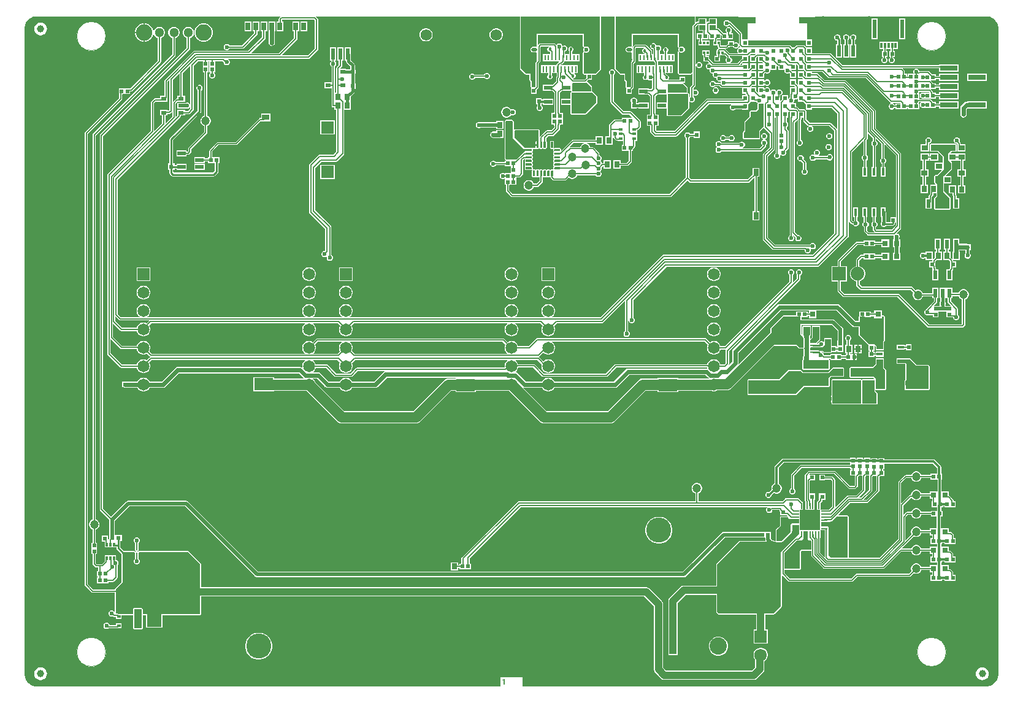
<source format=gtl>
G04*
G04 #@! TF.GenerationSoftware,Altium Limited,Altium Designer,23.3.1 (30)*
G04*
G04 Layer_Physical_Order=1*
G04 Layer_Color=255*
%FSLAX43Y43*%
%MOMM*%
G71*
G04*
G04 #@! TF.SameCoordinates,D808C254-9F92-4D33-8E88-3B856B9356EB*
G04*
G04*
G04 #@! TF.FilePolarity,Positive*
G04*
G01*
G75*
%ADD11C,0.250*%
%ADD12C,0.600*%
%ADD13C,0.200*%
%ADD17C,0.152*%
%ADD18C,0.150*%
%ADD20R,0.515X0.450*%
%ADD21R,0.300X0.520*%
%ADD22R,0.600X1.200*%
%ADD23R,1.150X0.600*%
%ADD24R,0.300X0.450*%
%ADD25R,0.600X1.250*%
%ADD26R,0.850X0.450*%
%ADD27R,1.700X2.600*%
%ADD28R,4.100X3.500*%
%ADD29R,0.450X1.100*%
%ADD30R,1.200X1.800*%
%ADD31R,0.600X1.550*%
%ADD32R,1.750X1.250*%
%ADD33R,1.350X0.950*%
%ADD34R,0.750X0.900*%
%ADD35R,0.520X0.550*%
%ADD36R,0.850X0.200*%
%ADD37R,0.200X0.850*%
%ADD38R,2.700X2.700*%
%ADD39R,0.500X0.400*%
%ADD40R,0.900X0.800*%
%ADD41R,0.700X0.600*%
%ADD42R,0.700X1.000*%
%ADD43R,0.600X0.600*%
%ADD44R,0.600X2.600*%
%ADD45R,0.300X0.800*%
%ADD46R,0.800X0.800*%
%ADD47R,0.850X0.650*%
%ADD48R,0.900X0.750*%
%ADD49R,2.400X0.760*%
%ADD50R,1.050X0.780*%
%ADD51R,0.900X0.930*%
%ADD52R,0.700X3.330*%
%ADD53R,0.860X2.800*%
%ADD54R,1.140X1.830*%
%ADD55R,0.700X1.100*%
%ADD56R,0.800X0.550*%
G04:AMPARAMS|DCode=57|XSize=0.25mm|YSize=0.6mm|CornerRadius=0.05mm|HoleSize=0mm|Usage=FLASHONLY|Rotation=270.000|XOffset=0mm|YOffset=0mm|HoleType=Round|Shape=RoundedRectangle|*
%AMROUNDEDRECTD57*
21,1,0.250,0.500,0,0,270.0*
21,1,0.150,0.600,0,0,270.0*
1,1,0.100,-0.250,-0.075*
1,1,0.100,-0.250,0.075*
1,1,0.100,0.250,0.075*
1,1,0.100,0.250,-0.075*
%
%ADD57ROUNDEDRECTD57*%
%ADD58R,2.606X1.703*%
%ADD59R,2.200X2.200*%
%ADD60C,0.270*%
G04:AMPARAMS|DCode=61|XSize=1.25mm|YSize=0.25mm|CornerRadius=0.125mm|HoleSize=0mm|Usage=FLASHONLY|Rotation=0.000|XOffset=0mm|YOffset=0mm|HoleType=Round|Shape=RoundedRectangle|*
%AMROUNDEDRECTD61*
21,1,1.250,0.000,0,0,0.0*
21,1,1.000,0.250,0,0,0.0*
1,1,0.250,0.500,0.000*
1,1,0.250,-0.500,0.000*
1,1,0.250,-0.500,0.000*
1,1,0.250,0.500,0.000*
%
%ADD61ROUNDEDRECTD61*%
%ADD62C,0.250*%
%ADD63R,7.468X6.477*%
%ADD64R,0.270X0.900*%
%ADD65R,0.270X0.800*%
%ADD66R,3.400X0.980*%
%ADD67R,0.550X0.520*%
%ADD68R,0.620X0.620*%
%ADD69R,0.620X0.620*%
%ADD70R,0.950X1.350*%
%ADD71R,1.703X2.606*%
%ADD111R,1.000X5.500*%
%ADD112R,1.600X3.000*%
%ADD132C,2.388*%
%ADD133C,3.450*%
%ADD141C,1.200*%
G04:AMPARAMS|DCode=142|XSize=2.5mm|YSize=0.35mm|CornerRadius=0.1mm|HoleSize=0mm|Usage=FLASHONLY|Rotation=270.000|XOffset=0mm|YOffset=0mm|HoleType=Round|Shape=RoundedRectangle|*
%AMROUNDEDRECTD142*
21,1,2.500,0.151,0,0,270.0*
21,1,2.301,0.350,0,0,270.0*
1,1,0.200,-0.075,-1.150*
1,1,0.200,-0.075,1.150*
1,1,0.200,0.075,1.150*
1,1,0.200,0.075,-1.150*
%
%ADD142ROUNDEDRECTD142*%
G04:AMPARAMS|DCode=143|XSize=1mm|YSize=0.4mm|CornerRadius=0.1mm|HoleSize=0mm|Usage=FLASHONLY|Rotation=270.000|XOffset=0mm|YOffset=0mm|HoleType=Round|Shape=RoundedRectangle|*
%AMROUNDEDRECTD143*
21,1,1.000,0.200,0,0,270.0*
21,1,0.800,0.400,0,0,270.0*
1,1,0.200,-0.100,-0.400*
1,1,0.200,-0.100,0.400*
1,1,0.200,0.100,0.400*
1,1,0.200,0.100,-0.400*
%
%ADD143ROUNDEDRECTD143*%
G04:AMPARAMS|DCode=144|XSize=1.3mm|YSize=0.4mm|CornerRadius=0.1mm|HoleSize=0mm|Usage=FLASHONLY|Rotation=270.000|XOffset=0mm|YOffset=0mm|HoleType=Round|Shape=RoundedRectangle|*
%AMROUNDEDRECTD144*
21,1,1.300,0.200,0,0,270.0*
21,1,1.100,0.400,0,0,270.0*
1,1,0.200,-0.100,-0.550*
1,1,0.200,-0.100,0.550*
1,1,0.200,0.100,0.550*
1,1,0.200,0.100,-0.550*
%
%ADD144ROUNDEDRECTD144*%
%ADD145C,1.000*%
%ADD146R,0.203X0.025*%
%ADD147C,1.400*%
%ADD148C,0.400*%
%ADD149C,0.500*%
%ADD150C,1.000*%
%ADD151C,0.190*%
%ADD152C,0.178*%
%ADD153C,0.152*%
%ADD154C,0.203*%
%ADD155C,0.335*%
%ADD156C,0.300*%
%ADD157R,0.203X0.350*%
%ADD158C,0.000*%
%ADD159C,2.250*%
%ADD160C,1.300*%
%ADD161R,1.651X1.651*%
%ADD162C,1.651*%
%ADD163R,1.725X1.725*%
%ADD164C,1.725*%
%ADD165R,1.880X1.880*%
%ADD166C,1.880*%
%ADD167C,2.026*%
%ADD168C,1.561*%
G04:AMPARAMS|DCode=169|XSize=2.3mm|YSize=1.2mm|CornerRadius=0.6mm|HoleSize=0mm|Usage=FLASHONLY|Rotation=270.000|XOffset=0mm|YOffset=0mm|HoleType=Round|Shape=RoundedRectangle|*
%AMROUNDEDRECTD169*
21,1,2.300,0.000,0,0,270.0*
21,1,1.100,1.200,0,0,270.0*
1,1,1.200,0.000,-0.550*
1,1,1.200,0.000,0.550*
1,1,1.200,0.000,0.550*
1,1,1.200,0.000,-0.550*
%
%ADD169ROUNDEDRECTD169*%
%ADD170C,0.600*%
%ADD171O,0.850X0.500*%
G04:AMPARAMS|DCode=172|XSize=2.6mm|YSize=1.3mm|CornerRadius=0.65mm|HoleSize=0mm|Usage=FLASHONLY|Rotation=270.000|XOffset=0mm|YOffset=0mm|HoleType=Round|Shape=RoundedRectangle|*
%AMROUNDEDRECTD172*
21,1,2.600,0.000,0,0,270.0*
21,1,1.300,1.300,0,0,270.0*
1,1,1.300,0.000,-0.650*
1,1,1.300,0.000,0.650*
1,1,1.300,0.000,0.650*
1,1,1.300,0.000,-0.650*
%
%ADD172ROUNDEDRECTD172*%
G04:AMPARAMS|DCode=173|XSize=1.65mm|YSize=1.1mm|CornerRadius=0.55mm|HoleSize=0mm|Usage=FLASHONLY|Rotation=0.000|XOffset=0mm|YOffset=0mm|HoleType=Round|Shape=RoundedRectangle|*
%AMROUNDEDRECTD173*
21,1,1.650,0.000,0,0,0.0*
21,1,0.550,1.100,0,0,0.0*
1,1,1.100,0.275,0.000*
1,1,1.100,-0.275,0.000*
1,1,1.100,-0.275,0.000*
1,1,1.100,0.275,0.000*
%
%ADD173ROUNDEDRECTD173*%
%ADD174C,0.457*%
G36*
X66008Y92674D02*
X66325Y92543D01*
X66610Y92352D01*
X66852Y92110D01*
X67043Y91825D01*
X67174Y91508D01*
X67241Y91172D01*
Y91000D01*
Y2000D01*
Y1829D01*
X67174Y1492D01*
X67043Y1175D01*
X66852Y890D01*
X66610Y648D01*
X66325Y457D01*
X66008Y326D01*
X65737Y272D01*
X1500D01*
Y1500D01*
X-1500D01*
Y272D01*
X-65737D01*
X-66008Y326D01*
X-66325Y457D01*
X-66610Y648D01*
X-66852Y890D01*
X-67043Y1175D01*
X-67174Y1492D01*
X-67241Y1829D01*
Y2000D01*
Y91000D01*
Y91172D01*
X-67174Y91508D01*
X-67043Y91825D01*
X-66852Y92110D01*
X-66610Y92352D01*
X-66325Y92543D01*
X-66008Y92674D01*
X-65737Y92728D01*
X-31940D01*
X-31925Y92678D01*
X-31947Y92664D01*
X-32064Y92547D01*
X-32114Y92471D01*
X-32131Y92383D01*
Y91992D01*
X-32457D01*
Y90638D01*
X-31503D01*
Y91992D01*
X-31669D01*
Y92269D01*
X-27230D01*
X-27131Y92170D01*
Y88296D01*
X-28096Y87331D01*
X-31676D01*
X-31695Y87378D01*
X-29616Y89456D01*
X-29566Y89531D01*
X-29549Y89620D01*
Y90638D01*
X-29303D01*
Y91992D01*
X-30257D01*
Y90638D01*
X-30011D01*
Y89716D01*
X-32069Y87658D01*
X-35903D01*
X-35922Y87705D01*
X-34016Y89610D01*
X-33966Y89685D01*
X-33949Y89774D01*
Y90638D01*
X-33703D01*
Y91992D01*
X-34657D01*
Y90638D01*
X-34411D01*
Y89870D01*
X-36296Y87985D01*
X-43746D01*
X-43835Y87968D01*
X-43910Y87918D01*
X-47864Y83964D01*
X-47914Y83889D01*
X-47931Y83800D01*
Y81752D01*
X-48527D01*
Y81406D01*
X-49225D01*
X-49314Y81389D01*
X-49389Y81339D01*
X-49714Y81014D01*
X-49764Y80939D01*
X-49781Y80850D01*
Y76946D01*
X-55718Y71010D01*
X-55768Y70935D01*
X-55785Y70846D01*
Y46154D01*
X-55768Y46065D01*
X-55718Y45990D01*
X-54014Y44286D01*
X-53939Y44236D01*
X-53850Y44219D01*
X-51724D01*
X-51688Y44082D01*
X-51562Y43865D01*
X-51385Y43688D01*
X-51168Y43562D01*
X-50925Y43498D01*
X-50675D01*
X-50432Y43562D01*
X-50215Y43688D01*
X-50038Y43865D01*
X-49912Y44082D01*
X-49847Y44325D01*
Y44575D01*
X-49912Y44818D01*
X-50001Y44971D01*
X-49702Y45271D01*
X-28519D01*
X-28507Y45223D01*
X-28525Y45212D01*
X-28702Y45035D01*
X-28828Y44818D01*
X-28892Y44575D01*
Y44325D01*
X-28881Y44283D01*
X-28922Y44254D01*
X-28995Y44302D01*
X-29161Y44335D01*
X-46100D01*
X-46267Y44302D01*
X-46408Y44208D01*
X-48280Y42335D01*
X-49946D01*
X-50038Y42495D01*
X-50215Y42672D01*
X-50432Y42798D01*
X-50675Y42862D01*
X-50925D01*
X-51168Y42798D01*
X-51385Y42672D01*
X-51562Y42495D01*
X-51648Y42345D01*
X-53340D01*
X-53507Y42312D01*
X-53529Y42297D01*
X-53742D01*
Y42077D01*
X-53742Y42077D01*
X-53775Y41910D01*
X-53742Y41743D01*
X-53742Y41743D01*
Y41523D01*
X-53529D01*
X-53507Y41508D01*
X-53340Y41475D01*
X-51648D01*
X-51562Y41325D01*
X-51385Y41148D01*
X-51168Y41022D01*
X-50925Y40958D01*
X-50675D01*
X-50432Y41022D01*
X-50215Y41148D01*
X-50038Y41325D01*
X-49957Y41465D01*
X-48100D01*
X-47933Y41498D01*
X-47792Y41592D01*
X-45920Y43465D01*
X-29342D01*
X-28767Y42890D01*
X-28654Y42814D01*
X-28669Y42764D01*
X-32770D01*
Y42929D01*
X-35630D01*
Y40972D01*
X-32770D01*
Y41096D01*
X-28435D01*
X-28308Y41022D01*
X-28204Y40995D01*
X-24020Y36810D01*
X-23847Y36678D01*
X-23646Y36594D01*
X-23430Y36566D01*
X-13200D01*
X-12984Y36594D01*
X-12783Y36678D01*
X-12610Y36810D01*
X-8344Y41076D01*
X-7730D01*
Y40872D01*
X-4870D01*
Y41076D01*
X-460D01*
X-368Y41022D01*
X-264Y40995D01*
X3920Y36810D01*
X4093Y36678D01*
X4294Y36594D01*
X4510Y36566D01*
X13607D01*
X13823Y36594D01*
X14024Y36678D01*
X14197Y36810D01*
X18463Y41076D01*
X20170D01*
Y40872D01*
X23030D01*
Y41076D01*
X27480D01*
X27572Y41022D01*
X27815Y40958D01*
X28065D01*
X28308Y41022D01*
X28483Y41124D01*
X29758D01*
X29974Y41152D01*
X30175Y41236D01*
X30348Y41368D01*
X36242Y47263D01*
X39343D01*
X39703Y46903D01*
X39800Y46863D01*
X39800Y46863D01*
X40267D01*
X40282Y46855D01*
X40286Y46835D01*
X40319Y46785D01*
X40329Y46736D01*
Y45964D01*
X40319Y45915D01*
X40286Y45865D01*
X40278Y45825D01*
X40263Y45788D01*
Y45457D01*
X40203Y45397D01*
X40163Y45300D01*
X40163Y45300D01*
Y44100D01*
X40203Y44003D01*
X40300Y43963D01*
X43800D01*
X43897Y44003D01*
X43937Y44100D01*
Y45300D01*
X43897Y45397D01*
X43846Y45419D01*
X43856Y45469D01*
X44013D01*
Y45298D01*
X44763D01*
X44800Y45298D01*
X44837Y45298D01*
X45587D01*
Y45469D01*
X46113D01*
Y45298D01*
X46848D01*
X46888Y45273D01*
X46926Y45273D01*
X47198D01*
Y45700D01*
Y46127D01*
X46888D01*
X46848Y46102D01*
X46767D01*
X46731Y46137D01*
Y46223D01*
X47052D01*
Y47377D01*
X46731D01*
Y47934D01*
X46742Y47938D01*
X46862Y48058D01*
X46927Y48215D01*
Y48385D01*
X46862Y48542D01*
X46742Y48662D01*
X46585Y48727D01*
X46415D01*
X46258Y48662D01*
X46138Y48542D01*
X46073Y48385D01*
Y48215D01*
X46138Y48058D01*
X46258Y47938D01*
X46269Y47934D01*
Y47377D01*
X46048D01*
Y46223D01*
X46269D01*
Y46102D01*
X46113D01*
Y45931D01*
X45587D01*
Y46102D01*
X44837D01*
X44800Y46102D01*
X44763Y46102D01*
X44013D01*
Y45931D01*
X43204D01*
X43127Y46009D01*
Y46085D01*
X43062Y46242D01*
X42942Y46362D01*
X42820Y46413D01*
X42830Y46463D01*
X42943D01*
X43078Y46328D01*
X43078Y46328D01*
X43175Y46288D01*
X43175Y46288D01*
X44100Y46288D01*
X44197Y46328D01*
X44226Y46398D01*
X44887D01*
Y46569D01*
X44998D01*
Y46413D01*
X45802D01*
Y47187D01*
X45802D01*
Y47213D01*
X45802D01*
Y47987D01*
X45784D01*
Y49312D01*
X45827Y49415D01*
Y49585D01*
X45762Y49742D01*
X45642Y49862D01*
X45493Y49924D01*
X44645Y50772D01*
X44520Y50855D01*
X44373Y50884D01*
X44373Y50884D01*
X40037D01*
Y51163D01*
X40073Y51198D01*
X40100Y51198D01*
X40137Y51198D01*
X40887D01*
Y51394D01*
X41073D01*
Y51073D01*
X42127D01*
Y52115D01*
X42127Y52127D01*
X42157Y52165D01*
X44820D01*
X46992Y49992D01*
X47133Y49898D01*
X47300Y49865D01*
X47963D01*
Y48800D01*
X47963Y48800D01*
X48003Y48703D01*
X49302Y47403D01*
X49323Y47362D01*
Y46588D01*
X49494D01*
Y46512D01*
X49323D01*
Y45738D01*
X50127D01*
Y45881D01*
X50298D01*
Y45748D01*
X51402D01*
Y46452D01*
X50298D01*
Y46344D01*
X50127D01*
Y46512D01*
X49956D01*
Y46588D01*
X50127D01*
Y47213D01*
X50173Y47232D01*
X50263Y47143D01*
Y46800D01*
X50298Y46714D01*
Y46698D01*
X50314D01*
X50400Y46663D01*
X51300D01*
X51386Y46698D01*
X51402D01*
Y46714D01*
X51437Y46800D01*
Y47843D01*
X51497Y47903D01*
X51537Y48000D01*
X51537Y48000D01*
Y51300D01*
X51497Y51397D01*
X51400Y51437D01*
X51127D01*
Y52127D01*
X50073D01*
Y51806D01*
X49587D01*
Y52002D01*
X48813D01*
Y52002D01*
X48787D01*
Y52002D01*
X48013D01*
Y51401D01*
X48003Y51397D01*
X47963Y51300D01*
Y50735D01*
X47480D01*
X45308Y52908D01*
X45167Y53002D01*
X45000Y53035D01*
X37000D01*
X36833Y53002D01*
X36692Y52908D01*
X30592Y46808D01*
X30498Y46667D01*
X30465Y46500D01*
Y45080D01*
X30030Y44646D01*
X29991Y44678D01*
X30014Y44711D01*
X30031Y44800D01*
Y46504D01*
X39787Y56260D01*
X39837Y56335D01*
X39855Y56423D01*
Y57002D01*
X39942Y57038D01*
X40062Y57158D01*
X40127Y57315D01*
Y57485D01*
X40062Y57642D01*
X39942Y57762D01*
X39785Y57827D01*
X39615D01*
X39458Y57762D01*
X39338Y57642D01*
X39273Y57485D01*
Y57315D01*
X39338Y57158D01*
X39392Y57104D01*
Y56519D01*
X38881Y56009D01*
X38831Y56029D01*
Y57034D01*
X38842Y57038D01*
X38962Y57158D01*
X39027Y57315D01*
Y57485D01*
X38962Y57642D01*
X38842Y57762D01*
X38685Y57827D01*
X38515D01*
X38358Y57762D01*
X38238Y57642D01*
X38173Y57485D01*
Y57315D01*
X38238Y57158D01*
X38358Y57038D01*
X38369Y57034D01*
Y56096D01*
X29494Y47221D01*
X28864D01*
X28828Y47358D01*
X28702Y47575D01*
X28525Y47752D01*
X28308Y47878D01*
X28065Y47943D01*
X27815D01*
X27572Y47878D01*
X27400Y47778D01*
X26914Y48264D01*
X26839Y48314D01*
X26750Y48331D01*
X3551D01*
X3463Y48314D01*
X3388Y48264D01*
X2346Y47221D01*
X924D01*
X888Y47358D01*
X762Y47575D01*
X585Y47752D01*
X368Y47878D01*
X125Y47943D01*
X-125D01*
X-368Y47878D01*
X-540Y47778D01*
X-969Y48206D01*
X-1044Y48256D01*
X-1132Y48274D01*
X-26808D01*
X-26896Y48256D01*
X-26971Y48206D01*
X-27400Y47778D01*
X-27572Y47878D01*
X-27815Y47943D01*
X-28065D01*
X-28308Y47878D01*
X-28525Y47752D01*
X-28702Y47575D01*
X-28828Y47358D01*
X-28892Y47115D01*
Y46865D01*
X-28828Y46622D01*
X-28702Y46405D01*
X-28525Y46228D01*
X-28507Y46217D01*
X-28519Y46169D01*
X-49652D01*
X-49983Y46500D01*
X-49912Y46622D01*
X-49847Y46865D01*
Y47115D01*
X-49912Y47358D01*
X-50038Y47575D01*
X-50215Y47752D01*
X-50432Y47878D01*
X-50675Y47943D01*
X-50925D01*
X-51168Y47878D01*
X-51385Y47752D01*
X-51562Y47575D01*
X-51688Y47358D01*
X-51712Y47265D01*
X-53738D01*
X-54996Y48523D01*
Y50303D01*
X-54949Y50322D01*
X-53994Y49366D01*
X-53919Y49316D01*
X-53830Y49299D01*
X-51724D01*
X-51688Y49162D01*
X-51562Y48945D01*
X-51385Y48768D01*
X-51168Y48642D01*
X-50925Y48577D01*
X-50675D01*
X-50432Y48642D01*
X-50215Y48768D01*
X-50038Y48945D01*
X-49912Y49162D01*
X-49847Y49405D01*
Y49655D01*
X-49912Y49898D01*
X-50012Y50070D01*
X-49731Y50351D01*
X-28519D01*
X-28507Y50303D01*
X-28525Y50292D01*
X-28702Y50115D01*
X-28828Y49898D01*
X-28892Y49655D01*
Y49405D01*
X-28828Y49162D01*
X-28702Y48945D01*
X-28525Y48768D01*
X-28308Y48642D01*
X-28065Y48577D01*
X-27815D01*
X-27572Y48642D01*
X-27355Y48768D01*
X-27178Y48945D01*
X-27052Y49162D01*
X-26987Y49405D01*
Y49655D01*
X-27052Y49898D01*
X-27178Y50115D01*
X-27355Y50292D01*
X-27373Y50303D01*
X-27361Y50351D01*
X-23929D01*
X-23648Y50070D01*
X-23748Y49898D01*
X-23812Y49655D01*
Y49405D01*
X-23748Y49162D01*
X-23622Y48945D01*
X-23445Y48768D01*
X-23228Y48642D01*
X-22985Y48577D01*
X-22735D01*
X-22492Y48642D01*
X-22275Y48768D01*
X-22098Y48945D01*
X-21972Y49162D01*
X-21907Y49405D01*
Y49655D01*
X-21972Y49898D01*
X-22072Y50070D01*
X-21773Y50369D01*
X-549D01*
X-536Y50320D01*
X-585Y50292D01*
X-762Y50115D01*
X-888Y49898D01*
X-952Y49655D01*
Y49405D01*
X-888Y49162D01*
X-762Y48945D01*
X-585Y48768D01*
X-368Y48642D01*
X-125Y48577D01*
X125D01*
X368Y48642D01*
X585Y48768D01*
X762Y48945D01*
X888Y49162D01*
X952Y49405D01*
Y49655D01*
X888Y49898D01*
X762Y50115D01*
X585Y50292D01*
X536Y50320D01*
X549Y50369D01*
X3993D01*
X4292Y50070D01*
X4192Y49898D01*
X4128Y49655D01*
Y49405D01*
X4192Y49162D01*
X4318Y48945D01*
X4495Y48768D01*
X4712Y48642D01*
X4955Y48577D01*
X5205D01*
X5448Y48642D01*
X5665Y48768D01*
X5842Y48945D01*
X5968Y49162D01*
X6032Y49405D01*
Y49655D01*
X5968Y49898D01*
X5915Y49989D01*
X6294Y50369D01*
X12500D01*
X12589Y50386D01*
X12664Y50436D01*
X15622Y53395D01*
X15669Y53376D01*
Y49266D01*
X15658Y49262D01*
X15538Y49142D01*
X15473Y48985D01*
Y48815D01*
X15538Y48658D01*
X15658Y48538D01*
X15815Y48473D01*
X15985D01*
X16142Y48538D01*
X16262Y48658D01*
X16327Y48815D01*
Y48985D01*
X16262Y49142D01*
X16142Y49262D01*
X16131Y49266D01*
Y50685D01*
X16181Y50695D01*
X16238Y50558D01*
X16358Y50438D01*
X16515Y50373D01*
X16685D01*
X16842Y50438D01*
X16962Y50558D01*
X17027Y50715D01*
Y50885D01*
X16962Y51042D01*
X16842Y51162D01*
X16831Y51166D01*
Y53604D01*
X21396Y58169D01*
X42300D01*
X42389Y58186D01*
X42464Y58236D01*
X46489Y62261D01*
X46539Y62336D01*
X46556Y62425D01*
Y64423D01*
X46606Y64428D01*
X46609Y64417D01*
X46653Y64350D01*
X46909Y64095D01*
X46976Y64050D01*
X47055Y64034D01*
X47055Y64034D01*
X47133D01*
X47183Y63914D01*
X47303Y63793D01*
X47460Y63728D01*
X47629D01*
X47786Y63793D01*
X47907Y63914D01*
X47972Y64071D01*
Y64240D01*
X47907Y64397D01*
X47786Y64517D01*
X47744Y64535D01*
Y65023D01*
X47882D01*
Y66377D01*
X47178D01*
Y65023D01*
X47330D01*
Y64529D01*
X47303Y64517D01*
X47233Y64448D01*
X47141D01*
X47007Y64582D01*
Y74014D01*
X48547Y75554D01*
X48593Y75534D01*
Y73576D01*
X48558Y73562D01*
X48438Y73442D01*
X48373Y73285D01*
Y73115D01*
X48438Y72958D01*
X48558Y72838D01*
X48593Y72824D01*
Y71977D01*
X48448D01*
Y70623D01*
X49152D01*
Y71977D01*
X49007D01*
Y72824D01*
X49042Y72838D01*
X49162Y72958D01*
X49227Y73115D01*
Y73285D01*
X49162Y73442D01*
X49042Y73562D01*
X49007Y73576D01*
Y75614D01*
X49126Y75733D01*
X49171Y75800D01*
X49187Y75879D01*
X49187Y75879D01*
Y76557D01*
X49233Y76576D01*
X49894Y75915D01*
Y75577D01*
X49858Y75562D01*
X49738Y75442D01*
X49673Y75285D01*
Y75115D01*
X49738Y74958D01*
X49858Y74838D01*
X49894Y74823D01*
Y71977D01*
X49718D01*
Y70623D01*
X50422D01*
Y71977D01*
X50306D01*
Y74823D01*
X50342Y74838D01*
X50462Y74958D01*
X50527Y75115D01*
Y75285D01*
X50462Y75442D01*
X50342Y75562D01*
X50306Y75577D01*
Y75836D01*
X50352Y75855D01*
X51093Y75114D01*
Y73176D01*
X51058Y73162D01*
X50938Y73042D01*
X50873Y72885D01*
Y72715D01*
X50938Y72558D01*
X51058Y72438D01*
X51113Y72415D01*
Y71977D01*
X50988D01*
Y70623D01*
X51692D01*
Y71977D01*
X51527D01*
Y72432D01*
X51542Y72438D01*
X51662Y72558D01*
X51727Y72715D01*
Y72885D01*
X51662Y73042D01*
X51542Y73162D01*
X51507Y73176D01*
Y75039D01*
X51553Y75059D01*
X53093Y73519D01*
Y64987D01*
X52298D01*
Y64357D01*
X51747D01*
X51698Y64405D01*
Y65675D01*
X51692Y65707D01*
Y66377D01*
X50988D01*
Y65023D01*
X51032D01*
Y64326D01*
X50973Y64185D01*
Y64015D01*
X51038Y63858D01*
X51158Y63738D01*
X51315Y63673D01*
X51485D01*
X51642Y63738D01*
X51747Y63843D01*
X52584D01*
X52683Y63863D01*
X52766Y63918D01*
X52866Y64018D01*
X52922Y64102D01*
X52941Y64200D01*
Y64213D01*
X53093D01*
Y63886D01*
X52514Y63307D01*
X50409D01*
X50307Y63409D01*
Y63624D01*
X50342Y63638D01*
X50462Y63758D01*
X50527Y63915D01*
Y64085D01*
X50462Y64242D01*
X50342Y64362D01*
X50292Y64383D01*
Y65023D01*
X50422D01*
Y66377D01*
X49718D01*
Y65023D01*
X49878D01*
Y64370D01*
X49858Y64362D01*
X49738Y64242D01*
X49673Y64085D01*
Y63915D01*
X49738Y63758D01*
X49858Y63638D01*
X49893Y63624D01*
Y63323D01*
X49893Y63323D01*
X49909Y63244D01*
X49953Y63177D01*
X50173Y62957D01*
X50171Y62942D01*
X50156Y62907D01*
X49386D01*
X49107Y63186D01*
Y63624D01*
X49142Y63638D01*
X49262Y63758D01*
X49327Y63915D01*
Y64085D01*
X49262Y64242D01*
X49142Y64362D01*
X49057Y64397D01*
Y65023D01*
X49152D01*
Y66377D01*
X48448D01*
Y65023D01*
X48643D01*
Y64347D01*
X48538Y64242D01*
X48473Y64085D01*
Y63915D01*
X48538Y63758D01*
X48658Y63638D01*
X48693Y63624D01*
Y63100D01*
X48693Y63100D01*
X48709Y63021D01*
X48754Y62953D01*
X49153Y62554D01*
X49153Y62554D01*
X49221Y62509D01*
X49300Y62493D01*
X49300Y62493D01*
X52710D01*
X52738Y62451D01*
X52729Y62429D01*
Y62259D01*
X52791Y62110D01*
Y61927D01*
X52673D01*
Y60873D01*
X52816D01*
Y60127D01*
X52673D01*
Y59073D01*
X53727D01*
Y60127D01*
X53584D01*
Y60873D01*
X53727D01*
Y61927D01*
X53559D01*
Y62203D01*
X53583Y62259D01*
Y62429D01*
X53518Y62586D01*
X53398Y62706D01*
X53241Y62771D01*
X53230D01*
X53210Y62817D01*
X53746Y63354D01*
X53746Y63354D01*
X53791Y63421D01*
X53807Y63500D01*
X53807Y63500D01*
Y73700D01*
X53807Y73700D01*
X53791Y73779D01*
X53746Y73846D01*
X53746Y73847D01*
X50302Y77291D01*
Y79705D01*
X50302Y79705D01*
X50286Y79785D01*
X50241Y79852D01*
X46246Y83846D01*
X46179Y83891D01*
X46100Y83907D01*
X46100Y83907D01*
X43286D01*
X42347Y84846D01*
X42279Y84891D01*
X42200Y84907D01*
X42200Y84907D01*
X41527D01*
Y85043D01*
X42964D01*
X43754Y84254D01*
X43821Y84209D01*
X43900Y84193D01*
X43900Y84193D01*
X48914D01*
X52254Y80854D01*
X52254Y80854D01*
X52321Y80809D01*
X52400Y80793D01*
X52400Y80793D01*
X53662D01*
X53707Y80748D01*
X53688Y80702D01*
X53013D01*
Y80531D01*
X52866D01*
X52862Y80542D01*
X52742Y80662D01*
X52585Y80727D01*
X52415D01*
X52258Y80662D01*
X52138Y80542D01*
X52073Y80385D01*
Y80215D01*
X52138Y80058D01*
X52258Y79938D01*
X52415Y79873D01*
X52585D01*
X52742Y79938D01*
X52862Y80058D01*
X52866Y80069D01*
X53013D01*
Y79898D01*
X53787D01*
X53787Y79898D01*
X53813D01*
Y79898D01*
X53837Y79898D01*
X54587D01*
Y80093D01*
X54713D01*
Y79898D01*
X55463D01*
X55500Y79898D01*
X55537Y79898D01*
X56287D01*
Y80702D01*
X56273D01*
X56254Y80748D01*
X56262Y80756D01*
X56319Y80893D01*
X56518D01*
X56539Y80843D01*
X56438Y80742D01*
X56373Y80585D01*
Y80415D01*
X56438Y80258D01*
X56558Y80138D01*
X56715Y80073D01*
X56885D01*
X56987Y80115D01*
X57013Y80098D01*
Y80098D01*
X57787D01*
X57787Y80098D01*
X57813D01*
Y80098D01*
X57837Y80098D01*
X58587D01*
Y80293D01*
X59041D01*
Y79985D01*
X61694D01*
Y80999D01*
X59041D01*
Y80707D01*
X58587D01*
Y80902D01*
X58209D01*
X58208Y80911D01*
X58163Y80979D01*
X57895Y81246D01*
X57827Y81291D01*
X57748Y81307D01*
X57748Y81307D01*
X56287D01*
Y82102D01*
X56273D01*
X56254Y82148D01*
X56262Y82156D01*
X56319Y82293D01*
X57662D01*
X57707Y82248D01*
X57688Y82202D01*
X57013D01*
Y82202D01*
X56990Y82187D01*
X56885Y82230D01*
X56715D01*
X56558Y82165D01*
X56438Y82045D01*
X56373Y81888D01*
Y81718D01*
X56438Y81561D01*
X56558Y81441D01*
X56715Y81376D01*
X56885D01*
X56984Y81417D01*
X57013Y81398D01*
Y81398D01*
X57787D01*
X57787Y81398D01*
X57813D01*
Y81398D01*
X57837Y81398D01*
X58587D01*
Y81593D01*
X59041D01*
Y81256D01*
X61694D01*
Y82270D01*
X59041D01*
Y82007D01*
X58587D01*
Y82202D01*
X58259D01*
X58223Y82232D01*
X58208Y82311D01*
X58163Y82379D01*
X57895Y82646D01*
X57892Y82648D01*
X57908Y82698D01*
X58587D01*
Y82893D01*
X59041D01*
Y82525D01*
X61694D01*
Y83539D01*
X59041D01*
Y83307D01*
X58587D01*
Y83502D01*
X58209D01*
X58208Y83511D01*
X58163Y83579D01*
X57895Y83846D01*
X57892Y83848D01*
X57908Y83898D01*
X58587D01*
Y84093D01*
X59041D01*
Y83796D01*
X61694D01*
Y84810D01*
X59041D01*
Y84507D01*
X58587D01*
Y84702D01*
X58113D01*
X57669Y85146D01*
X57602Y85191D01*
X57522Y85207D01*
X57522Y85207D01*
X56352D01*
X56352Y85207D01*
X56320Y85201D01*
X56262Y85342D01*
X56142Y85462D01*
X55985Y85527D01*
X55815D01*
X55658Y85462D01*
X55538Y85342D01*
X55473Y85185D01*
Y85015D01*
X55538Y84858D01*
X55548Y84848D01*
X55529Y84802D01*
X55500D01*
X55463Y84802D01*
X54713D01*
Y84507D01*
X54587D01*
Y84802D01*
X54278D01*
Y85177D01*
X54278Y85177D01*
X54262Y85256D01*
X54217Y85323D01*
X54217Y85323D01*
X53996Y85544D01*
X53997Y85555D01*
X54013Y85594D01*
X59041D01*
Y85065D01*
X61694D01*
Y86079D01*
X59041D01*
Y86006D01*
X45704D01*
X44114Y87596D01*
X44047Y87640D01*
X43968Y87656D01*
X41527D01*
Y88427D01*
X40732D01*
X40696Y88481D01*
X40481Y88696D01*
X40414Y88740D01*
X40336Y88756D01*
X39450D01*
X39371Y88740D01*
X39304Y88696D01*
X39036Y88427D01*
X38764D01*
X38496Y88696D01*
X38429Y88740D01*
X38350Y88756D01*
X32727D01*
Y89400D01*
X40673Y89400D01*
Y88673D01*
X41527D01*
Y89527D01*
X40835D01*
X40800Y89562D01*
X40800Y91800D01*
X39701D01*
X39699Y92564D01*
X39734Y92600D01*
X41925Y92600D01*
X41925Y92693D01*
X41960Y92728D01*
X65737D01*
X66008Y92674D01*
D02*
G37*
G36*
X31375Y92600D02*
X33700Y92600D01*
X33700Y91800D01*
X32600Y91800D01*
X32600Y89527D01*
X31873D01*
Y88921D01*
X31823Y88896D01*
X31806Y88909D01*
Y90350D01*
X31790Y90429D01*
X31746Y90496D01*
X30296Y91946D01*
X30229Y91990D01*
X30150Y92006D01*
X30077D01*
X30062Y92042D01*
X29942Y92162D01*
X29785Y92227D01*
X29615D01*
X29458Y92162D01*
X29338Y92042D01*
X29273Y91885D01*
Y91715D01*
X29338Y91558D01*
X29458Y91438D01*
X29615Y91373D01*
X29785D01*
X29942Y91438D01*
X30051Y91547D01*
X30109Y91550D01*
X31394Y90265D01*
Y88974D01*
X31357Y88966D01*
X31344Y88966D01*
X31226Y89084D01*
X31069Y89149D01*
X30899D01*
X30752Y89088D01*
X30702Y89110D01*
Y89287D01*
X29898D01*
Y88918D01*
X29836Y88905D01*
X29769Y88861D01*
X29615Y88706D01*
X28885D01*
X28881Y88710D01*
Y89000D01*
X28877Y89020D01*
Y89427D01*
X28381D01*
Y89550D01*
X28404Y89573D01*
X28887D01*
Y90146D01*
X28933Y90166D01*
X29013Y90086D01*
Y89573D01*
X29763D01*
X29800Y89573D01*
X29837Y89573D01*
X30587D01*
Y90377D01*
X30223D01*
Y90430D01*
X30242Y90438D01*
X30362Y90558D01*
X30427Y90715D01*
Y90885D01*
X30362Y91042D01*
X30242Y91162D01*
X30085Y91227D01*
X29915D01*
X29758Y91162D01*
X29638Y91042D01*
X29573Y90885D01*
Y90715D01*
X29638Y90558D01*
X29758Y90438D01*
X29785Y90427D01*
X29775Y90377D01*
X29759Y90377D01*
X29304D01*
X28611Y91071D01*
X28544Y91115D01*
X28465Y91131D01*
X28352D01*
Y92477D01*
X27248D01*
Y92011D01*
X27100D01*
X27021Y91996D01*
X26954Y91951D01*
X26952Y91947D01*
X26902Y91963D01*
Y92477D01*
X25798D01*
Y92031D01*
X25635D01*
X25547Y92014D01*
X25487Y91974D01*
X25437Y91996D01*
Y92728D01*
X31375D01*
Y92600D01*
D02*
G37*
G36*
X31632Y88477D02*
X31611Y88427D01*
X31496D01*
X31339Y88362D01*
X31219Y88242D01*
X31154Y88085D01*
Y87915D01*
X31219Y87758D01*
X31275Y87702D01*
X31255Y87656D01*
X30135D01*
X29543Y88248D01*
X29563Y88294D01*
X29700D01*
X29779Y88310D01*
X29846Y88354D01*
X30000Y88509D01*
X30115D01*
X30135Y88513D01*
X30608D01*
X30622Y88480D01*
X30742Y88360D01*
X30899Y88295D01*
X31069D01*
X31226Y88360D01*
X31346Y88480D01*
X31409Y88633D01*
X31430Y88643D01*
X31461Y88648D01*
X31632Y88477D01*
D02*
G37*
G36*
X25300Y91792D02*
X25036Y91528D01*
X24986Y91453D01*
X24969Y91365D01*
Y85069D01*
X24700Y84800D01*
X23185Y84800D01*
X23095Y84890D01*
X23098Y87768D01*
X23225Y87821D01*
X23258Y87788D01*
X23415Y87723D01*
X23585D01*
X23742Y87788D01*
X23862Y87908D01*
X23927Y88065D01*
Y88235D01*
X23862Y88392D01*
X23742Y88512D01*
X23585Y88577D01*
X23415D01*
X23258Y88512D01*
X23226Y88480D01*
X23099Y88532D01*
X23101Y90300D01*
X16600D01*
Y88610D01*
X16502Y88529D01*
X16475Y88534D01*
X16125D01*
X15978Y88505D01*
X15853Y88422D01*
X15770Y88297D01*
X15741Y88150D01*
X15770Y88003D01*
X15853Y87878D01*
X15978Y87795D01*
X16125Y87766D01*
X16475D01*
X16502Y87771D01*
X16600Y87690D01*
Y86478D01*
X16542Y86420D01*
X16498Y86354D01*
X16482Y86275D01*
Y83038D01*
X16444Y83000D01*
X15900D01*
Y83800D01*
X15700Y84000D01*
Y84800D01*
X15100D01*
X14400Y85500D01*
Y92728D01*
X25300D01*
Y91792D01*
D02*
G37*
G36*
X12200Y85400D02*
X11600Y84800D01*
X10085Y84800D01*
X9995Y84890D01*
X9997Y86295D01*
X9998Y87732D01*
X10125Y87781D01*
X10265Y87723D01*
X10435D01*
X10592Y87788D01*
X10712Y87908D01*
X10777Y88065D01*
Y88235D01*
X10712Y88392D01*
X10592Y88512D01*
X10435Y88577D01*
X10265D01*
X10126Y88519D01*
X10052Y88548D01*
X9999Y88582D01*
X10001Y90300D01*
X3500D01*
Y88628D01*
X3373Y88525D01*
X3325Y88534D01*
X2975D01*
X2828Y88505D01*
X2703Y88422D01*
X2620Y88297D01*
X2591Y88150D01*
X2620Y88003D01*
X2703Y87878D01*
X2828Y87795D01*
X2975Y87766D01*
X3325D01*
X3373Y87775D01*
X3500Y87672D01*
Y86548D01*
X3392Y86440D01*
X3348Y86373D01*
X3332Y86295D01*
Y83013D01*
X3319Y83000D01*
X2800D01*
Y83800D01*
X2600Y84000D01*
Y84800D01*
X2000D01*
X1300Y85500D01*
Y92728D01*
X12200D01*
Y85400D01*
D02*
G37*
G36*
X31873Y86881D02*
X31796Y86865D01*
X31729Y86821D01*
X31215Y86306D01*
X30293D01*
X30275Y86356D01*
X30382Y86463D01*
X30447Y86620D01*
Y86790D01*
X30382Y86947D01*
X30262Y87067D01*
X30142Y87117D01*
Y87166D01*
X30142Y87166D01*
X30134Y87205D01*
X30165Y87244D01*
X31873D01*
Y86881D01*
D02*
G37*
G36*
X25798Y90723D02*
X26409D01*
Y90418D01*
X26387Y90377D01*
X26359Y90377D01*
X25613D01*
Y89573D01*
X25893D01*
Y89427D01*
X25823D01*
Y88723D01*
X27377D01*
Y89427D01*
X26307D01*
Y89538D01*
X26343Y89573D01*
X26400Y89573D01*
X26437Y89573D01*
X27187D01*
Y90146D01*
X27233Y90166D01*
X27313Y90086D01*
Y89573D01*
X27969D01*
Y89427D01*
X27823D01*
Y88723D01*
X28469D01*
Y88625D01*
X28485Y88546D01*
X28529Y88479D01*
X28613Y88395D01*
X28599Y88347D01*
X28573Y88342D01*
X28506Y88298D01*
X28506Y88298D01*
X28454Y88246D01*
X28410Y88179D01*
X28394Y88100D01*
Y88077D01*
X28323D01*
Y87373D01*
X28379D01*
Y87302D01*
X28013D01*
Y86498D01*
X28787D01*
Y87065D01*
X28791Y87085D01*
Y87373D01*
X29154D01*
X29174Y87369D01*
X29174Y87369D01*
X29438D01*
X29727Y87080D01*
Y87016D01*
X29658Y86947D01*
X29593Y86790D01*
Y86620D01*
X29658Y86463D01*
X29765Y86356D01*
X29747Y86306D01*
X27885D01*
X27346Y86846D01*
X27287Y86885D01*
Y87302D01*
X26921D01*
Y87373D01*
X27377D01*
Y88077D01*
X26323D01*
Y87373D01*
X26509D01*
Y87085D01*
X26513Y87065D01*
Y86498D01*
X27065D01*
X27085Y86494D01*
X27115D01*
X27313Y86295D01*
X27294Y86249D01*
X27217D01*
X27060Y86184D01*
X26940Y86064D01*
X26875Y85907D01*
Y85737D01*
X26940Y85580D01*
X27060Y85460D01*
X27217Y85395D01*
X27315D01*
X27343Y85354D01*
X27341Y85349D01*
Y85179D01*
X27406Y85022D01*
X27526Y84902D01*
X27683Y84837D01*
X27765D01*
X27793Y84795D01*
X27783Y84772D01*
Y84602D01*
X27848Y84445D01*
X27968Y84325D01*
X28125Y84260D01*
X28279D01*
X28304Y84246D01*
X28323Y84217D01*
Y84065D01*
X28388Y83908D01*
X28508Y83788D01*
X28665Y83723D01*
X28835D01*
X28840Y83725D01*
X28875Y83690D01*
X28873Y83685D01*
Y83555D01*
X28824Y83514D01*
X28786Y83521D01*
X28212D01*
X28162Y83642D01*
X28042Y83762D01*
X27885Y83827D01*
X27715D01*
X27558Y83762D01*
X27438Y83642D01*
X27373Y83485D01*
Y83315D01*
X27438Y83158D01*
X27558Y83038D01*
X27715Y82973D01*
X27885D01*
X28042Y83038D01*
X28111Y83107D01*
X28700D01*
X28904Y82904D01*
X28971Y82859D01*
X29050Y82843D01*
X29055Y82844D01*
X31873D01*
Y82073D01*
X32295D01*
X32308Y82010D01*
X32355Y81939D01*
X32421Y81873D01*
X32402Y81827D01*
X31873D01*
Y81409D01*
X31871D01*
X31787Y81392D01*
X31748Y81366D01*
X27046D01*
X26962Y81349D01*
X26890Y81302D01*
X22505Y76916D01*
X20082D01*
X19950Y77048D01*
Y77529D01*
X19957Y77561D01*
Y77613D01*
X20302D01*
Y78387D01*
X20302D01*
Y78413D01*
X20302D01*
Y79187D01*
X19947D01*
Y79315D01*
X19929Y79402D01*
X19898Y79449D01*
Y81692D01*
X20124Y81919D01*
X20270D01*
X20292Y81923D01*
X21452D01*
X21463Y81877D01*
Y80923D01*
X21452Y80877D01*
X21413Y80877D01*
X20048D01*
Y80023D01*
X21452Y80023D01*
X21463Y79977D01*
Y79100D01*
X21503Y79003D01*
X21600Y78963D01*
X23400D01*
X23497Y79003D01*
X23497Y79003D01*
X24497Y80003D01*
X24537Y80100D01*
X24537Y80100D01*
Y80988D01*
X24587Y81009D01*
X24658Y80938D01*
X24815Y80873D01*
X24985D01*
X25142Y80938D01*
X25262Y81058D01*
X25327Y81215D01*
Y81385D01*
X25262Y81542D01*
X25142Y81662D01*
X25131Y81666D01*
Y81826D01*
X25178Y81845D01*
X25185Y81838D01*
X25342Y81773D01*
X25512D01*
X25669Y81838D01*
X25789Y81958D01*
X25854Y82115D01*
Y82285D01*
X25789Y82442D01*
X25669Y82562D01*
X25512Y82627D01*
X25342D01*
X25185Y82562D01*
X25178Y82555D01*
X25131Y82574D01*
Y82804D01*
X25364Y83036D01*
X25414Y83111D01*
X25431Y83200D01*
Y85885D01*
X25481Y85895D01*
X25538Y85758D01*
X25658Y85638D01*
X25815Y85573D01*
X25985D01*
X26142Y85638D01*
X26262Y85758D01*
X26327Y85915D01*
Y86085D01*
X26262Y86242D01*
X26142Y86362D01*
X25985Y86427D01*
X25815D01*
X25658Y86362D01*
X25538Y86242D01*
X25481Y86105D01*
X25431Y86115D01*
Y91269D01*
X25731Y91569D01*
X25798D01*
Y90723D01*
D02*
G37*
G36*
X14263Y85500D02*
X14303Y85403D01*
X14303Y85403D01*
X15003Y84703D01*
X15100Y84663D01*
X15100Y84663D01*
X15563D01*
Y84000D01*
X15603Y83903D01*
X15603Y83903D01*
X15763Y83743D01*
Y83000D01*
X15801Y82908D01*
X15803Y82903D01*
X15815Y82894D01*
X15838Y82877D01*
X15838D01*
X15838Y82877D01*
Y82073D01*
X16612D01*
Y82586D01*
X16834Y82807D01*
X16878Y82874D01*
X16894Y82953D01*
Y86190D01*
X17073Y86368D01*
X17117Y86435D01*
X17133Y86514D01*
Y88295D01*
X17232Y88394D01*
X18291D01*
X18301Y88344D01*
X18199Y88301D01*
X18099Y88201D01*
X18044Y88071D01*
Y87929D01*
X18099Y87799D01*
X18199Y87699D01*
X18329Y87644D01*
X18346D01*
X18359Y87627D01*
X18334Y87577D01*
X17513D01*
Y86523D01*
X19655D01*
X19665Y86508D01*
X19805Y86368D01*
Y86027D01*
X17263D01*
Y84873D01*
X18292D01*
Y84595D01*
X18199Y84501D01*
X18144Y84371D01*
Y84229D01*
X18199Y84099D01*
X18299Y83999D01*
X18429Y83944D01*
X18571D01*
X18701Y83999D01*
X18777Y84074D01*
X18836Y84063D01*
X18838Y84058D01*
X18958Y83938D01*
X19115Y83873D01*
X19285D01*
X19348Y83899D01*
X19390Y83871D01*
Y83742D01*
X19383Y83710D01*
X19401Y83623D01*
X19437Y83569D01*
Y82998D01*
X19431Y82967D01*
Y82842D01*
X19285Y82696D01*
X18952D01*
Y82777D01*
X17548D01*
Y81923D01*
X18433D01*
X18455Y81919D01*
X18876D01*
X19102Y81692D01*
Y79187D01*
X18698D01*
Y78413D01*
X18698D01*
Y78387D01*
X18698D01*
Y77613D01*
X19180D01*
Y76820D01*
X19197Y76736D01*
X19244Y76664D01*
X19698Y76210D01*
X19770Y76163D01*
X19854Y76146D01*
X22733D01*
X22817Y76163D01*
X22889Y76210D01*
X27274Y80596D01*
X30321D01*
X30342Y80546D01*
X30238Y80442D01*
X30173Y80285D01*
Y80115D01*
X30238Y79958D01*
X30358Y79838D01*
X30515Y79773D01*
X30685D01*
X30842Y79838D01*
X30909Y79905D01*
X31873D01*
Y79873D01*
X32727D01*
Y80627D01*
X32777Y80660D01*
X32972Y80855D01*
X33019Y80926D01*
X33029Y80973D01*
X33576D01*
X33598Y80969D01*
X33828D01*
X33863Y80883D01*
X33983Y80763D01*
X34008Y80753D01*
X34010Y80742D01*
X33970Y80625D01*
X33971Y80602D01*
X33963Y80581D01*
Y79957D01*
X33743Y79737D01*
X33000D01*
X32903Y79697D01*
X32863Y79600D01*
Y78857D01*
X32203Y78197D01*
X32163Y78100D01*
X32163Y78100D01*
Y76957D01*
X32043Y76837D01*
X32013D01*
Y76807D01*
X32003Y76797D01*
X32003Y76797D01*
X31963Y76700D01*
X31963Y76700D01*
Y75900D01*
X32003Y75803D01*
X32100Y75763D01*
X34200D01*
X34297Y75803D01*
X34337Y75900D01*
Y76843D01*
X34833Y77339D01*
X34883Y77334D01*
X34903Y77303D01*
X35668Y76539D01*
Y74661D01*
X34771Y73764D01*
X34726Y73696D01*
X34710Y73617D01*
X34710Y73617D01*
Y61983D01*
X34710Y61983D01*
X34726Y61904D01*
X34771Y61836D01*
X36053Y60554D01*
X36054Y60554D01*
X36121Y60509D01*
X36200Y60493D01*
X36200Y60493D01*
X40466D01*
X40473Y60486D01*
Y60388D01*
X40538Y60231D01*
X40658Y60111D01*
X40815Y60046D01*
X40985D01*
X41142Y60111D01*
X41262Y60231D01*
X41327Y60388D01*
Y60558D01*
X41298Y60627D01*
X41341Y60655D01*
X41358Y60638D01*
X41515Y60573D01*
X41685D01*
X41842Y60638D01*
X41962Y60758D01*
X42027Y60915D01*
Y61085D01*
X41962Y61242D01*
X41842Y61362D01*
X41685Y61427D01*
X41515D01*
X41358Y61362D01*
X41238Y61242D01*
X41224Y61207D01*
X36386D01*
X35407Y62186D01*
Y73414D01*
X36296Y74304D01*
X36341Y74371D01*
X36342Y74375D01*
X36345Y74380D01*
X36361Y74459D01*
Y78773D01*
X36469D01*
Y73866D01*
X36458Y73862D01*
X36338Y73742D01*
X36273Y73585D01*
Y73415D01*
X36338Y73258D01*
X36458Y73138D01*
X36615Y73073D01*
X36785D01*
X36942Y73138D01*
X37062Y73258D01*
X37127Y73415D01*
Y73585D01*
X37117Y73608D01*
X37160Y73636D01*
X37258Y73538D01*
X37415Y73473D01*
X37585D01*
X37742Y73538D01*
X37862Y73658D01*
X37927Y73815D01*
Y73985D01*
X37891Y74072D01*
X38213Y74394D01*
X38263Y74469D01*
X38281Y74557D01*
Y76851D01*
X38263Y76939D01*
X38213Y77014D01*
X38031Y77196D01*
Y77459D01*
X38042Y77463D01*
X38162Y77583D01*
X38227Y77740D01*
Y77910D01*
X38162Y78067D01*
X38042Y78187D01*
X38006Y78202D01*
Y78773D01*
X38227D01*
Y79528D01*
X38262Y79553D01*
X38277Y79557D01*
X38350Y79543D01*
X38473D01*
Y78996D01*
X38469Y78976D01*
Y78883D01*
X38430Y78824D01*
X38414Y78745D01*
Y62485D01*
X38358Y62462D01*
X38238Y62342D01*
X38173Y62185D01*
Y62015D01*
X38238Y61858D01*
X38358Y61738D01*
X38515Y61673D01*
X38685D01*
X38842Y61738D01*
X38962Y61858D01*
X39027Y62015D01*
Y62185D01*
X38962Y62342D01*
X38842Y62462D01*
X38828Y62468D01*
Y62575D01*
X38874Y62594D01*
X39205Y62263D01*
X39173Y62185D01*
Y62015D01*
X39238Y61858D01*
X39358Y61738D01*
X39515Y61673D01*
X39685D01*
X39842Y61738D01*
X39962Y61858D01*
X40027Y62015D01*
Y62185D01*
X39962Y62342D01*
X39842Y62462D01*
X39685Y62527D01*
X39527D01*
X39107Y62947D01*
Y78014D01*
X39472Y78379D01*
X39518Y78359D01*
Y75622D01*
X39438Y75542D01*
X39373Y75385D01*
Y75215D01*
X39438Y75058D01*
X39558Y74938D01*
X39715Y74873D01*
X39885D01*
X40042Y74938D01*
X40162Y75058D01*
X40227Y75215D01*
Y75385D01*
X40162Y75542D01*
X40042Y75662D01*
X39932Y75707D01*
Y78388D01*
X39965Y78421D01*
X40010Y78488D01*
X40025Y78567D01*
X40025Y78567D01*
Y78773D01*
X40293D01*
Y78524D01*
X40286Y78514D01*
X40269Y78425D01*
X40286Y78336D01*
X40336Y78261D01*
X40936Y77661D01*
X41011Y77611D01*
X41033Y77607D01*
X41038Y77555D01*
X41031Y77552D01*
X40911Y77432D01*
X40846Y77275D01*
Y77105D01*
X40911Y76948D01*
X41031Y76828D01*
X41188Y76763D01*
X41358D01*
X41515Y76828D01*
X41635Y76948D01*
X41700Y77105D01*
Y77275D01*
X41635Y77432D01*
X41523Y77544D01*
X41535Y77594D01*
X43879D01*
X44569Y76904D01*
Y62796D01*
X41604Y59831D01*
X21000D01*
X20911Y59814D01*
X20836Y59764D01*
X12304Y51231D01*
X5629D01*
X5616Y51280D01*
X5665Y51308D01*
X5842Y51485D01*
X5968Y51702D01*
X6032Y51945D01*
Y52195D01*
X5968Y52438D01*
X5842Y52655D01*
X5665Y52832D01*
X5448Y52958D01*
X5205Y53022D01*
X4955D01*
X4712Y52958D01*
X4495Y52832D01*
X4318Y52655D01*
X4192Y52438D01*
X4128Y52195D01*
Y51945D01*
X4192Y51702D01*
X4318Y51485D01*
X4495Y51308D01*
X4544Y51280D01*
X4531Y51231D01*
X549D01*
X536Y51280D01*
X585Y51308D01*
X762Y51485D01*
X888Y51702D01*
X952Y51945D01*
Y52195D01*
X888Y52438D01*
X762Y52655D01*
X585Y52832D01*
X368Y52958D01*
X125Y53022D01*
X-125D01*
X-368Y52958D01*
X-585Y52832D01*
X-762Y52655D01*
X-888Y52438D01*
X-952Y52195D01*
Y51945D01*
X-888Y51702D01*
X-762Y51485D01*
X-585Y51308D01*
X-536Y51280D01*
X-549Y51231D01*
X-22311D01*
X-22324Y51280D01*
X-22275Y51308D01*
X-22098Y51485D01*
X-21972Y51702D01*
X-21907Y51945D01*
Y52195D01*
X-21972Y52438D01*
X-22098Y52655D01*
X-22275Y52832D01*
X-22492Y52958D01*
X-22735Y53022D01*
X-22985D01*
X-23228Y52958D01*
X-23445Y52832D01*
X-23622Y52655D01*
X-23748Y52438D01*
X-23812Y52195D01*
Y51945D01*
X-23748Y51702D01*
X-23622Y51485D01*
X-23445Y51308D01*
X-23396Y51280D01*
X-23409Y51231D01*
X-27391D01*
X-27404Y51280D01*
X-27355Y51308D01*
X-27178Y51485D01*
X-27052Y51702D01*
X-26987Y51945D01*
Y52195D01*
X-27052Y52438D01*
X-27178Y52655D01*
X-27355Y52832D01*
X-27572Y52958D01*
X-27815Y53022D01*
X-28065D01*
X-28308Y52958D01*
X-28525Y52832D01*
X-28702Y52655D01*
X-28828Y52438D01*
X-28892Y52195D01*
Y51945D01*
X-28828Y51702D01*
X-28702Y51485D01*
X-28525Y51308D01*
X-28476Y51280D01*
X-28489Y51231D01*
X-50251D01*
X-50264Y51280D01*
X-50215Y51308D01*
X-50038Y51485D01*
X-49912Y51702D01*
X-49847Y51945D01*
Y52195D01*
X-49912Y52438D01*
X-50038Y52655D01*
X-50215Y52832D01*
X-50432Y52958D01*
X-50675Y53022D01*
X-50925D01*
X-51168Y52958D01*
X-51385Y52832D01*
X-51562Y52655D01*
X-51688Y52438D01*
X-51752Y52195D01*
Y51945D01*
X-51688Y51702D01*
X-51562Y51485D01*
X-51385Y51308D01*
X-51336Y51280D01*
X-51349Y51231D01*
X-53901D01*
X-54342Y51672D01*
Y70207D01*
X-45736Y78813D01*
X-45686Y78888D01*
X-45669Y78976D01*
Y79048D01*
X-45073D01*
Y79219D01*
X-44550D01*
X-44461Y79236D01*
X-44386Y79286D01*
X-43936Y79736D01*
X-43886Y79811D01*
X-43869Y79900D01*
Y85904D01*
X-43231Y86542D01*
X-42602D01*
Y85837D01*
X-42602Y85800D01*
X-42602Y85763D01*
Y85013D01*
X-42406D01*
Y78997D01*
X-42481Y78977D01*
X-42646Y78882D01*
X-42782Y78746D01*
X-42877Y78581D01*
X-42927Y78396D01*
Y78204D01*
X-42877Y78019D01*
X-42782Y77854D01*
X-42646Y77718D01*
X-42481Y77623D01*
X-42406Y77603D01*
Y76785D01*
X-44546Y74646D01*
X-44590Y74579D01*
X-44606Y74500D01*
Y74155D01*
X-44705Y74056D01*
X-44848D01*
Y74277D01*
X-46252D01*
Y73423D01*
X-44848D01*
Y73644D01*
X-44620D01*
X-44541Y73660D01*
X-44474Y73704D01*
X-44254Y73924D01*
X-44210Y73991D01*
X-44194Y74070D01*
Y74415D01*
X-42054Y76554D01*
X-42010Y76621D01*
X-41994Y76700D01*
X-41994Y76700D01*
Y77603D01*
X-41919Y77623D01*
X-41754Y77718D01*
X-41618Y77854D01*
X-41523Y78019D01*
X-41473Y78204D01*
Y78396D01*
X-41523Y78581D01*
X-41618Y78746D01*
X-41754Y78882D01*
X-41919Y78977D01*
X-41994Y78997D01*
Y85013D01*
X-41798D01*
Y85763D01*
X-41798Y85800D01*
X-41798Y85837D01*
Y86542D01*
X-41702D01*
Y85837D01*
X-41702Y85800D01*
X-41702Y85763D01*
Y85013D01*
X-41549D01*
X-41539Y84963D01*
X-41542Y84962D01*
X-41662Y84842D01*
X-41727Y84685D01*
Y84515D01*
X-41662Y84358D01*
X-41542Y84238D01*
X-41385Y84173D01*
X-41215D01*
X-41058Y84238D01*
X-40938Y84358D01*
X-40873Y84515D01*
Y84685D01*
X-40938Y84842D01*
X-41058Y84962D01*
X-41061Y84963D01*
X-41051Y85013D01*
X-40898D01*
Y85763D01*
X-40898Y85800D01*
X-40898Y85837D01*
Y86542D01*
X-39877D01*
X-39727Y86391D01*
Y86315D01*
X-39662Y86158D01*
X-39542Y86038D01*
X-39385Y85973D01*
X-39215D01*
X-39058Y86038D01*
X-38938Y86158D01*
X-38873Y86315D01*
Y86485D01*
X-38938Y86642D01*
X-39058Y86762D01*
X-39195Y86819D01*
X-39185Y86869D01*
X-28000D01*
X-27911Y86886D01*
X-27836Y86936D01*
X-26736Y88036D01*
X-26686Y88111D01*
X-26669Y88200D01*
Y92266D01*
X-26686Y92355D01*
X-26736Y92430D01*
X-26970Y92664D01*
X-26992Y92678D01*
X-26977Y92728D01*
X1163D01*
Y85500D01*
X1203Y85403D01*
X1203Y85403D01*
X1903Y84703D01*
X2000Y84663D01*
X2000Y84663D01*
X2463D01*
Y84000D01*
X2503Y83903D01*
X2503Y83903D01*
X2538Y83868D01*
Y83838D01*
X2568D01*
X2663Y83743D01*
Y83000D01*
X2676Y82968D01*
X2688Y82923D01*
D01*
X2693Y82902D01*
X2688Y82852D01*
X2688D01*
Y82048D01*
X3462D01*
Y82561D01*
X3684Y82782D01*
X3728Y82849D01*
X3744Y82928D01*
Y86209D01*
X3934Y86399D01*
X3978Y86466D01*
X3994Y86545D01*
Y88495D01*
X4093Y88594D01*
X5191D01*
X5201Y88544D01*
X5099Y88501D01*
X4999Y88401D01*
X4944Y88271D01*
Y88129D01*
X4999Y87999D01*
X5099Y87899D01*
X5229Y87844D01*
X5269D01*
X5359Y87754D01*
Y87577D01*
X4363D01*
Y86523D01*
X6537D01*
X6552Y86473D01*
X6526Y86456D01*
X6265Y86195D01*
X6218Y86124D01*
X6201Y86040D01*
Y86027D01*
X4113D01*
Y84873D01*
X5117D01*
Y84709D01*
X5099Y84701D01*
X4999Y84601D01*
X4944Y84471D01*
Y84329D01*
X4999Y84199D01*
X5099Y84099D01*
X5229Y84044D01*
X5371D01*
X5501Y84099D01*
X5601Y84199D01*
X5656Y84329D01*
Y84471D01*
X5601Y84601D01*
X5558Y84645D01*
Y84873D01*
X6240D01*
Y84432D01*
X6225Y84422D01*
X6219Y84416D01*
X6169Y84343D01*
X6152Y84256D01*
Y83772D01*
X5661Y83281D01*
X5530D01*
X5508Y83277D01*
X4348D01*
Y82423D01*
X5508D01*
X5530Y82419D01*
X5676D01*
X5902Y82192D01*
Y79529D01*
X5871Y79481D01*
X5853Y79395D01*
Y79387D01*
X5498D01*
Y78637D01*
X5498Y78600D01*
X5498Y78563D01*
Y77813D01*
X5853D01*
Y77805D01*
X5871Y77719D01*
X5902Y77671D01*
Y77422D01*
X5478Y76998D01*
X4887D01*
X4800Y76981D01*
X4727Y76932D01*
X3940Y76145D01*
X3934Y76135D01*
X3884Y76151D01*
Y77000D01*
X3843Y77097D01*
X3746Y77137D01*
X500D01*
X500Y77137D01*
X403Y77097D01*
X385Y77096D01*
X337Y77137D01*
X337Y78200D01*
X337Y78200D01*
X297Y78297D01*
X297Y78297D01*
X197Y78397D01*
X100Y78437D01*
X100Y78437D01*
X-700D01*
X-700Y78437D01*
X-797Y78397D01*
X-797Y78397D01*
X-897Y78297D01*
X-937Y78200D01*
X-937Y78200D01*
Y76000D01*
X-937Y73100D01*
X-924Y73067D01*
X-897Y73003D01*
X-897Y73003D01*
X-852Y72958D01*
Y72923D01*
X-817D01*
X-797Y72903D01*
X-735Y72877D01*
X-745Y72827D01*
X-907D01*
Y72606D01*
X-2123D01*
X-2138Y72642D01*
X-2258Y72762D01*
X-2415Y72827D01*
X-2585D01*
X-2742Y72762D01*
X-2862Y72642D01*
X-2927Y72485D01*
Y72315D01*
X-2862Y72158D01*
X-2742Y72038D01*
X-2585Y71973D01*
X-2415D01*
X-2258Y72038D01*
X-2138Y72158D01*
X-2123Y72194D01*
X-907D01*
Y72023D01*
X-157D01*
X-107Y72023D01*
Y71977D01*
X-107D01*
Y71173D01*
X-107D01*
Y71127D01*
X-157Y71127D01*
X-907D01*
Y71076D01*
X-953Y71057D01*
X-958Y71062D01*
X-1115Y71127D01*
X-1285D01*
X-1442Y71062D01*
X-1562Y70942D01*
X-1627Y70785D01*
Y70615D01*
X-1562Y70458D01*
X-1442Y70338D01*
X-1285Y70273D01*
X-1115D01*
X-958Y70338D01*
X-953Y70343D01*
X-907Y70324D01*
Y70277D01*
X-907Y70273D01*
Y69473D01*
X-751D01*
Y68620D01*
X-734Y68531D01*
X-684Y68456D01*
X-64Y67836D01*
X11Y67786D01*
X100Y67769D01*
X21900D01*
X21989Y67786D01*
X22064Y67836D01*
X24300Y70073D01*
X24536Y69836D01*
X24611Y69786D01*
X24700Y69769D01*
X32700D01*
X32789Y69786D01*
X32864Y69836D01*
X33472Y70445D01*
X33519Y70426D01*
Y65827D01*
X33273D01*
Y64573D01*
X34227D01*
Y65827D01*
X33981D01*
Y70573D01*
X34227D01*
Y71827D01*
X33273D01*
Y70900D01*
X32604Y70231D01*
X24796D01*
X24531Y70496D01*
Y75934D01*
X24542Y75938D01*
X24662Y76058D01*
X24666Y76069D01*
X25113D01*
Y75963D01*
X25987D01*
Y76837D01*
X25113D01*
Y76531D01*
X24666D01*
X24662Y76542D01*
X24542Y76662D01*
X24385Y76727D01*
X24215D01*
X24058Y76662D01*
X23938Y76542D01*
X23873Y76385D01*
Y76215D01*
X23938Y76058D01*
X24058Y75938D01*
X24069Y75934D01*
Y70496D01*
X21804Y68231D01*
X196D01*
X-289Y68716D01*
Y69438D01*
X-253Y69473D01*
X-120Y69473D01*
X-83Y69473D01*
X667D01*
Y70277D01*
X667D01*
Y70323D01*
X667D01*
Y70505D01*
X1140D01*
X1224Y70522D01*
X1295Y70569D01*
X1556Y70830D01*
X1603Y70901D01*
X1620Y70985D01*
Y72896D01*
X1771Y73047D01*
X1830D01*
X1863Y72997D01*
X1861Y72990D01*
X1838Y72935D01*
Y72635D01*
X1861Y72579D01*
X1877Y72535D01*
X1861Y72490D01*
X1838Y72435D01*
Y72135D01*
X1861Y72079D01*
X1877Y72035D01*
X1861Y71990D01*
X1838Y71935D01*
Y71635D01*
X1878Y71537D01*
X1975Y71497D01*
X2705D01*
X2730Y71508D01*
X2757D01*
X2813Y71530D01*
X2846Y71497D01*
X2823Y71442D01*
Y71415D01*
X2813Y71389D01*
Y70660D01*
X2853Y70562D01*
X2950Y70522D01*
X3250D01*
X3306Y70545D01*
X3350Y70561D01*
X3394Y70545D01*
X3450Y70522D01*
X3750D01*
X3806Y70545D01*
X3819Y70550D01*
X3869Y70518D01*
Y69996D01*
X3504Y69631D01*
X3091D01*
X3077Y69681D01*
X2982Y69846D01*
X2846Y69982D01*
X2681Y70077D01*
X2496Y70127D01*
X2304D01*
X2119Y70077D01*
X1954Y69982D01*
X1818Y69846D01*
X1723Y69681D01*
X1673Y69496D01*
Y69304D01*
X1723Y69119D01*
X1818Y68954D01*
X1954Y68818D01*
X2119Y68723D01*
X2304Y68673D01*
X2496D01*
X2681Y68723D01*
X2846Y68818D01*
X2982Y68954D01*
X3077Y69119D01*
X3091Y69169D01*
X3600D01*
X3689Y69186D01*
X3764Y69236D01*
X4264Y69736D01*
X4314Y69811D01*
X4331Y69900D01*
Y70518D01*
X4381Y70550D01*
X4394Y70545D01*
X4450Y70522D01*
X4750D01*
X4806Y70545D01*
X4850Y70561D01*
X4894Y70545D01*
X4950Y70522D01*
X5250D01*
X5306Y70545D01*
X5350Y70561D01*
X5394Y70545D01*
X5415Y70536D01*
Y70523D01*
X5415Y70523D01*
X5431Y70444D01*
X5476Y70377D01*
X5699Y70154D01*
X5699Y70154D01*
X5766Y70109D01*
X5846Y70093D01*
X5846Y70093D01*
X7417D01*
X7417Y70093D01*
X7496Y70109D01*
X7563Y70154D01*
X7891Y70481D01*
X7954Y70418D01*
X8119Y70323D01*
X8304Y70273D01*
X8496D01*
X8681Y70323D01*
X8846Y70418D01*
X8982Y70554D01*
X9077Y70719D01*
X9096Y70788D01*
X11622D01*
X11638Y70749D01*
X11758Y70628D01*
X11915Y70563D01*
X12085D01*
X12242Y70628D01*
X12362Y70749D01*
X12427Y70905D01*
Y71075D01*
X12362Y71232D01*
X12273Y71321D01*
X12243Y71354D01*
X12273Y71387D01*
X12362Y71476D01*
X12427Y71632D01*
Y71802D01*
X12413Y71837D01*
X12627Y72052D01*
X12748D01*
Y71723D01*
X13752D01*
Y72877D01*
X12748D01*
Y72466D01*
X12541D01*
X12541Y72466D01*
X12477Y72453D01*
X12427Y72482D01*
Y72529D01*
X12362Y72686D01*
X12273Y72775D01*
X12243Y72808D01*
X12273Y72841D01*
X12362Y72930D01*
X12427Y73086D01*
Y73256D01*
X12362Y73413D01*
X12242Y73533D01*
X12152Y73571D01*
Y73755D01*
X12136Y73834D01*
X12091Y73902D01*
X12091Y73902D01*
X11375Y74618D01*
X11307Y74663D01*
X11228Y74679D01*
X11228Y74679D01*
X10905D01*
X10877Y74781D01*
X10782Y74946D01*
X10646Y75082D01*
X10481Y75177D01*
X10296Y75227D01*
X10104D01*
X9919Y75177D01*
X9754Y75082D01*
X9618Y74946D01*
X9523Y74781D01*
X9503Y74707D01*
X8100D01*
X8100Y74707D01*
X8064Y74700D01*
X8039Y74746D01*
X8586Y75293D01*
X11648D01*
Y75023D01*
X12652D01*
Y76177D01*
X11648D01*
Y75707D01*
X8500D01*
X8421Y75691D01*
X8354Y75646D01*
X8353Y75646D01*
X6909Y74202D01*
X6862Y74221D01*
Y74435D01*
X6822Y74532D01*
X6725Y74572D01*
X5995D01*
X5970Y74562D01*
X5943D01*
X5887Y74539D01*
X5854Y74572D01*
X5877Y74627D01*
Y74654D01*
X5887Y74680D01*
Y75410D01*
X5847Y75507D01*
X5750Y75547D01*
X5450D01*
X5353Y75507D01*
X5313Y75410D01*
Y74680D01*
X5323Y74654D01*
Y74627D01*
X5346Y74572D01*
X5365Y74553D01*
X5376Y74527D01*
X5418Y74485D01*
X5443Y74475D01*
X5462Y74455D01*
X5518Y74433D01*
X5545D01*
X5570Y74422D01*
X5630D01*
X5655Y74433D01*
X5682D01*
X5738Y74455D01*
X5771Y74422D01*
X5748Y74367D01*
Y74340D01*
X5738Y74314D01*
Y74255D01*
X5748Y74229D01*
Y74202D01*
X5771Y74147D01*
X5790Y74128D01*
X5801Y74102D01*
X5843Y74060D01*
Y74010D01*
X5841Y74007D01*
X5801Y73967D01*
X5790Y73941D01*
X5771Y73922D01*
X5748Y73867D01*
Y73840D01*
X5738Y73814D01*
Y73755D01*
X5748Y73729D01*
Y73702D01*
X5771Y73647D01*
X5790Y73628D01*
X5801Y73602D01*
X5843Y73560D01*
Y73510D01*
X5841Y73507D01*
X5801Y73467D01*
X5790Y73441D01*
X5771Y73422D01*
X5748Y73367D01*
Y73340D01*
X5738Y73314D01*
Y73255D01*
X5748Y73229D01*
Y73202D01*
X5771Y73147D01*
X5790Y73128D01*
X5801Y73102D01*
X5843Y73060D01*
Y73010D01*
X5841Y73007D01*
X5801Y72967D01*
X5790Y72941D01*
X5771Y72922D01*
X5748Y72867D01*
Y72840D01*
X5738Y72814D01*
Y72755D01*
X5748Y72729D01*
Y72702D01*
X5771Y72647D01*
X5790Y72628D01*
X5801Y72602D01*
X5843Y72560D01*
Y72510D01*
X5841Y72507D01*
X5801Y72467D01*
X5790Y72441D01*
X5771Y72422D01*
X5748Y72367D01*
Y72340D01*
X5738Y72314D01*
Y72255D01*
X5748Y72229D01*
Y72202D01*
X5771Y72147D01*
X5790Y72128D01*
X5801Y72102D01*
X5843Y72060D01*
Y72010D01*
X5841Y72007D01*
X5801Y71967D01*
X5790Y71941D01*
X5771Y71922D01*
X5748Y71867D01*
Y71840D01*
X5738Y71814D01*
Y71755D01*
X5748Y71729D01*
Y71702D01*
X5771Y71647D01*
X5738Y71614D01*
X5682Y71637D01*
X5655D01*
X5630Y71647D01*
X5570D01*
X5545Y71637D01*
X5518D01*
X5462Y71614D01*
X5443Y71594D01*
X5418Y71584D01*
X5376Y71542D01*
X5325D01*
X5322Y71544D01*
X5282Y71584D01*
X5257Y71594D01*
X5238Y71614D01*
X5182Y71637D01*
X5155D01*
X5130Y71647D01*
X5070D01*
X5045Y71637D01*
X5018D01*
X4962Y71614D01*
X4943Y71594D01*
X4918Y71584D01*
X4876Y71542D01*
X4825D01*
X4822Y71544D01*
X4782Y71584D01*
X4757Y71594D01*
X4738Y71614D01*
X4682Y71637D01*
X4655D01*
X4630Y71647D01*
X4570D01*
X4545Y71637D01*
X4518D01*
X4462Y71614D01*
X4443Y71594D01*
X4418Y71584D01*
X4376Y71542D01*
X4325D01*
X4322Y71544D01*
X4282Y71584D01*
X4257Y71594D01*
X4238Y71614D01*
X4182Y71637D01*
X4155D01*
X4130Y71647D01*
X4070D01*
X4045Y71637D01*
X4018D01*
X3962Y71614D01*
X3943Y71594D01*
X3918Y71584D01*
X3876Y71542D01*
X3825D01*
X3822Y71544D01*
X3782Y71584D01*
X3757Y71594D01*
X3738Y71614D01*
X3682Y71637D01*
X3655D01*
X3630Y71647D01*
X3570D01*
X3545Y71637D01*
X3518D01*
X3462Y71614D01*
X3443Y71594D01*
X3418Y71584D01*
X3376Y71542D01*
X3325D01*
X3322Y71544D01*
X3282Y71584D01*
X3257Y71594D01*
X3238Y71614D01*
X3182Y71637D01*
X3155D01*
X3130Y71647D01*
X3070D01*
X3045Y71637D01*
X3018D01*
X2962Y71614D01*
X2929Y71647D01*
X2952Y71702D01*
Y71729D01*
X2962Y71755D01*
Y71814D01*
X2952Y71840D01*
Y71867D01*
X2929Y71922D01*
X2910Y71941D01*
X2899Y71967D01*
X2857Y72009D01*
Y72059D01*
X2859Y72062D01*
X2899Y72102D01*
X2910Y72128D01*
X2929Y72147D01*
X2952Y72202D01*
Y72229D01*
X2962Y72255D01*
Y72314D01*
X2952Y72340D01*
Y72367D01*
X2929Y72422D01*
X2910Y72441D01*
X2899Y72467D01*
X2857Y72509D01*
Y72559D01*
X2859Y72562D01*
X2899Y72602D01*
X2910Y72628D01*
X2929Y72647D01*
X2952Y72702D01*
Y72729D01*
X2962Y72755D01*
Y72814D01*
X2952Y72840D01*
Y72867D01*
X2929Y72922D01*
X2910Y72941D01*
X2899Y72967D01*
X2857Y73009D01*
Y73059D01*
X2859Y73062D01*
X2899Y73102D01*
X2910Y73128D01*
X2929Y73147D01*
X2952Y73202D01*
Y73229D01*
X2962Y73255D01*
Y73314D01*
X2952Y73340D01*
Y73367D01*
X2929Y73422D01*
X2910Y73441D01*
X2899Y73467D01*
X2857Y73509D01*
Y73559D01*
X2859Y73562D01*
X2899Y73602D01*
X2910Y73628D01*
X2929Y73647D01*
X2952Y73702D01*
Y73729D01*
X2962Y73755D01*
Y73814D01*
X2952Y73840D01*
Y73867D01*
X2929Y73922D01*
X2910Y73941D01*
X2899Y73967D01*
X2891Y73975D01*
X2901Y74024D01*
X2920Y74032D01*
X2960Y74129D01*
Y74250D01*
X2962Y74255D01*
Y74314D01*
X2960Y74319D01*
Y74409D01*
X3368D01*
X3393Y74420D01*
X3420Y74420D01*
X3440Y74439D01*
X3465Y74450D01*
X3466Y74454D01*
X3518Y74433D01*
X3545D01*
X3570Y74422D01*
X3630D01*
X3655Y74433D01*
X3682D01*
X3738Y74455D01*
X3757Y74475D01*
X3782Y74485D01*
X3824Y74527D01*
X3875D01*
X3878Y74525D01*
X3918Y74485D01*
X3943Y74475D01*
X3962Y74455D01*
X4018Y74433D01*
X4045D01*
X4070Y74422D01*
X4130D01*
X4155Y74433D01*
X4182D01*
X4238Y74455D01*
X4257Y74475D01*
X4282Y74485D01*
X4324Y74527D01*
X4375D01*
X4378Y74525D01*
X4418Y74485D01*
X4443Y74475D01*
X4462Y74455D01*
X4518Y74433D01*
X4545D01*
X4570Y74422D01*
X4630D01*
X4655Y74433D01*
X4682D01*
X4738Y74455D01*
X4757Y74475D01*
X4782Y74485D01*
X4824Y74527D01*
X4835Y74553D01*
X4854Y74572D01*
X4877Y74627D01*
Y74654D01*
X4887Y74680D01*
Y75410D01*
X4847Y75507D01*
X4826Y75515D01*
Y75906D01*
X5123Y76202D01*
X5713D01*
X5800Y76220D01*
X5874Y76269D01*
X6631Y77027D01*
X6681Y77100D01*
X6698Y77187D01*
Y77671D01*
X6729Y77719D01*
X6747Y77805D01*
Y77813D01*
X7102D01*
Y78563D01*
X7102Y78600D01*
X7102Y78637D01*
Y79387D01*
X6747D01*
Y79395D01*
X6729Y79481D01*
X6698Y79529D01*
Y82192D01*
X6924Y82419D01*
X7070D01*
X7092Y82423D01*
X8252D01*
X8271Y82381D01*
X8290Y82333D01*
X8203Y82297D01*
X8163Y82200D01*
Y81377D01*
X6848D01*
Y80523D01*
X8163D01*
Y79300D01*
X8203Y79203D01*
X8300Y79163D01*
X10200D01*
X10297Y79203D01*
X10297Y79203D01*
X11797Y80703D01*
X11837Y80800D01*
X11837Y80800D01*
Y81700D01*
X11837Y81700D01*
X11797Y81797D01*
X11297Y82297D01*
X11200Y82337D01*
X11200Y82337D01*
X11107D01*
X11088Y82384D01*
X11097Y82393D01*
X11137Y82490D01*
X11137Y82490D01*
X11137Y83000D01*
X11097Y83097D01*
X10497Y83697D01*
X10497Y83697D01*
X10497Y83697D01*
X10476Y83706D01*
X10461Y83723D01*
X10461Y83723D01*
X10455Y83774D01*
X10654Y83973D01*
X11137D01*
Y84663D01*
X11600D01*
X11600Y84663D01*
X11697Y84703D01*
X11697Y84703D01*
X12297Y85303D01*
X12297Y85303D01*
X12337Y85400D01*
X12337Y85400D01*
Y92728D01*
X14263D01*
Y85500D01*
D02*
G37*
G36*
X33732Y87523D02*
X33536Y87327D01*
X32973D01*
Y86473D01*
X33827D01*
Y87036D01*
X33987Y87196D01*
X34073D01*
Y86473D01*
X34634D01*
X34834Y86273D01*
X34815Y86227D01*
X34073D01*
Y85373D01*
X34773D01*
X34793Y85323D01*
X34597Y85127D01*
X34073D01*
Y84273D01*
X34927D01*
Y84797D01*
X35050Y84921D01*
X35083Y84888D01*
X35240Y84823D01*
X35410D01*
X35567Y84888D01*
X35687Y85008D01*
X35752Y85165D01*
Y85335D01*
X35777Y85373D01*
X36577D01*
Y85902D01*
X36623Y85921D01*
X36667Y85878D01*
X36734Y85833D01*
X36813Y85817D01*
X36823D01*
Y85373D01*
X37623D01*
X37648Y85335D01*
Y85165D01*
X37713Y85008D01*
X37833Y84888D01*
X37990Y84823D01*
X38160D01*
X38317Y84888D01*
X38368Y84939D01*
X38473Y84834D01*
Y84273D01*
X39327D01*
Y85127D01*
X38766D01*
X38582Y85311D01*
X38564Y85323D01*
X38579Y85373D01*
X39327D01*
Y86112D01*
X39377Y86130D01*
X39573Y85934D01*
Y85373D01*
X40366D01*
X40403Y85316D01*
X40616Y85104D01*
X40616Y85104D01*
X40673Y85065D01*
Y84388D01*
X40623Y84370D01*
X40427Y84566D01*
Y85127D01*
X39573D01*
Y84273D01*
X40134D01*
X40334Y84073D01*
X40315Y84027D01*
X39573D01*
Y83320D01*
X39527Y83301D01*
X39327Y83500D01*
Y84027D01*
X38473D01*
Y83173D01*
X39000D01*
X39196Y82977D01*
X39175Y82927D01*
X38473D01*
Y82296D01*
X38469Y82276D01*
X38469Y82276D01*
Y82082D01*
X38434Y82029D01*
X38418Y81950D01*
X38418Y81950D01*
Y81501D01*
X38383Y81487D01*
X38277Y81381D01*
X38227Y81401D01*
Y81827D01*
X37373D01*
Y81264D01*
X37173Y81064D01*
X37127Y81084D01*
Y81604D01*
X37131Y81624D01*
Y81827D01*
X37217Y81863D01*
X37337Y81983D01*
X37402Y82140D01*
Y82310D01*
X37337Y82467D01*
X37217Y82587D01*
X37060Y82652D01*
X36890D01*
X36733Y82587D01*
X36613Y82467D01*
X36588Y82405D01*
X36537D01*
X36512Y82467D01*
X36392Y82587D01*
X36235Y82652D01*
X36065D01*
X35908Y82587D01*
X35802Y82481D01*
X35752Y82501D01*
Y82585D01*
X35687Y82742D01*
X35567Y82862D01*
X35410Y82927D01*
X35240D01*
X35083Y82862D01*
X34977Y82756D01*
X34927Y82776D01*
Y82927D01*
X34073D01*
Y82184D01*
X34027Y82164D01*
X33827Y82364D01*
Y82927D01*
X33084D01*
X33064Y82973D01*
X33264Y83173D01*
X33827D01*
Y84027D01*
X33085D01*
X33066Y84073D01*
X33266Y84273D01*
X33827D01*
Y85127D01*
X33085D01*
X33066Y85173D01*
X33266Y85373D01*
X33827D01*
Y86227D01*
X32973D01*
Y85666D01*
X32778Y85471D01*
X32727D01*
Y86227D01*
X31873D01*
Y86029D01*
X31586D01*
X31566Y86075D01*
X31960Y86469D01*
X32075D01*
X32095Y86473D01*
X32727D01*
Y87268D01*
X32781Y87304D01*
X33046Y87569D01*
X33175D01*
X33195Y87573D01*
X33711D01*
X33732Y87523D01*
D02*
G37*
G36*
X9863Y90127D02*
X9862Y88583D01*
X9867Y88569D01*
X9865Y88554D01*
X9887Y88521D01*
X9902Y88485D01*
X9916Y88480D01*
X9924Y88467D01*
X9966Y88440D01*
X9980Y88408D01*
X9983Y88381D01*
X9923Y88235D01*
Y88065D01*
X9981Y87926D01*
X9964Y87866D01*
X9949Y87860D01*
X9928Y87840D01*
X9901Y87829D01*
X9891Y87806D01*
X9872Y87788D01*
X9872Y87759D01*
X9861Y87732D01*
X9859Y86295D01*
X9858Y84890D01*
X9858Y84890D01*
X9858Y84890D01*
X9878Y84841D01*
X9898Y84793D01*
X9898Y84793D01*
X9898Y84793D01*
X9988Y84703D01*
X9988Y84703D01*
X9988Y84703D01*
X10036Y84683D01*
X10085Y84663D01*
X10085Y84663D01*
X10085Y84663D01*
X10363D01*
Y84264D01*
X10105Y84006D01*
X8585D01*
X8466Y84125D01*
X8487Y84175D01*
X8571D01*
X8701Y84229D01*
X8801Y84329D01*
X8856Y84460D01*
Y84601D01*
X8801Y84732D01*
X8710Y84823D01*
X8723Y84873D01*
X9137D01*
Y86027D01*
X6842D01*
X6815Y86077D01*
X6817Y86080D01*
X6865D01*
X6949Y86097D01*
X7020Y86144D01*
X7235Y86359D01*
X7282Y86430D01*
X7299Y86514D01*
Y86523D01*
X9387D01*
Y87577D01*
X8383D01*
Y87891D01*
X8401Y87899D01*
X8501Y87999D01*
X8556Y88129D01*
Y88271D01*
X8501Y88401D01*
X8401Y88501D01*
X8271Y88556D01*
X8129D01*
X7999Y88501D01*
X7899Y88401D01*
X7844Y88271D01*
Y88129D01*
X7899Y87999D01*
X7942Y87955D01*
Y87577D01*
X7391D01*
Y87876D01*
X7542Y87938D01*
X7662Y88058D01*
X7727Y88215D01*
Y88385D01*
X7662Y88542D01*
X7542Y88662D01*
X7385Y88727D01*
X7215D01*
X7097Y88678D01*
X7058Y88662D01*
X7036Y88703D01*
X6989Y88817D01*
X6869Y88937D01*
X6712Y89002D01*
X6542D01*
X6385Y88937D01*
X6265Y88817D01*
X6257Y88798D01*
X6208Y88788D01*
X6051Y88946D01*
X5984Y88990D01*
X5905Y89006D01*
X4008D01*
X3929Y88990D01*
X3862Y88946D01*
X3687Y88771D01*
X3637Y88792D01*
Y90163D01*
X9828D01*
X9863Y90127D01*
D02*
G37*
G36*
X10400Y83600D02*
X10400Y83600D01*
X11000Y83000D01*
X11000Y82490D01*
X10910Y82400D01*
X8400D01*
Y83506D01*
X8500Y83594D01*
X8500Y83594D01*
X10190D01*
X10220Y83600D01*
X10400D01*
D02*
G37*
G36*
X23700Y83400D02*
X24200Y82900D01*
Y82200D01*
X21600D01*
Y83400D01*
X23700Y83400D01*
D02*
G37*
G36*
X22963Y90127D02*
X22962Y88533D01*
X22972Y88507D01*
X22972Y88480D01*
X22991Y88461D01*
X23002Y88435D01*
X23027Y88425D01*
X23046Y88405D01*
X23129Y88371D01*
X23073Y88235D01*
Y88065D01*
X23115Y87963D01*
X23096Y87916D01*
X23046Y87895D01*
X23026Y87876D01*
X23001Y87866D01*
X22991Y87840D01*
X22971Y87821D01*
X22971Y87794D01*
X22961Y87769D01*
X22958Y84890D01*
X22958Y84890D01*
X22958Y84890D01*
X22978Y84841D01*
X22998Y84793D01*
X22998Y84793D01*
X22998Y84793D01*
X23088Y84703D01*
X23088Y84703D01*
X23088Y84703D01*
X23136Y84683D01*
X23185Y84663D01*
X23185Y84663D01*
X23185Y84663D01*
X24700Y84663D01*
X24700Y84663D01*
X24797Y84703D01*
X24797Y84703D01*
X24922Y84828D01*
X24969Y84809D01*
Y83296D01*
X24736Y83064D01*
X24686Y82989D01*
X24669Y82900D01*
Y81666D01*
X24658Y81662D01*
X24587Y81591D01*
X24537Y81612D01*
Y82000D01*
X24497Y82097D01*
X24400Y82137D01*
X24357D01*
X24329Y82179D01*
X24337Y82200D01*
Y82900D01*
X24337Y82900D01*
X24297Y82997D01*
X24297Y82997D01*
X23797Y83497D01*
X23797Y83497D01*
X23700Y83537D01*
X23700Y83537D01*
X23458D01*
X23453Y83587D01*
X23499Y83597D01*
X23501Y83598D01*
X23987D01*
Y84402D01*
X23213D01*
Y84020D01*
X21688D01*
X21669Y84066D01*
X21701Y84099D01*
X21756Y84229D01*
Y84371D01*
X21701Y84501D01*
X21601Y84601D01*
X21471Y84656D01*
X21431D01*
X21291Y84796D01*
Y84873D01*
X22287D01*
Y86027D01*
X20245D01*
Y86460D01*
X20240Y86484D01*
X20272Y86523D01*
X22537D01*
Y87577D01*
X21508D01*
Y87805D01*
X21601Y87899D01*
X21656Y88029D01*
Y88171D01*
X21601Y88301D01*
X21501Y88401D01*
X21371Y88456D01*
X21229D01*
X21099Y88401D01*
X20999Y88301D01*
X20944Y88171D01*
Y88029D01*
X20999Y87899D01*
X21067Y87830D01*
Y87577D01*
X20495D01*
Y87956D01*
X20516Y87965D01*
X20636Y88085D01*
X20701Y88242D01*
Y88412D01*
X20636Y88569D01*
X20516Y88689D01*
X20359Y88754D01*
X20189D01*
X20069Y88704D01*
X20032Y88689D01*
X20009Y88729D01*
X19962Y88842D01*
X19842Y88962D01*
X19685Y89027D01*
X19515D01*
X19358Y88962D01*
X19238Y88842D01*
X19173Y88685D01*
Y88515D01*
X19238Y88358D01*
X19358Y88238D01*
X19515Y88173D01*
X19538D01*
Y87577D01*
X19421D01*
Y87885D01*
X19405Y87964D01*
X19361Y88031D01*
X19361Y88031D01*
X18646Y88746D01*
X18579Y88790D01*
X18500Y88806D01*
X17147D01*
X17068Y88790D01*
X17001Y88746D01*
X16781Y88526D01*
X16759Y88493D01*
X16697Y88490D01*
X16693Y88495D01*
X16697Y88512D01*
X16715Y88555D01*
X16737Y88596D01*
X16735Y88603D01*
X16737Y88610D01*
Y90163D01*
X22928D01*
X22963Y90127D01*
D02*
G37*
G36*
X39573Y81399D02*
Y80973D01*
X40178D01*
X40200Y80969D01*
X40283D01*
X40565Y80686D01*
X40640Y80636D01*
X40673Y80630D01*
Y79873D01*
X41527D01*
Y80069D01*
X44204D01*
X44994Y79279D01*
Y77204D01*
X44944Y77184D01*
X44139Y77989D01*
X44064Y78039D01*
X43975Y78056D01*
X41196D01*
X40707Y78545D01*
Y78801D01*
X40710Y78816D01*
Y79584D01*
X40694Y79663D01*
X40649Y79730D01*
X40530Y79849D01*
X40463Y79894D01*
X40384Y79910D01*
X39796D01*
X39483Y80222D01*
X39416Y80267D01*
X39337Y80283D01*
X39327D01*
Y80727D01*
X38901D01*
X38881Y80777D01*
X38987Y80883D01*
X39052Y81040D01*
Y81210D01*
X39050Y81215D01*
X39085Y81250D01*
X39090Y81248D01*
X39260D01*
X39417Y81313D01*
X39523Y81419D01*
X39573Y81399D01*
D02*
G37*
G36*
X-45831Y84813D02*
Y81752D01*
X-46127D01*
Y81406D01*
X-46182D01*
X-46271Y81389D01*
X-46346Y81339D01*
X-46719Y80966D01*
X-46769Y80987D01*
Y83942D01*
X-45878Y84833D01*
X-45831Y84813D01*
D02*
G37*
G36*
X-44331Y85851D02*
Y80515D01*
X-44381Y80505D01*
X-44438Y80642D01*
X-44558Y80762D01*
X-44715Y80827D01*
X-44885D01*
X-44988Y80784D01*
X-45073D01*
Y80802D01*
X-46127D01*
Y79998D01*
X-45073D01*
Y80016D01*
X-44988D01*
X-44885Y79973D01*
X-44715D01*
X-44558Y80038D01*
X-44438Y80158D01*
X-44381Y80295D01*
X-44331Y80285D01*
Y79996D01*
X-44646Y79681D01*
X-45073D01*
Y79852D01*
X-46127D01*
Y79297D01*
X-46131Y79275D01*
Y79072D01*
X-46322Y78881D01*
X-46369Y78900D01*
Y80661D01*
X-46086Y80944D01*
X-45775D01*
X-45753Y80948D01*
X-45073D01*
Y81752D01*
X-45369D01*
Y84879D01*
X-44378Y85870D01*
X-44331Y85851D01*
D02*
G37*
G36*
X-47231Y83876D02*
Y79796D01*
X-47296Y79731D01*
X-47473D01*
Y79852D01*
X-48527D01*
Y79048D01*
X-48231D01*
Y77958D01*
X-49272Y76917D01*
X-49319Y76937D01*
Y80754D01*
X-49129Y80944D01*
X-48175D01*
X-48153Y80948D01*
X-47473D01*
Y81503D01*
X-47469Y81525D01*
Y83704D01*
X-47278Y83895D01*
X-47231Y83876D01*
D02*
G37*
G36*
X11700Y81700D02*
Y80800D01*
X10200Y79300D01*
X8300D01*
Y82200D01*
X11200D01*
X11700Y81700D01*
D02*
G37*
G36*
X24400Y80100D02*
X23400Y79100D01*
X21600D01*
Y82000D01*
X24400D01*
Y80100D01*
D02*
G37*
G36*
X-46831Y79471D02*
Y78896D01*
X-47722Y78005D01*
X-47769Y78024D01*
Y79048D01*
X-47473D01*
Y79269D01*
X-47200D01*
X-47111Y79286D01*
X-47036Y79336D01*
X-46881Y79491D01*
X-46831Y79471D01*
D02*
G37*
G36*
X34843Y80637D02*
X34843Y80637D01*
Y77543D01*
X34200Y76900D01*
Y75900D01*
X32100D01*
Y76700D01*
X32300Y76900D01*
Y78100D01*
X33000Y78800D01*
Y79600D01*
X33800D01*
X34100Y79900D01*
Y80581D01*
X34140Y80698D01*
X34310D01*
X34315Y80700D01*
X34791D01*
X34843Y80637D01*
D02*
G37*
G36*
X5750Y74710D02*
Y74680D01*
X5727Y74625D01*
X5685Y74582D01*
X5630Y74560D01*
X5570D01*
X5515Y74582D01*
X5473Y74625D01*
X5450Y74680D01*
Y74710D01*
Y75410D01*
X5750D01*
Y74710D01*
D02*
G37*
G36*
X4750D02*
Y74680D01*
X4727Y74625D01*
X4685Y74582D01*
X4630Y74560D01*
X4570D01*
X4515Y74582D01*
X4473Y74625D01*
X4450Y74680D01*
Y74710D01*
Y75410D01*
X4750D01*
Y74710D01*
D02*
G37*
G36*
X4250D02*
Y74680D01*
X4227Y74625D01*
X4185Y74582D01*
X4130Y74560D01*
X4070D01*
X4015Y74582D01*
X3973Y74625D01*
X3950Y74680D01*
Y74710D01*
Y75410D01*
X4250D01*
Y74710D01*
D02*
G37*
G36*
X3750D02*
Y74680D01*
X3727Y74625D01*
X3685Y74582D01*
X3630Y74560D01*
X3570D01*
X3515Y74582D01*
X3473Y74625D01*
X3450Y74680D01*
Y74710D01*
Y75410D01*
X3750D01*
X3750Y74710D01*
D02*
G37*
G36*
X3746Y75547D02*
X3450D01*
X3353Y75507D01*
X3313Y75410D01*
Y74710D01*
Y74680D01*
X3323Y74654D01*
Y74627D01*
X3346Y74572D01*
X3365Y74553D01*
X3368Y74547D01*
X2793D01*
X2757Y74562D01*
X2730D01*
X2705Y74572D01*
X1975D01*
X1914Y74547D01*
X1853D01*
X400Y76000D01*
Y76900D01*
X500Y77000D01*
X3746D01*
Y75547D01*
D02*
G37*
G36*
X6725Y74135D02*
X5995D01*
X5940Y74157D01*
X5898Y74200D01*
X5875Y74255D01*
Y74285D01*
Y74314D01*
X5898Y74369D01*
X5940Y74412D01*
X5995Y74435D01*
X6725D01*
Y74135D01*
D02*
G37*
G36*
Y73635D02*
X6025Y73635D01*
X5995D01*
X5940Y73657D01*
X5898Y73700D01*
X5875Y73755D01*
Y73785D01*
Y73814D01*
X5898Y73869D01*
X5940Y73912D01*
X5995Y73935D01*
X6725D01*
Y73635D01*
D02*
G37*
G36*
X2760Y73912D02*
X2802Y73869D01*
X2825Y73814D01*
Y73785D01*
Y73755D01*
X2802Y73700D01*
X2760Y73657D01*
X2705Y73635D01*
X2675D01*
Y73635D01*
X1975D01*
Y73935D01*
X2705D01*
X2760Y73912D01*
D02*
G37*
G36*
X6725Y73135D02*
X5995D01*
X5940Y73157D01*
X5898Y73200D01*
X5875Y73255D01*
Y73285D01*
Y73314D01*
X5898Y73369D01*
X5940Y73412D01*
X5995Y73435D01*
X6725D01*
Y73135D01*
D02*
G37*
G36*
X2760Y73412D02*
X2802Y73369D01*
X2825Y73314D01*
Y73285D01*
Y73255D01*
X2802Y73200D01*
X2760Y73157D01*
X2705Y73135D01*
X1975D01*
Y73435D01*
X2705D01*
X2760Y73412D01*
D02*
G37*
G36*
X200Y78200D02*
X200Y75900D01*
X1665Y74435D01*
X1792D01*
X1853Y74409D01*
X1853Y74409D01*
X1914D01*
X1940Y74420D01*
X1967D01*
X1975Y74423D01*
Y74435D01*
X2705D01*
X2730Y74424D01*
X2730D01*
X2740Y74420D01*
X2768D01*
X2793Y74409D01*
X2823D01*
Y74319D01*
X2825Y74314D01*
Y74285D01*
Y74255D01*
X2823Y74250D01*
Y74129D01*
X1829Y74129D01*
X700Y73000D01*
X-700Y73000D01*
X-800Y73100D01*
X-800Y76000D01*
Y78200D01*
X-700Y78300D01*
X100D01*
X200Y78200D01*
D02*
G37*
G36*
X6725Y72635D02*
X5995D01*
X5940Y72657D01*
X5898Y72700D01*
X5875Y72755D01*
Y72785D01*
Y72814D01*
X5898Y72869D01*
X5940Y72912D01*
X5995Y72935D01*
X6725D01*
Y72635D01*
D02*
G37*
G36*
X2760Y72912D02*
X2802Y72869D01*
X2825Y72814D01*
Y72785D01*
Y72755D01*
X2802Y72700D01*
X2760Y72657D01*
X2705Y72635D01*
X1975D01*
Y72935D01*
X2705D01*
X2760Y72912D01*
D02*
G37*
G36*
X6725Y72135D02*
X5995D01*
X5940Y72157D01*
X5898Y72200D01*
X5875Y72255D01*
Y72285D01*
Y72314D01*
X5898Y72369D01*
X5940Y72412D01*
X5995Y72435D01*
X6025D01*
Y72435D01*
X6725D01*
Y72135D01*
D02*
G37*
G36*
X2675Y72435D02*
X2705D01*
X2760Y72412D01*
X2802Y72369D01*
X2825Y72314D01*
Y72285D01*
Y72255D01*
X2802Y72200D01*
X2760Y72157D01*
X2705Y72135D01*
X1975D01*
Y72435D01*
X2675Y72435D01*
D02*
G37*
G36*
X6725Y71635D02*
X5995D01*
X5940Y71657D01*
X5898Y71700D01*
X5875Y71755D01*
Y71785D01*
Y71814D01*
X5898Y71869D01*
X5940Y71912D01*
X5995Y71935D01*
X6725D01*
Y71635D01*
D02*
G37*
G36*
X2760Y71912D02*
X2802Y71869D01*
X2825Y71814D01*
Y71785D01*
Y71755D01*
X2802Y71700D01*
X2760Y71657D01*
X2705Y71635D01*
X1975D01*
Y71935D01*
X2705D01*
X2760Y71912D01*
D02*
G37*
G36*
X5685Y71487D02*
X5727Y71445D01*
X5750Y71389D01*
Y71360D01*
Y70660D01*
X5450D01*
Y71360D01*
Y71389D01*
X5473Y71445D01*
X5515Y71487D01*
X5570Y71510D01*
X5630D01*
X5685Y71487D01*
D02*
G37*
G36*
X5185D02*
X5227Y71445D01*
X5250Y71389D01*
Y71360D01*
Y70660D01*
X4950D01*
X4950Y71360D01*
Y71389D01*
X4973Y71445D01*
X5015Y71487D01*
X5070Y71510D01*
X5130D01*
X5185Y71487D01*
D02*
G37*
G36*
X4685D02*
X4727Y71445D01*
X4750Y71389D01*
Y71360D01*
Y70660D01*
X4450D01*
Y71360D01*
Y71389D01*
X4473Y71445D01*
X4515Y71487D01*
X4570Y71510D01*
X4630D01*
X4685Y71487D01*
D02*
G37*
G36*
X4185D02*
X4227Y71445D01*
X4250Y71389D01*
Y71360D01*
Y70660D01*
X3950D01*
Y71360D01*
Y71389D01*
X3973Y71445D01*
X4015Y71487D01*
X4070Y71510D01*
X4130D01*
X4185Y71487D01*
D02*
G37*
G36*
X3685D02*
X3727Y71445D01*
X3750Y71389D01*
Y71360D01*
X3750D01*
Y70660D01*
X3450D01*
Y71360D01*
Y71389D01*
X3473Y71445D01*
X3515Y71487D01*
X3570Y71510D01*
X3630D01*
X3685Y71487D01*
D02*
G37*
G36*
X3185D02*
X3227Y71445D01*
X3250Y71389D01*
Y71360D01*
Y70660D01*
X2950D01*
Y71360D01*
Y71389D01*
X2973Y71445D01*
X3015Y71487D01*
X3070Y71510D01*
X3130D01*
X3185Y71487D01*
D02*
G37*
G36*
X41073Y52127D02*
X41073Y52115D01*
Y51806D01*
X40887D01*
Y52002D01*
X40137D01*
X40100Y52002D01*
X40063Y52002D01*
X39313D01*
Y51437D01*
X37500D01*
X37403Y51397D01*
X35803Y49797D01*
X35763Y49700D01*
X35763Y49700D01*
Y49130D01*
X35710Y49090D01*
X31353Y44733D01*
X31307Y44757D01*
X31335Y44900D01*
Y46320D01*
X37180Y52165D01*
X41043D01*
X41073Y52127D01*
D02*
G37*
G36*
X51400Y48000D02*
X51300Y47900D01*
Y46800D01*
X50400D01*
Y47200D01*
X50100Y47500D01*
X49400D01*
X48100Y48800D01*
X48100Y51300D01*
X48813D01*
Y51198D01*
X49587D01*
Y51300D01*
X50073D01*
Y51073D01*
X51127D01*
Y51300D01*
X51400D01*
Y48000D01*
D02*
G37*
G36*
X-54160Y50836D02*
X-54085Y50786D01*
X-53997Y50769D01*
X-50038D01*
X-50018Y50719D01*
X-50360Y50376D01*
X-50432Y50418D01*
X-50675Y50482D01*
X-50925D01*
X-51168Y50418D01*
X-51385Y50292D01*
X-51562Y50115D01*
X-51688Y49898D01*
X-51724Y49761D01*
X-53734D01*
X-54669Y50696D01*
Y51279D01*
X-54622Y51298D01*
X-54160Y50836D01*
D02*
G37*
G36*
X42500Y48200D02*
X42000Y47700D01*
X41200D01*
Y48000D01*
X41600Y48400D01*
Y49900D01*
X42500D01*
Y48200D01*
D02*
G37*
G36*
X44100Y46425D02*
X43175Y46425D01*
X43000Y46600D01*
X42442D01*
X42407Y46607D01*
X41575D01*
X41568Y46605D01*
X41325D01*
X41271Y46724D01*
Y46976D01*
X41325Y47095D01*
X41568D01*
X41575Y47093D01*
X42542D01*
X42577Y47100D01*
X42650D01*
X42715Y47073D01*
X42885D01*
X42950Y47100D01*
X43000D01*
X43035Y47135D01*
X43042Y47138D01*
X43162Y47258D01*
X43165Y47265D01*
X43300Y47400D01*
Y48200D01*
X44100D01*
Y46425D01*
D02*
G37*
G36*
X45015Y49315D02*
X45016Y49312D01*
Y47987D01*
X44998D01*
Y47213D01*
X44998D01*
Y47187D01*
X44998D01*
Y47031D01*
X44887D01*
Y47202D01*
X44237D01*
Y48200D01*
X44197Y48297D01*
X44100Y48337D01*
X43300D01*
X43203Y48297D01*
X43163Y48200D01*
Y47812D01*
X43113Y47791D01*
X43042Y47862D01*
X42885Y47927D01*
X42715D01*
X42558Y47862D01*
X42438Y47742D01*
X42382Y47607D01*
X42167D01*
X42148Y47653D01*
X42597Y48103D01*
X42637Y48200D01*
X42637Y48200D01*
Y49900D01*
X42597Y49997D01*
X42500Y50037D01*
X41600D01*
X41503Y49997D01*
X41463Y49900D01*
Y48457D01*
X41284Y48278D01*
X41237Y48297D01*
Y48643D01*
X41297Y48703D01*
X41337Y48800D01*
X41337Y48800D01*
Y49900D01*
X41297Y49997D01*
X41200Y50037D01*
X40300D01*
X40203Y49997D01*
X40163Y49900D01*
Y48857D01*
X40113Y48834D01*
X40037Y48900D01*
Y50116D01*
X44214D01*
X45015Y49315D01*
D02*
G37*
G36*
X39900Y48838D02*
X40263Y48520D01*
Y48412D01*
X40278Y48375D01*
X40286Y48335D01*
X40319Y48285D01*
X40329Y48236D01*
Y47164D01*
X40319Y47115D01*
X40286Y47065D01*
X40278Y47025D01*
X40267Y47000D01*
X39800D01*
X39400Y47400D01*
X35900D01*
X35900Y49700D01*
X37500Y51300D01*
X39900D01*
Y48838D01*
D02*
G37*
G36*
X-846Y47429D02*
X-888Y47358D01*
X-952Y47115D01*
Y46865D01*
X-888Y46622D01*
X-762Y46405D01*
X-585Y46228D01*
X-567Y46217D01*
X-579Y46169D01*
X-21633D01*
X-22014Y46550D01*
X-21972Y46622D01*
X-21907Y46865D01*
Y47115D01*
X-21972Y47358D01*
X-22098Y47575D01*
X-22275Y47752D01*
X-22293Y47763D01*
X-22281Y47811D01*
X-1228D01*
X-846Y47429D01*
D02*
G37*
G36*
X-23427Y47763D02*
X-23445Y47752D01*
X-23622Y47575D01*
X-23748Y47358D01*
X-23812Y47115D01*
Y46865D01*
X-23748Y46622D01*
X-23659Y46469D01*
X-23958Y46169D01*
X-27361D01*
X-27373Y46217D01*
X-27355Y46228D01*
X-27178Y46405D01*
X-27052Y46622D01*
X-26987Y46865D01*
Y47115D01*
X-27052Y47358D01*
X-27094Y47429D01*
X-26712Y47811D01*
X-23439D01*
X-23427Y47763D01*
D02*
G37*
G36*
X27094Y47429D02*
X27052Y47358D01*
X26987Y47115D01*
Y46865D01*
X27052Y46622D01*
X27178Y46405D01*
X27355Y46228D01*
X27572Y46102D01*
X27815Y46037D01*
X28065D01*
X28308Y46102D01*
X28525Y46228D01*
X28702Y46405D01*
X28828Y46622D01*
X28864Y46759D01*
X29573D01*
X29598Y46722D01*
X29600Y46710D01*
X29586Y46689D01*
X29569Y46600D01*
Y44896D01*
X29355Y44683D01*
X28864D01*
X28828Y44818D01*
X28702Y45035D01*
X28525Y45212D01*
X28308Y45338D01*
X28065Y45403D01*
X27815D01*
X27572Y45338D01*
X27355Y45212D01*
X27178Y45035D01*
X27052Y44818D01*
X27029Y44731D01*
X14400D01*
X14311Y44714D01*
X14236Y44664D01*
X13004Y43431D01*
X4496D01*
X3264Y44664D01*
X3189Y44714D01*
X3100Y44731D01*
X911D01*
X888Y44818D01*
X762Y45035D01*
X585Y45212D01*
X567Y45223D01*
X579Y45271D01*
X3596D01*
X4162Y44705D01*
X4128Y44575D01*
Y44325D01*
X4192Y44082D01*
X4318Y43865D01*
X4495Y43688D01*
X4712Y43562D01*
X4955Y43498D01*
X5205D01*
X5448Y43562D01*
X5665Y43688D01*
X5842Y43865D01*
X5968Y44082D01*
X6032Y44325D01*
Y44575D01*
X5968Y44818D01*
X5842Y45035D01*
X5665Y45212D01*
X5448Y45338D01*
X5205Y45403D01*
X4955D01*
X4712Y45338D01*
X4495Y45212D01*
X4403Y45120D01*
X3856Y45666D01*
X3820Y45690D01*
Y45750D01*
X3856Y45774D01*
X4403Y46320D01*
X4495Y46228D01*
X4712Y46102D01*
X4955Y46037D01*
X5205D01*
X5448Y46102D01*
X5665Y46228D01*
X5842Y46405D01*
X5968Y46622D01*
X6032Y46865D01*
Y47115D01*
X5968Y47358D01*
X5842Y47575D01*
X5665Y47752D01*
X5547Y47820D01*
X5560Y47869D01*
X26654D01*
X27094Y47429D01*
D02*
G37*
G36*
X-53998Y46870D02*
X-53922Y46820D01*
X-53834Y46802D01*
X-51736D01*
X-51688Y46622D01*
X-51562Y46405D01*
X-51385Y46228D01*
X-51168Y46102D01*
X-50925Y46037D01*
X-50675D01*
X-50432Y46102D01*
X-50310Y46173D01*
X-49911Y45774D01*
X-49893Y45762D01*
X-49901Y45707D01*
X-49961Y45666D01*
X-50342Y45285D01*
X-50432Y45338D01*
X-50675Y45403D01*
X-50925D01*
X-51168Y45338D01*
X-51385Y45212D01*
X-51562Y45035D01*
X-51688Y44818D01*
X-51724Y44681D01*
X-53754D01*
X-55323Y46250D01*
Y48130D01*
X-55276Y48149D01*
X-53998Y46870D01*
D02*
G37*
G36*
X41200Y48800D02*
X41100Y48700D01*
Y48090D01*
X41063Y48000D01*
X41063Y48000D01*
Y47700D01*
X41100Y47610D01*
Y45300D01*
X43800D01*
Y44100D01*
X40300D01*
Y45300D01*
X40400Y45400D01*
Y45788D01*
X40449Y45861D01*
X40466Y45950D01*
Y46750D01*
X40449Y46839D01*
X40400Y46912D01*
Y46988D01*
X40449Y47061D01*
X40466Y47150D01*
Y48250D01*
X40449Y48339D01*
X40400Y48412D01*
Y48700D01*
X40300Y48800D01*
Y49900D01*
X41200D01*
Y48800D01*
D02*
G37*
G36*
X-567Y45223D02*
X-585Y45212D01*
X-762Y45035D01*
X-888Y44818D01*
X-952Y44575D01*
Y44325D01*
X-940Y44277D01*
X-976Y44231D01*
X-21300D01*
X-21389Y44214D01*
X-21464Y44164D01*
X-22196Y43431D01*
X-24153D01*
X-25335Y44614D01*
X-25410Y44664D01*
X-25499Y44681D01*
X-27016D01*
X-27052Y44818D01*
X-27178Y45035D01*
X-27355Y45212D01*
X-27373Y45223D01*
X-27361Y45271D01*
X-23998D01*
X-23673Y44946D01*
X-23748Y44818D01*
X-23812Y44575D01*
Y44325D01*
X-23748Y44082D01*
X-23622Y43865D01*
X-23445Y43688D01*
X-23228Y43562D01*
X-22985Y43498D01*
X-22735D01*
X-22492Y43562D01*
X-22275Y43688D01*
X-22098Y43865D01*
X-21972Y44082D01*
X-21907Y44325D01*
Y44575D01*
X-21972Y44818D01*
X-22003Y44870D01*
X-21602Y45271D01*
X-579D01*
X-567Y45223D01*
D02*
G37*
G36*
X27033Y44156D02*
X26999Y44119D01*
X26919Y44135D01*
X16100D01*
X15933Y44102D01*
X15792Y44008D01*
X14120Y42335D01*
X5934D01*
X5842Y42495D01*
X5665Y42672D01*
X5448Y42798D01*
X5205Y42862D01*
X4955D01*
X4712Y42798D01*
X4495Y42672D01*
X4318Y42495D01*
X4232Y42345D01*
X1976D01*
X816Y43505D01*
X675Y43600D01*
X569Y43621D01*
X560Y43674D01*
X585Y43688D01*
X762Y43865D01*
X888Y44082D01*
X937Y44269D01*
X3004D01*
X4236Y43036D01*
X4311Y42986D01*
X4400Y42969D01*
X13100D01*
X13189Y42986D01*
X13264Y43036D01*
X14496Y44269D01*
X27003D01*
X27033Y44156D01*
D02*
G37*
G36*
X27113Y42890D02*
X27255Y42795D01*
X27260Y42794D01*
X27255Y42744D01*
X23030D01*
Y42829D01*
X20170D01*
Y42744D01*
X18117D01*
X17901Y42716D01*
X17700Y42632D01*
X17528Y42500D01*
X13262Y38234D01*
X4856D01*
X1634Y41456D01*
X1658Y41502D01*
X1796Y41475D01*
X4232D01*
X4318Y41325D01*
X4495Y41148D01*
X4712Y41022D01*
X4955Y40958D01*
X5205D01*
X5448Y41022D01*
X5665Y41148D01*
X5842Y41325D01*
X5923Y41465D01*
X14300D01*
X14467Y41498D01*
X14608Y41592D01*
X16280Y43265D01*
X26738D01*
X27113Y42890D01*
D02*
G37*
G36*
X-24412Y43036D02*
X-24337Y42986D01*
X-24249Y42969D01*
X-22100D01*
X-22011Y42986D01*
X-21936Y43036D01*
X-21204Y43769D01*
X-17489D01*
X-17485Y43719D01*
X-17567Y43702D01*
X-17708Y43608D01*
X-18970Y42345D01*
X-22012D01*
X-22098Y42495D01*
X-22275Y42672D01*
X-22492Y42798D01*
X-22735Y42862D01*
X-22985D01*
X-23228Y42798D01*
X-23445Y42672D01*
X-23622Y42495D01*
X-23708Y42345D01*
X-25220D01*
X-26380Y43505D01*
X-26521Y43600D01*
X-26688Y43633D01*
X-27354D01*
X-27367Y43681D01*
X-27355Y43688D01*
X-27178Y43865D01*
X-27052Y44082D01*
X-27016Y44219D01*
X-25594D01*
X-24412Y43036D01*
D02*
G37*
G36*
X-7730Y42829D02*
Y42744D01*
X-8690D01*
X-8906Y42716D01*
X-9107Y42632D01*
X-9280Y42500D01*
X-13546Y38234D01*
X-23084D01*
X-27025Y42174D01*
X-27052Y42278D01*
X-27178Y42495D01*
X-27355Y42672D01*
X-27427Y42714D01*
X-27414Y42762D01*
X-26868D01*
X-25802Y41696D01*
Y41523D01*
X-25589D01*
X-25567Y41508D01*
X-25400Y41475D01*
X-23708D01*
X-23622Y41325D01*
X-23445Y41148D01*
X-23228Y41022D01*
X-22985Y40958D01*
X-22735D01*
X-22492Y41022D01*
X-22275Y41148D01*
X-22098Y41325D01*
X-22012Y41475D01*
X-18790D01*
X-18623Y41508D01*
X-18482Y41602D01*
X-17220Y42865D01*
X-7765D01*
X-7730Y42829D01*
D02*
G37*
G36*
X-930Y518D02*
X-1084D01*
Y1106D01*
X-1086Y1105D01*
X-1090Y1103D01*
X-1096Y1099D01*
X-1104Y1096D01*
X-1113Y1090D01*
X-1123Y1085D01*
X-1148Y1077D01*
X-1149D01*
X-1153Y1076D01*
X-1161Y1075D01*
X-1170Y1074D01*
X-1182Y1072D01*
X-1196Y1071D01*
X-1211Y1070D01*
X-1270D01*
Y1203D01*
X-1228D01*
X-1214Y1204D01*
X-1198Y1206D01*
X-1179Y1208D01*
X-1161Y1211D01*
X-1143Y1216D01*
X-1126Y1223D01*
X-1125Y1224D01*
X-1119Y1226D01*
X-1112Y1230D01*
X-1103Y1237D01*
X-1092Y1246D01*
X-1083Y1256D01*
X-1073Y1268D01*
X-1065Y1282D01*
X-930D01*
Y518D01*
D02*
G37*
%LPC*%
G36*
X-28203Y91992D02*
X-29157D01*
Y90638D01*
X-28203D01*
Y91992D01*
D02*
G37*
G36*
X-35903D02*
X-36857D01*
Y90638D01*
X-35903D01*
Y91992D01*
D02*
G37*
G36*
X-50802Y91777D02*
X-50868D01*
X-51193Y91690D01*
X-51484Y91522D01*
X-51722Y91284D01*
X-51890Y90993D01*
X-51977Y90668D01*
Y90602D01*
X-50802D01*
Y91777D01*
D02*
G37*
G36*
X-65000Y91890D02*
X-65230Y91859D01*
X-65445Y91770D01*
X-65629Y91629D01*
X-65770Y91445D01*
X-65859Y91230D01*
X-65890Y91000D01*
X-65859Y90770D01*
X-65770Y90555D01*
X-65629Y90371D01*
X-65445Y90230D01*
X-65230Y90141D01*
X-65000Y90110D01*
X-64770Y90141D01*
X-64555Y90230D01*
X-64371Y90371D01*
X-64230Y90555D01*
X-64141Y90770D01*
X-64110Y91000D01*
X-64141Y91230D01*
X-64230Y91445D01*
X-64371Y91629D01*
X-64555Y91770D01*
X-64770Y91859D01*
X-65000Y91890D01*
D02*
G37*
G36*
X54377Y92427D02*
X53523D01*
Y89573D01*
X54377D01*
Y92427D01*
D02*
G37*
G36*
X50577D02*
X49723D01*
Y89573D01*
X50577D01*
Y92427D01*
D02*
G37*
G36*
X-42335Y91752D02*
X-42665D01*
X-42983Y91667D01*
X-43269Y91502D01*
X-43502Y91269D01*
X-43667Y90983D01*
X-43752Y90665D01*
Y90335D01*
X-43667Y90017D01*
X-43502Y89731D01*
X-43269Y89498D01*
X-42983Y89333D01*
X-42665Y89248D01*
X-42335D01*
X-42017Y89333D01*
X-41731Y89498D01*
X-41498Y89731D01*
X-41333Y90017D01*
X-41248Y90335D01*
Y90665D01*
X-41333Y90983D01*
X-41498Y91269D01*
X-41731Y91502D01*
X-42017Y91667D01*
X-42335Y91752D01*
D02*
G37*
G36*
X-50802Y90398D02*
X-51977D01*
Y90332D01*
X-51890Y90007D01*
X-51722Y89716D01*
X-51484Y89478D01*
X-51193Y89310D01*
X-50868Y89223D01*
X-50802D01*
Y90398D01*
D02*
G37*
G36*
X-34803Y91992D02*
X-35757D01*
Y90638D01*
X-35511D01*
Y90416D01*
X-37196Y88731D01*
X-38934D01*
X-38938Y88742D01*
X-39058Y88862D01*
X-39215Y88927D01*
X-39385D01*
X-39542Y88862D01*
X-39662Y88742D01*
X-39727Y88585D01*
Y88415D01*
X-39662Y88258D01*
X-39542Y88138D01*
X-39385Y88073D01*
X-39215D01*
X-39058Y88138D01*
X-38938Y88258D01*
X-38934Y88269D01*
X-37100D01*
X-37011Y88286D01*
X-36936Y88336D01*
X-35116Y90156D01*
X-35066Y90231D01*
X-35049Y90320D01*
Y90638D01*
X-34803D01*
Y91992D01*
D02*
G37*
G36*
X-32603D02*
X-33557D01*
Y90638D01*
X-33515D01*
Y89213D01*
X-33527Y89185D01*
Y89015D01*
X-33462Y88858D01*
X-33342Y88738D01*
X-33250Y88700D01*
X-33247Y88698D01*
X-33243Y88697D01*
X-33185Y88673D01*
X-33122D01*
X-33080Y88665D01*
X-33038Y88673D01*
X-33015D01*
X-32994Y88682D01*
X-32913Y88698D01*
X-32772Y88792D01*
X-32678Y88933D01*
X-32645Y89100D01*
Y90638D01*
X-32603D01*
Y91992D01*
D02*
G37*
G36*
X58197Y92000D02*
X57803D01*
X57417Y91923D01*
X57053Y91772D01*
X56725Y91553D01*
X56446Y91275D01*
X56228Y90947D01*
X56077Y90583D01*
X56000Y90197D01*
Y89803D01*
X56077Y89417D01*
X56228Y89053D01*
X56446Y88725D01*
X56725Y88447D01*
X57053Y88228D01*
X57417Y88077D01*
X57803Y88000D01*
X58197D01*
X58583Y88077D01*
X58947Y88228D01*
X59275Y88447D01*
X59554Y88725D01*
X59772Y89053D01*
X59923Y89417D01*
X60000Y89803D01*
Y90197D01*
X59923Y90583D01*
X59772Y90947D01*
X59554Y91275D01*
X59275Y91553D01*
X58947Y91772D01*
X58583Y91923D01*
X58197Y92000D01*
D02*
G37*
G36*
X-57803D02*
X-58197D01*
X-58583Y91923D01*
X-58947Y91772D01*
X-59275Y91553D01*
X-59554Y91275D01*
X-59772Y90947D01*
X-59923Y90583D01*
X-60000Y90197D01*
Y89803D01*
X-59923Y89417D01*
X-59772Y89053D01*
X-59554Y88725D01*
X-59275Y88447D01*
X-58947Y88228D01*
X-58583Y88077D01*
X-58197Y88000D01*
X-57803D01*
X-57417Y88077D01*
X-57053Y88228D01*
X-56725Y88447D01*
X-56446Y88725D01*
X-56228Y89053D01*
X-56077Y89417D01*
X-56000Y89803D01*
Y90197D01*
X-56077Y90583D01*
X-56228Y90947D01*
X-56446Y91275D01*
X-56725Y91553D01*
X-57053Y91772D01*
X-57417Y91923D01*
X-57803Y92000D01*
D02*
G37*
G36*
X47285Y90227D02*
X47115D01*
X46958Y90162D01*
X46838Y90042D01*
X46773Y89885D01*
Y89715D01*
X46838Y89558D01*
X46943Y89453D01*
Y88852D01*
X46773D01*
Y87048D01*
X47627D01*
Y88852D01*
X47457D01*
Y89453D01*
X47562Y89558D01*
X47627Y89715D01*
Y89885D01*
X47562Y90042D01*
X47442Y90162D01*
X47285Y90227D01*
D02*
G37*
G36*
X46285D02*
X46115D01*
X45958Y90162D01*
X45838Y90042D01*
X45773Y89885D01*
Y89715D01*
X45838Y89558D01*
X45943Y89453D01*
Y88852D01*
X45773D01*
Y87048D01*
X46627D01*
Y88852D01*
X46457D01*
Y89453D01*
X46562Y89558D01*
X46627Y89715D01*
Y89885D01*
X46562Y90042D01*
X46442Y90162D01*
X46285Y90227D01*
D02*
G37*
G36*
X45085D02*
X44915D01*
X44758Y90162D01*
X44638Y90042D01*
X44573Y89885D01*
Y89715D01*
X44638Y89558D01*
X44758Y89438D01*
X44915Y89373D01*
X44943D01*
Y88852D01*
X44773D01*
Y87048D01*
X45627D01*
Y88852D01*
X45457D01*
Y89600D01*
X45437Y89698D01*
X45427Y89714D01*
X45427Y89715D01*
Y89885D01*
X45362Y90042D01*
X45242Y90162D01*
X45085Y90227D01*
D02*
G37*
G36*
X53327Y89227D02*
X50773D01*
Y88173D01*
X51343D01*
Y87952D01*
X51163D01*
Y87148D01*
X51293D01*
Y87076D01*
X51258Y87062D01*
X51138Y86942D01*
X51073Y86785D01*
Y86615D01*
X51138Y86458D01*
X51258Y86338D01*
X51415Y86273D01*
X51585D01*
X51742Y86338D01*
X51862Y86458D01*
X51927Y86615D01*
Y86785D01*
X51862Y86942D01*
X51742Y87062D01*
X51707Y87076D01*
Y87148D01*
X51937D01*
Y87952D01*
X51757D01*
Y88173D01*
X52343D01*
Y87927D01*
X52163D01*
Y87123D01*
X52293D01*
Y87076D01*
X52258Y87062D01*
X52138Y86942D01*
X52073Y86785D01*
Y86615D01*
X52138Y86458D01*
X52258Y86338D01*
X52415Y86273D01*
X52585D01*
X52742Y86338D01*
X52862Y86458D01*
X52927Y86615D01*
Y86785D01*
X52862Y86942D01*
X52742Y87062D01*
X52707Y87076D01*
Y87123D01*
X52937D01*
Y87927D01*
X52757D01*
Y88173D01*
X53327D01*
Y89227D01*
D02*
G37*
G36*
X65594Y84810D02*
X62940D01*
Y83796D01*
X65594D01*
Y84810D01*
D02*
G37*
G36*
X-50532Y91777D02*
X-50598D01*
Y90500D01*
Y89223D01*
X-50532D01*
X-50207Y89310D01*
X-49916Y89478D01*
X-49678Y89716D01*
X-49510Y90007D01*
X-49423Y90332D01*
Y90375D01*
X-49373Y90381D01*
X-49324Y90200D01*
X-49222Y90023D01*
X-49077Y89878D01*
X-48900Y89776D01*
X-48831Y89758D01*
Y86596D01*
X-52621Y82806D01*
X-52840D01*
X-52862Y82802D01*
X-53400Y82802D01*
X-53437Y82802D01*
X-54187D01*
Y82262D01*
X-54191Y82240D01*
Y81436D01*
X-58864Y76764D01*
X-58914Y76689D01*
X-58931Y76600D01*
Y14300D01*
X-58914Y14211D01*
X-58864Y14136D01*
X-57964Y13236D01*
X-57889Y13186D01*
X-57800Y13169D01*
X-54737D01*
X-54737Y10430D01*
X-54787Y10420D01*
X-54838Y10542D01*
X-54958Y10662D01*
X-55115Y10727D01*
X-55285D01*
X-55442Y10662D01*
X-55562Y10542D01*
X-55627Y10385D01*
Y10215D01*
X-55562Y10058D01*
X-55442Y9938D01*
X-55285Y9873D01*
X-55115D01*
X-55013Y9915D01*
X-55003Y9905D01*
X-54931Y9858D01*
X-54847Y9841D01*
X-54592D01*
Y9573D01*
X-53824D01*
Y10063D01*
X-52237D01*
Y8273D01*
X-52197Y8176D01*
X-52100Y8136D01*
X-51031D01*
X-50934Y8176D01*
X-50894Y8273D01*
Y10063D01*
X-50437D01*
Y8500D01*
X-50397Y8403D01*
X-50300Y8363D01*
X-48300Y8363D01*
X-48203Y8403D01*
X-48163Y8500D01*
Y10063D01*
X-43000D01*
X-42903Y10103D01*
X-42863Y10200D01*
Y12661D01*
X18335D01*
X19661Y11335D01*
Y7450D01*
X19661Y7450D01*
Y2602D01*
X19709Y2357D01*
X19848Y2149D01*
X20649Y1348D01*
X20857Y1209D01*
X21102Y1161D01*
X33428D01*
X33672Y1209D01*
X33880Y1348D01*
X34713Y2182D01*
X34852Y2389D01*
X34901Y2634D01*
Y3746D01*
X35008Y3808D01*
X35192Y3992D01*
X35322Y4218D01*
X35389Y4470D01*
Y4730D01*
X35322Y4982D01*
X35192Y5208D01*
X35008Y5392D01*
X34782Y5522D01*
X34530Y5589D01*
X34270D01*
X34018Y5522D01*
X33792Y5392D01*
X33608Y5208D01*
X33478Y4982D01*
X33410Y4730D01*
Y4470D01*
X33478Y4218D01*
X33608Y3992D01*
X33622Y3979D01*
Y2898D01*
X33163Y2439D01*
X21366D01*
X20939Y2866D01*
Y7450D01*
X20939Y7450D01*
Y11600D01*
X20891Y11845D01*
X20752Y12052D01*
X19052Y13752D01*
X18845Y13891D01*
X18600Y13939D01*
X-42863D01*
Y17200D01*
X-42863Y17200D01*
X-42903Y17297D01*
X-42903Y17297D01*
X-44503Y18897D01*
X-44503Y18897D01*
X-44600Y18937D01*
X-44600Y18937D01*
X-51377D01*
X-51378Y18937D01*
X-51380Y18937D01*
X-51427Y18917D01*
X-51474Y18897D01*
X-51475Y18896D01*
X-51476Y18895D01*
X-51519Y18851D01*
X-51569Y18850D01*
X-51582Y18864D01*
X-51610Y18875D01*
Y18925D01*
X-51582Y18936D01*
X-51511Y19007D01*
X-51473Y19100D01*
Y19200D01*
X-51505Y19277D01*
Y20029D01*
X-51483Y20038D01*
X-51363Y20158D01*
X-51298Y20315D01*
Y20485D01*
X-51363Y20642D01*
X-51483Y20762D01*
X-51640Y20827D01*
X-51810D01*
X-51967Y20762D01*
X-52087Y20642D01*
X-52152Y20485D01*
Y20315D01*
X-52087Y20158D01*
X-51967Y20038D01*
X-51945Y20029D01*
Y19277D01*
X-51977Y19200D01*
Y19100D01*
X-51939Y19007D01*
X-51868Y18936D01*
X-51840Y18925D01*
Y18875D01*
X-51868Y18864D01*
X-51881Y18850D01*
X-51931Y18851D01*
X-51974Y18895D01*
X-51975Y18896D01*
X-51976Y18897D01*
X-52023Y18917D01*
X-52070Y18937D01*
X-52072Y18937D01*
X-52073Y18937D01*
X-53474D01*
X-54038Y19501D01*
X-53988Y19577D01*
X-53968Y19675D01*
Y20313D01*
X-53788D01*
Y21187D01*
X-54662D01*
Y21187D01*
X-54688D01*
Y21187D01*
X-54741D01*
Y23141D01*
X-52766Y25116D01*
X-45059D01*
X-35372Y15428D01*
X-35247Y15345D01*
X-35100Y15316D01*
X-35100Y15316D01*
X23800D01*
X23800Y15316D01*
X23947Y15345D01*
X24072Y15428D01*
X29459Y20816D01*
X34213D01*
Y20798D01*
X34963D01*
X34987Y20798D01*
X35026Y20771D01*
Y20479D01*
X35026Y20479D01*
X35044Y20387D01*
X35007Y20337D01*
X31500D01*
X31403Y20297D01*
X31403Y20297D01*
X28503Y17397D01*
X28503Y17397D01*
X28303Y17197D01*
X28263Y17100D01*
X28263Y17100D01*
Y14139D01*
X23764D01*
X23520Y14091D01*
X23312Y13952D01*
X21848Y12488D01*
X21709Y12280D01*
X21661Y12036D01*
Y6350D01*
X21673Y6288D01*
Y4573D01*
X22927D01*
Y6288D01*
X22939Y6350D01*
Y11771D01*
X24029Y12861D01*
X28263D01*
Y10500D01*
X28303Y10403D01*
X28503Y10203D01*
X28503Y10203D01*
X28600Y10163D01*
X28600Y10163D01*
X33761Y10163D01*
Y8130D01*
X33410D01*
Y6150D01*
X35389D01*
Y8130D01*
X35039D01*
Y10163D01*
X36200D01*
X36297Y10203D01*
X36297Y10203D01*
X37297Y11203D01*
X37297Y11203D01*
X37337Y11300D01*
X37337Y11300D01*
Y15601D01*
X37387Y15621D01*
X38254Y14754D01*
X38321Y14710D01*
X38400Y14694D01*
X47000D01*
X47079Y14710D01*
X47146Y14754D01*
X47785Y15394D01*
X54970D01*
X55049Y15410D01*
X55116Y15454D01*
X55532Y15871D01*
X55599Y15833D01*
X55784Y15783D01*
X55976D01*
X56161Y15833D01*
X56326Y15928D01*
X56462Y16064D01*
X56557Y16229D01*
X56577Y16304D01*
X57728D01*
Y15983D01*
X58049D01*
Y15642D01*
X57868D01*
Y14838D01*
X58642D01*
Y14838D01*
X58668D01*
Y14838D01*
X59442D01*
Y14958D01*
X59773D01*
Y14838D01*
X60547D01*
X60547Y14838D01*
X60573D01*
Y14838D01*
X60597Y14838D01*
X61347D01*
Y15642D01*
X60981D01*
Y15986D01*
X60965Y16065D01*
X60921Y16132D01*
X60701Y16351D01*
X60634Y16396D01*
X60555Y16412D01*
X60382D01*
Y17037D01*
X59337D01*
Y17378D01*
X59442D01*
Y17498D01*
X59773D01*
Y17378D01*
X60547D01*
X60547Y17378D01*
X60573D01*
Y17378D01*
X60597Y17378D01*
X61347D01*
Y18182D01*
X60981D01*
Y18526D01*
X60965Y18605D01*
X60921Y18672D01*
X60701Y18891D01*
X60634Y18936D01*
X60555Y18952D01*
X60382D01*
Y19577D01*
X59337D01*
Y19918D01*
X59442D01*
Y20038D01*
X59773D01*
Y19918D01*
X60523D01*
X60560Y19918D01*
X60597Y19918D01*
X61347D01*
Y20722D01*
X61063D01*
Y21149D01*
X61048Y21227D01*
X61003Y21294D01*
X60783Y21514D01*
X60717Y21558D01*
X60638Y21574D01*
X60382D01*
Y22117D01*
X59332D01*
X59328Y22117D01*
X59282Y22128D01*
Y23698D01*
X59487D01*
Y24502D01*
X59342D01*
Y24998D01*
X59607D01*
Y25118D01*
X59773D01*
Y24998D01*
X60547D01*
X60547Y24998D01*
X60573D01*
Y24998D01*
X60597Y24998D01*
X61347D01*
Y25802D01*
X61031D01*
Y25937D01*
X61014Y26026D01*
X60964Y26101D01*
X60531Y26534D01*
X60456Y26584D01*
X60382Y26598D01*
Y27197D01*
X59382D01*
Y28808D01*
X59442D01*
Y29612D01*
X59337D01*
Y30545D01*
X59316Y30653D01*
X59255Y30745D01*
X59255Y30745D01*
X58500Y31500D01*
X58408Y31561D01*
X58300Y31582D01*
X58300Y31582D01*
X51502D01*
Y31762D01*
X50698D01*
Y31657D01*
X50477D01*
Y31762D01*
X49673D01*
Y31670D01*
X49507D01*
Y31787D01*
X48703D01*
Y31682D01*
X48502D01*
Y31787D01*
X47698D01*
Y31682D01*
X47532D01*
Y31787D01*
X46728D01*
Y31682D01*
X37500D01*
X37392Y31661D01*
X37300Y31600D01*
X37300Y31600D01*
X36400Y30700D01*
X36339Y30608D01*
X36318Y30500D01*
X36318Y30500D01*
Y28276D01*
X36154Y28182D01*
X36018Y28046D01*
X35923Y27881D01*
X35873Y27696D01*
Y27504D01*
X35901Y27400D01*
X35615Y27115D01*
X35585Y27127D01*
X35415D01*
X35258Y27062D01*
X35138Y26942D01*
X35073Y26785D01*
Y26615D01*
X35138Y26458D01*
X35258Y26338D01*
X35415Y26273D01*
X35585D01*
X35742Y26338D01*
X35862Y26458D01*
X35927Y26615D01*
Y26628D01*
X36258Y26958D01*
X36319Y26923D01*
X36504Y26873D01*
X36696D01*
X36881Y26923D01*
X37046Y27018D01*
X37182Y27154D01*
X37277Y27319D01*
X37327Y27504D01*
Y27696D01*
X37277Y27881D01*
X37182Y28046D01*
X37046Y28182D01*
X36882Y28276D01*
Y30383D01*
X37617Y31118D01*
X46728D01*
Y31013D01*
X46728D01*
Y30987D01*
X46728D01*
Y30806D01*
X40000D01*
X40000Y30806D01*
X39921Y30790D01*
X39854Y30746D01*
X39854Y30746D01*
X38654Y29546D01*
X38610Y29479D01*
X38594Y29400D01*
Y27577D01*
X38558Y27562D01*
X38438Y27442D01*
X38373Y27285D01*
Y27115D01*
X38438Y26958D01*
X38558Y26838D01*
X38715Y26773D01*
X38885D01*
X39042Y26838D01*
X39162Y26958D01*
X39227Y27115D01*
Y27285D01*
X39162Y27442D01*
X39042Y27562D01*
X39006Y27577D01*
Y29315D01*
X40085Y30394D01*
X46728D01*
Y30213D01*
X46924D01*
Y30112D01*
X46728D01*
Y29338D01*
X47391D01*
X47423Y29299D01*
X47417Y29269D01*
Y28008D01*
X47315Y27906D01*
X46785D01*
X44746Y29946D01*
X44679Y29990D01*
X44600Y30006D01*
X41100D01*
X41021Y29990D01*
X40954Y29946D01*
X40954Y29946D01*
X40565Y29557D01*
X40521Y29490D01*
X40505Y29411D01*
Y25942D01*
X40521Y25863D01*
X40565Y25796D01*
X40589Y25772D01*
Y25200D01*
X40593Y25180D01*
Y24623D01*
X41847D01*
Y25153D01*
X41851Y25175D01*
Y26013D01*
X41937D01*
Y26887D01*
X41194D01*
Y28570D01*
X41337Y28713D01*
X41902D01*
Y29487D01*
X41149D01*
X41128Y29537D01*
X41185Y29594D01*
X44515D01*
X46554Y27554D01*
X46621Y27510D01*
X46700Y27494D01*
X46700Y27494D01*
X47400D01*
X47479Y27510D01*
X47546Y27554D01*
X47769Y27777D01*
X47769Y27777D01*
X47813Y27844D01*
X47829Y27923D01*
Y29183D01*
X47876Y29230D01*
X47893Y29241D01*
X47989Y29338D01*
X48394D01*
X48426Y29299D01*
X48422Y29280D01*
Y27413D01*
X47615Y26606D01*
X46508D01*
X46508Y26606D01*
X46429Y26590D01*
X46362Y26546D01*
X46362Y26546D01*
X44774Y24958D01*
X44728Y24982D01*
X44731Y25000D01*
Y28707D01*
X44714Y28796D01*
X44664Y28871D01*
X44371Y29164D01*
X44296Y29214D01*
X44207Y29231D01*
X43302D01*
Y29487D01*
X42498D01*
Y28713D01*
X43302D01*
Y28769D01*
X44111D01*
X44269Y28611D01*
Y25096D01*
X43829Y24656D01*
X43170D01*
X43148Y24652D01*
X42656Y24652D01*
X42647Y24652D01*
X42647Y24661D01*
X42647Y25153D01*
X42651Y25175D01*
Y25511D01*
X42877Y25736D01*
X42927Y25811D01*
X42944Y25900D01*
Y26013D01*
X43337D01*
Y26887D01*
X42463D01*
Y26013D01*
X42463Y26013D01*
X42463D01*
X42463Y26013D01*
X42453Y25967D01*
X42256Y25771D01*
X42227Y25727D01*
X42193D01*
Y25629D01*
X42189Y25607D01*
Y25175D01*
X42193Y25153D01*
Y24623D01*
X42609Y24623D01*
X42618Y24623D01*
X42618Y24614D01*
X42618Y24198D01*
Y22973D01*
X42600Y22929D01*
Y22320D01*
X42618Y22276D01*
Y21827D01*
X40950D01*
X40924Y21837D01*
X40312D01*
X40287Y21827D01*
X39837D01*
Y22532D01*
X39822Y22569D01*
Y22688D01*
X39837Y22725D01*
Y23324D01*
X39822Y23361D01*
Y24623D01*
X40247D01*
Y25153D01*
X40251Y25175D01*
Y25500D01*
X40247Y25522D01*
Y25727D01*
X40120D01*
X39684Y26164D01*
X39609Y26214D01*
X39520Y26231D01*
X37900D01*
X37811Y26214D01*
X37736Y26164D01*
X37406Y25833D01*
X25831D01*
Y26909D01*
X25881Y26923D01*
X26046Y27018D01*
X26182Y27154D01*
X26277Y27319D01*
X26327Y27504D01*
Y27696D01*
X26277Y27881D01*
X26182Y28046D01*
X26046Y28182D01*
X25881Y28277D01*
X25696Y28327D01*
X25504D01*
X25319Y28277D01*
X25154Y28182D01*
X25018Y28046D01*
X24923Y27881D01*
X24873Y27696D01*
Y27504D01*
X24923Y27319D01*
X25018Y27154D01*
X25154Y27018D01*
X25319Y26923D01*
X25369Y26909D01*
Y25833D01*
X1002D01*
X913Y25816D01*
X838Y25766D01*
X-6864Y18064D01*
X-6914Y17989D01*
X-6931Y17900D01*
Y17202D01*
X-7187D01*
Y17031D01*
X-7348D01*
Y17377D01*
X-8352D01*
Y16223D01*
X-7348D01*
Y16569D01*
X-7187D01*
Y16398D01*
X-6413D01*
Y16398D01*
X-6387D01*
Y16398D01*
X-5613D01*
Y17202D01*
X-5769D01*
Y17904D01*
X1296Y24969D01*
X35294D01*
X35315Y24919D01*
X35238Y24842D01*
X35173Y24685D01*
Y24515D01*
X35238Y24358D01*
X35358Y24238D01*
X35515Y24173D01*
X35685D01*
X35842Y24238D01*
X35962Y24358D01*
X36027Y24515D01*
Y24591D01*
X36041Y24606D01*
X36958D01*
X36969Y24595D01*
X36973Y24574D01*
X37023Y24499D01*
X37113Y24410D01*
Y23863D01*
X37738D01*
X37760Y23859D01*
X38014D01*
X38089Y23784D01*
X38070Y23737D01*
X37200D01*
X37114Y23702D01*
X37098D01*
Y23686D01*
X37063Y23600D01*
Y22457D01*
X36813Y22207D01*
X36799Y22201D01*
X36699Y22101D01*
X36693Y22087D01*
X36503Y21897D01*
X36463Y21800D01*
X36463Y21800D01*
X36463Y20337D01*
X36350D01*
X36281Y20377D01*
X36096Y20427D01*
X36006D01*
X35794Y20639D01*
Y21190D01*
X35794Y21190D01*
X35787Y21227D01*
Y21602D01*
X35037D01*
X35000Y21602D01*
X34963Y21602D01*
X34213D01*
Y21584D01*
X29300D01*
X29153Y21555D01*
X29028Y21472D01*
X29028Y21472D01*
X23641Y16084D01*
X-34941D01*
X-44628Y25772D01*
X-44753Y25855D01*
X-44900Y25884D01*
X-44900Y25884D01*
X-52925D01*
X-52925Y25884D01*
X-53072Y25855D01*
X-53197Y25772D01*
X-53197Y25772D01*
X-55271Y23698D01*
X-56369Y24796D01*
Y76204D01*
X-44436Y88136D01*
X-44386Y88211D01*
X-44369Y88300D01*
Y89758D01*
X-44300Y89776D01*
X-44123Y89878D01*
X-43978Y90023D01*
X-43876Y90200D01*
X-43823Y90398D01*
Y90602D01*
X-43876Y90800D01*
X-43978Y90977D01*
X-44123Y91122D01*
X-44300Y91224D01*
X-44498Y91277D01*
X-44702D01*
X-44900Y91224D01*
X-45077Y91122D01*
X-45222Y90977D01*
X-45324Y90800D01*
X-45377Y90602D01*
Y90398D01*
X-45324Y90200D01*
X-45222Y90023D01*
X-45077Y89878D01*
X-44900Y89776D01*
X-44831Y89758D01*
Y88396D01*
X-56764Y76464D01*
X-56814Y76389D01*
X-56831Y76300D01*
Y24700D01*
X-56814Y24611D01*
X-56764Y24536D01*
X-55505Y23278D01*
X-55502Y23262D01*
X-55509Y23225D01*
Y21187D01*
X-55562D01*
Y20640D01*
X-55564Y20639D01*
X-55614Y20564D01*
X-55631Y20475D01*
Y20227D01*
X-55719D01*
Y20465D01*
X-55723Y20485D01*
Y21037D01*
X-56527D01*
Y20263D01*
X-56186D01*
X-56152Y20227D01*
Y19453D01*
X-54598D01*
X-54557Y19431D01*
Y19400D01*
X-54537Y19302D01*
X-54482Y19218D01*
X-53837Y18574D01*
Y14657D01*
X-54697Y13797D01*
X-54737Y13700D01*
X-54737Y13700D01*
Y13631D01*
X-57704D01*
X-58469Y14396D01*
Y76504D01*
X-53796Y81176D01*
X-53746Y81251D01*
X-53729Y81340D01*
Y81963D01*
X-53693Y81998D01*
X-53400Y81998D01*
X-53363Y81998D01*
X-52613D01*
Y82344D01*
X-52525D01*
X-52436Y82361D01*
X-52361Y82411D01*
X-48436Y86336D01*
X-48386Y86411D01*
X-48369Y86500D01*
Y89758D01*
X-48300Y89776D01*
X-48123Y89878D01*
X-47978Y90023D01*
X-47876Y90200D01*
X-47823Y90398D01*
Y90602D01*
X-47876Y90800D01*
X-47978Y90977D01*
X-48123Y91122D01*
X-48300Y91224D01*
X-48498Y91277D01*
X-48702D01*
X-48900Y91224D01*
X-49077Y91122D01*
X-49222Y90977D01*
X-49324Y90800D01*
X-49373Y90619D01*
X-49423Y90625D01*
Y90668D01*
X-49510Y90993D01*
X-49678Y91284D01*
X-49916Y91522D01*
X-50207Y91690D01*
X-50532Y91777D01*
D02*
G37*
G36*
X65594Y80999D02*
X62940D01*
Y80935D01*
X62800D01*
X62633Y80902D01*
X62492Y80808D01*
X62092Y80408D01*
X61998Y80267D01*
X61965Y80100D01*
Y79200D01*
X61973Y79158D01*
Y79115D01*
X61989Y79075D01*
X61998Y79033D01*
X62022Y78998D01*
X62038Y78958D01*
X62068Y78928D01*
X62092Y78892D01*
X62128Y78868D01*
X62158Y78838D01*
X62198Y78822D01*
X62233Y78798D01*
X62275Y78789D01*
X62315Y78773D01*
X62358D01*
X62400Y78765D01*
X62442Y78773D01*
X62485D01*
X62525Y78789D01*
X62567Y78798D01*
X62602Y78822D01*
X62642Y78838D01*
X62672Y78868D01*
X62708Y78892D01*
X62732Y78928D01*
X62762Y78958D01*
X62778Y78998D01*
X62802Y79033D01*
X62811Y79075D01*
X62827Y79115D01*
Y79158D01*
X62835Y79200D01*
Y79920D01*
X62892Y79976D01*
X62940Y79985D01*
Y79985D01*
X62940Y79985D01*
X65594D01*
Y80999D01*
D02*
G37*
G36*
X61585Y76027D02*
X61415D01*
X61258Y75962D01*
X61138Y75842D01*
X61073Y75685D01*
Y75515D01*
X61138Y75358D01*
X61258Y75238D01*
X61415Y75173D01*
X61491D01*
X61544Y75121D01*
Y74865D01*
X61548Y74843D01*
Y74088D01*
X62702D01*
Y75092D01*
X62006D01*
Y75217D01*
X61989Y75305D01*
X61939Y75380D01*
X61891Y75428D01*
X61927Y75515D01*
Y75685D01*
X61862Y75842D01*
X61742Y75962D01*
X61585Y76027D01*
D02*
G37*
G36*
X57685D02*
X57515D01*
X57358Y75962D01*
X57238Y75842D01*
X57173Y75685D01*
Y75515D01*
X57216Y75412D01*
X57211Y75405D01*
X57194Y75317D01*
Y75092D01*
X56498D01*
Y74088D01*
X57652D01*
Y74843D01*
X57656Y74865D01*
Y75173D01*
X57685D01*
X57842Y75238D01*
X57962Y75358D01*
X58027Y75515D01*
Y75685D01*
X57962Y75842D01*
X57842Y75962D01*
X57685Y76027D01*
D02*
G37*
G36*
X58927Y73792D02*
X57773D01*
Y73521D01*
X57652D01*
Y73792D01*
X56498D01*
Y72788D01*
X56769D01*
Y71642D01*
X56448D01*
Y70588D01*
X56769D01*
Y69467D01*
X56498D01*
Y68313D01*
X57502D01*
Y69467D01*
X57231D01*
Y70588D01*
X57602D01*
Y71642D01*
X57231D01*
Y72788D01*
X57652D01*
Y73059D01*
X57773D01*
Y72788D01*
X58927D01*
Y73792D01*
D02*
G37*
G36*
X57900Y75137D02*
X57803Y75097D01*
X57801Y75092D01*
X57773D01*
Y75025D01*
X57763Y75000D01*
Y74200D01*
X57773Y74175D01*
Y74088D01*
X57839D01*
X57900Y74063D01*
X58843D01*
X59563Y73343D01*
Y72592D01*
X58448D01*
Y71538D01*
X59378D01*
X59397Y71492D01*
X58743Y70837D01*
X58500D01*
X58403Y70797D01*
X58363Y70700D01*
Y69800D01*
X58403Y69703D01*
X58403Y69703D01*
X58448Y69658D01*
Y69638D01*
X58468D01*
X58592Y69513D01*
X58573Y69467D01*
X57798D01*
Y68637D01*
X57794Y68615D01*
Y68221D01*
X57631Y68059D01*
X57581Y67984D01*
X57564Y67895D01*
Y67667D01*
X57168D01*
Y66163D01*
X58022D01*
Y67093D01*
X58026Y67115D01*
Y67799D01*
X58189Y67961D01*
X58239Y68036D01*
X58256Y68125D01*
Y68313D01*
X58663D01*
Y67957D01*
X58403Y67697D01*
X58363Y67600D01*
X58363Y67600D01*
Y66200D01*
X58403Y66103D01*
X58500Y66063D01*
X60500D01*
X60597Y66103D01*
X60637Y66200D01*
X60637Y67600D01*
X60637Y67600D01*
X60597Y67697D01*
X59737Y68557D01*
Y69638D01*
X60752D01*
Y70692D01*
X59952D01*
X59933Y70738D01*
X60732Y71538D01*
X60752D01*
Y71558D01*
X60797Y71603D01*
X60837Y71700D01*
X60837Y71700D01*
Y72500D01*
X60837Y72500D01*
X60797Y72597D01*
X60653Y72742D01*
X60672Y72788D01*
X61452D01*
Y73059D01*
X61548D01*
Y72788D01*
X61944D01*
Y71642D01*
X61598D01*
Y70588D01*
X61944D01*
Y69442D01*
X61673D01*
Y68288D01*
X62677D01*
Y69442D01*
X62406D01*
Y70588D01*
X62752D01*
Y71642D01*
X62406D01*
Y72788D01*
X62702D01*
Y73792D01*
X61548D01*
Y73521D01*
X61452D01*
Y73792D01*
X60552D01*
X60533Y73838D01*
X60757Y74063D01*
X61329D01*
X61391Y74088D01*
X61452D01*
Y74164D01*
X61467Y74200D01*
Y75000D01*
X61452Y75036D01*
Y75092D01*
X61429D01*
X61427Y75097D01*
X61329Y75137D01*
X57900Y75137D01*
D02*
G37*
G36*
X61377Y69442D02*
X60373D01*
Y68288D01*
X60919D01*
Y68050D01*
X60936Y67961D01*
X60974Y67905D01*
Y67115D01*
X60978Y67093D01*
Y66163D01*
X61832D01*
Y67667D01*
X61436D01*
Y67995D01*
X61419Y68084D01*
X61381Y68140D01*
Y68590D01*
X61377Y68612D01*
Y69442D01*
D02*
G37*
G36*
X52127Y61927D02*
X51073D01*
Y61631D01*
X50187D01*
Y61802D01*
X49437D01*
X49400Y61802D01*
X49363Y61802D01*
X48613D01*
Y61631D01*
X47700D01*
X47611Y61614D01*
X47536Y61564D01*
X45096Y59124D01*
X45046Y59049D01*
X45029Y58960D01*
Y58267D01*
X44193D01*
Y56133D01*
X45029D01*
Y54840D01*
X45046Y54751D01*
X45096Y54676D01*
X45736Y54036D01*
X45811Y53986D01*
X45900Y53969D01*
X53304D01*
X57436Y49836D01*
X57511Y49786D01*
X57600Y49769D01*
X62205D01*
X62294Y49786D01*
X62369Y49836D01*
X62589Y50056D01*
X62639Y50131D01*
X62656Y50220D01*
Y53659D01*
X62706Y53673D01*
X62871Y53768D01*
X63007Y53904D01*
X63102Y54069D01*
X63152Y54254D01*
Y54446D01*
X63102Y54631D01*
X63007Y54796D01*
X62871Y54932D01*
X62706Y55027D01*
X62521Y55077D01*
X62329D01*
X62144Y55027D01*
X61979Y54932D01*
X61843Y54796D01*
X61748Y54631D01*
X61734Y54581D01*
X60877D01*
Y55277D01*
X60023D01*
Y53823D01*
X60223D01*
X60224Y53819D01*
Y53727D01*
X60216Y53707D01*
Y53357D01*
X60224Y53337D01*
Y53294D01*
X60227Y53279D01*
Y53218D01*
X60239D01*
X60242Y53205D01*
X60292Y53130D01*
X60618Y52804D01*
X60599Y52758D01*
X60495D01*
X60458Y52765D01*
X60458Y52765D01*
X59948D01*
Y52848D01*
X59912D01*
X59879Y52898D01*
X59927Y53015D01*
Y53185D01*
X59862Y53342D01*
X59852Y53352D01*
Y53823D01*
X59927D01*
Y55277D01*
X59073D01*
Y53823D01*
X59185D01*
Y53389D01*
X59138Y53342D01*
X59073Y53185D01*
Y53015D01*
X59121Y52898D01*
X59088Y52848D01*
X59074D01*
Y52765D01*
X58571D01*
X58571Y52765D01*
X58534Y52758D01*
X58370D01*
X58351Y52804D01*
X58715Y53168D01*
X58756Y53230D01*
X58779D01*
Y53317D01*
X58782Y53332D01*
Y53352D01*
X58790Y53369D01*
Y53719D01*
X58782Y53737D01*
Y53823D01*
X58977D01*
Y55277D01*
X58123D01*
Y54531D01*
X56791D01*
X56777Y54581D01*
X56682Y54746D01*
X56546Y54882D01*
X56381Y54977D01*
X56196Y55027D01*
X56004D01*
X55819Y54977D01*
X55775Y54952D01*
X55364Y55364D01*
X55289Y55414D01*
X55200Y55431D01*
X48396D01*
X48078Y55749D01*
Y56170D01*
X48212Y56206D01*
X48455Y56346D01*
X48654Y56545D01*
X48794Y56788D01*
X48867Y57060D01*
Y57340D01*
X48794Y57612D01*
X48654Y57855D01*
X48455Y58054D01*
X48212Y58194D01*
X48031Y58242D01*
Y59004D01*
X48396Y59369D01*
X48613D01*
Y59198D01*
X49363D01*
X49400Y59198D01*
X49437Y59198D01*
X50187D01*
Y59369D01*
X51073D01*
Y59073D01*
X52127D01*
Y60127D01*
X51073D01*
Y59831D01*
X50187D01*
Y60002D01*
X49437D01*
X49400Y60002D01*
X49363Y60002D01*
X48613D01*
Y59831D01*
X48300D01*
X48211Y59814D01*
X48136Y59764D01*
X47636Y59264D01*
X47586Y59189D01*
X47569Y59100D01*
Y58242D01*
X47388Y58194D01*
X47145Y58054D01*
X46946Y57855D01*
X46806Y57612D01*
X46733Y57340D01*
Y57060D01*
X46806Y56788D01*
X46946Y56545D01*
X47145Y56346D01*
X47388Y56206D01*
X47615Y56145D01*
Y55653D01*
X47633Y55565D01*
X47683Y55489D01*
X48136Y55036D01*
X48211Y54986D01*
X48300Y54969D01*
X55104D01*
X55448Y54625D01*
X55423Y54581D01*
X55373Y54396D01*
Y54204D01*
X55423Y54019D01*
X55518Y53854D01*
X55654Y53718D01*
X55819Y53623D01*
X56004Y53573D01*
X56196D01*
X56381Y53623D01*
X56546Y53718D01*
X56682Y53854D01*
X56777Y54019D01*
X56791Y54069D01*
X58123D01*
Y53823D01*
X58319D01*
Y53738D01*
X58311Y53719D01*
Y53419D01*
X57322Y52430D01*
X57272Y52355D01*
X57262Y52305D01*
X57158Y52262D01*
X57038Y52142D01*
X56973Y51985D01*
Y51815D01*
X57038Y51658D01*
X57158Y51538D01*
X57315Y51473D01*
X57485D01*
X57590Y51517D01*
X57677Y51499D01*
X58159D01*
Y51184D01*
X58963D01*
Y51958D01*
X58991Y51996D01*
X59074D01*
Y51974D01*
X59948D01*
Y51997D01*
X60038D01*
X60066Y51958D01*
Y51184D01*
X60605D01*
X60628Y51179D01*
X60973D01*
Y51115D01*
X61038Y50958D01*
X61158Y50838D01*
X61315Y50773D01*
X61485D01*
X61642Y50838D01*
X61762Y50958D01*
X61827Y51115D01*
Y51285D01*
X61762Y51442D01*
X61642Y51562D01*
X61631Y51566D01*
Y52349D01*
X61614Y52438D01*
X61564Y52513D01*
X60694Y53383D01*
Y53707D01*
X60687Y53724D01*
Y53823D01*
X60877D01*
Y54119D01*
X61734D01*
X61748Y54069D01*
X61843Y53904D01*
X61979Y53768D01*
X62144Y53673D01*
X62194Y53659D01*
Y50316D01*
X62109Y50231D01*
X57696D01*
X53564Y54364D01*
X53489Y54414D01*
X53400Y54431D01*
X45996D01*
X45491Y54936D01*
Y56133D01*
X46327D01*
Y58267D01*
X45491D01*
Y58864D01*
X47796Y61169D01*
X48613D01*
Y60998D01*
X49363D01*
X49400Y60998D01*
X49437Y60998D01*
X50187D01*
Y61169D01*
X51073D01*
Y60873D01*
X52127D01*
Y61927D01*
D02*
G37*
G36*
X61832Y62017D02*
X60978D01*
Y61307D01*
X60970Y61265D01*
Y60267D01*
X60923D01*
Y59210D01*
X60877Y59191D01*
X60627Y59440D01*
Y60267D01*
X60356D01*
Y60513D01*
X60562D01*
Y62017D01*
X59708D01*
Y60513D01*
X59894D01*
Y60267D01*
X59623D01*
Y59113D01*
X60300D01*
X60534Y58879D01*
Y58725D01*
X60538Y58703D01*
Y58327D01*
X60534Y58305D01*
Y57961D01*
X60486Y57914D01*
X60436Y57839D01*
X60424Y57777D01*
X60023D01*
Y56323D01*
X60877D01*
Y57228D01*
X60881Y57250D01*
Y57654D01*
X60929Y57701D01*
X60979Y57776D01*
X60996Y57865D01*
Y58078D01*
X61412D01*
Y58952D01*
X60996D01*
Y58975D01*
X60979Y59064D01*
X61006Y59113D01*
X61927D01*
Y60267D01*
X61840D01*
Y60465D01*
X62513D01*
Y60453D01*
X62693D01*
Y60046D01*
X62613Y59967D01*
X62548Y59810D01*
Y59640D01*
X62613Y59483D01*
X62733Y59363D01*
X62890Y59298D01*
X63060D01*
X63217Y59363D01*
X63337Y59483D01*
X63402Y59640D01*
Y59810D01*
X63337Y59967D01*
X63257Y60046D01*
Y60453D01*
X63387D01*
Y61327D01*
X62982D01*
X62940Y61335D01*
X61832D01*
Y62017D01*
D02*
G37*
G36*
X59292D02*
X58438D01*
Y60513D01*
X58634D01*
Y60267D01*
X58448D01*
Y59440D01*
X58198Y59191D01*
X58152Y59210D01*
Y60267D01*
X57148D01*
Y60033D01*
X57098Y60012D01*
X57045Y60065D01*
X56888Y60130D01*
X56718D01*
X56561Y60065D01*
X56441Y59945D01*
X56376Y59788D01*
Y59618D01*
X56441Y59461D01*
X56561Y59341D01*
X56718Y59276D01*
X56888D01*
X57045Y59341D01*
X57098Y59394D01*
X57148Y59373D01*
Y59113D01*
X58076D01*
X58100Y59069D01*
X58096Y59064D01*
X58079Y58975D01*
Y58962D01*
X57663D01*
Y58088D01*
X58079D01*
Y57990D01*
X58096Y57901D01*
X58146Y57826D01*
X58125Y57777D01*
X58123D01*
Y56323D01*
X58977D01*
Y57777D01*
X58631D01*
Y57900D01*
X58614Y57989D01*
X58564Y58064D01*
X58541Y58086D01*
Y58315D01*
X58537Y58337D01*
Y58713D01*
X58541Y58735D01*
Y58879D01*
X58775Y59113D01*
X59452D01*
Y60267D01*
X59096D01*
Y60513D01*
X59292D01*
Y62017D01*
D02*
G37*
G36*
X28065Y58103D02*
X27815D01*
X27572Y58038D01*
X27355Y57912D01*
X27178Y57735D01*
X27052Y57518D01*
X26987Y57275D01*
Y57025D01*
X27052Y56782D01*
X27178Y56565D01*
X27355Y56388D01*
X27572Y56262D01*
X27815Y56197D01*
X28065D01*
X28308Y56262D01*
X28525Y56388D01*
X28702Y56565D01*
X28828Y56782D01*
X28892Y57025D01*
Y57275D01*
X28828Y57518D01*
X28702Y57735D01*
X28525Y57912D01*
X28308Y58038D01*
X28065Y58103D01*
D02*
G37*
G36*
Y55562D02*
X27815D01*
X27572Y55498D01*
X27355Y55372D01*
X27178Y55195D01*
X27052Y54978D01*
X26987Y54735D01*
Y54485D01*
X27052Y54242D01*
X27178Y54025D01*
X27355Y53848D01*
X27572Y53722D01*
X27815Y53658D01*
X28065D01*
X28308Y53722D01*
X28525Y53848D01*
X28702Y54025D01*
X28828Y54242D01*
X28892Y54485D01*
Y54735D01*
X28828Y54978D01*
X28702Y55195D01*
X28525Y55372D01*
X28308Y55498D01*
X28065Y55562D01*
D02*
G37*
G36*
Y53022D02*
X27815D01*
X27572Y52958D01*
X27355Y52832D01*
X27178Y52655D01*
X27052Y52438D01*
X26987Y52195D01*
Y51945D01*
X27052Y51702D01*
X27178Y51485D01*
X27355Y51308D01*
X27572Y51182D01*
X27815Y51118D01*
X28065D01*
X28308Y51182D01*
X28525Y51308D01*
X28702Y51485D01*
X28828Y51702D01*
X28892Y51945D01*
Y52195D01*
X28828Y52438D01*
X28702Y52655D01*
X28525Y52832D01*
X28308Y52958D01*
X28065Y53022D01*
D02*
G37*
G36*
Y50482D02*
X27815D01*
X27572Y50418D01*
X27355Y50292D01*
X27178Y50115D01*
X27052Y49898D01*
X26987Y49655D01*
Y49405D01*
X27052Y49162D01*
X27178Y48945D01*
X27355Y48768D01*
X27572Y48642D01*
X27815Y48577D01*
X28065D01*
X28308Y48642D01*
X28525Y48768D01*
X28702Y48945D01*
X28828Y49162D01*
X28892Y49405D01*
Y49655D01*
X28828Y49898D01*
X28702Y50115D01*
X28525Y50292D01*
X28308Y50418D01*
X28065Y50482D01*
D02*
G37*
G36*
X55231Y47452D02*
X54457D01*
Y47281D01*
X54302D01*
Y47402D01*
X53198D01*
Y46698D01*
X54302D01*
Y46818D01*
X54457D01*
Y46648D01*
X55231D01*
Y47452D01*
D02*
G37*
G36*
X48377Y47402D02*
X47952D01*
Y46902D01*
X48377D01*
Y47402D01*
D02*
G37*
G36*
X47748D02*
X47323D01*
Y46902D01*
X47748D01*
Y47402D01*
D02*
G37*
G36*
X48377Y46698D02*
X47952D01*
Y46198D01*
X48377D01*
Y46698D01*
D02*
G37*
G36*
X47748D02*
X47323D01*
Y46198D01*
X47748D01*
Y46698D01*
D02*
G37*
G36*
X47402Y46127D02*
Y45802D01*
X47712D01*
Y46127D01*
X47402D01*
D02*
G37*
G36*
X47712Y45598D02*
X47402D01*
Y45273D01*
X47712D01*
Y45598D01*
D02*
G37*
G36*
X45800Y44237D02*
X44400D01*
X44314Y44202D01*
X44298D01*
Y44192D01*
X43743Y43637D01*
X40257D01*
X39997Y43897D01*
X39900Y43937D01*
X39900Y43937D01*
X38300D01*
X38203Y43897D01*
X36943Y42637D01*
X32700D01*
X32603Y42597D01*
X32563Y42500D01*
Y40600D01*
X32603Y40503D01*
X32700Y40463D01*
X39200D01*
X39200Y40463D01*
X39297Y40503D01*
X40357Y41563D01*
X43800D01*
X43897Y41603D01*
X43937Y41700D01*
X43937Y42743D01*
X44157Y42963D01*
X45800D01*
X45886Y42998D01*
X45902D01*
Y43014D01*
X45937Y43100D01*
Y44100D01*
X45902Y44186D01*
Y44202D01*
X45886D01*
X45800Y44237D01*
D02*
G37*
G36*
X51300Y45537D02*
X50400Y45537D01*
X50314Y45502D01*
X50298D01*
Y45486D01*
X50263Y45400D01*
Y44757D01*
X49843Y44337D01*
X46800D01*
X46703Y44297D01*
X46663Y44200D01*
Y43000D01*
X46703Y42903D01*
X46800Y42863D01*
X49943D01*
X50003Y42803D01*
X50003Y42803D01*
X50124Y42682D01*
X50104Y42645D01*
X50097Y42637D01*
X48400D01*
X48331Y42609D01*
X48263Y42637D01*
X44300D01*
X44203Y42597D01*
X44163Y42500D01*
Y40415D01*
X44144Y40371D01*
Y40229D01*
X44163Y40185D01*
Y39715D01*
X44144Y39671D01*
Y39529D01*
X44163Y39485D01*
Y39300D01*
X44203Y39203D01*
X44300Y39163D01*
X48263D01*
X48331Y39191D01*
X48400Y39163D01*
X50400D01*
X50497Y39203D01*
X50537Y39300D01*
Y40700D01*
X50497Y40797D01*
X50497Y40797D01*
X50237Y41057D01*
Y41143D01*
X50279Y41171D01*
X50300Y41163D01*
X51600D01*
X51697Y41203D01*
X51737Y41300D01*
Y43900D01*
X51697Y43997D01*
X51697Y43997D01*
X51502Y44192D01*
Y44202D01*
X51492D01*
X51437Y44257D01*
Y45400D01*
X51402Y45486D01*
Y45502D01*
X51386D01*
X51300Y45537D01*
D02*
G37*
G36*
X55000D02*
X55000Y45537D01*
X53300D01*
X53214Y45502D01*
X53198D01*
Y45486D01*
X53163Y45400D01*
Y44900D01*
X53198Y44814D01*
Y44798D01*
X53214D01*
X53300Y44763D01*
X54343D01*
X54360Y44746D01*
X54366Y42571D01*
X54296Y42490D01*
X54281Y42443D01*
X54263Y42398D01*
X54277Y41298D01*
X54297Y41251D01*
X54317Y41203D01*
X54318Y41202D01*
X54318Y41202D01*
X54366Y41182D01*
X54414Y41163D01*
X57600D01*
X57697Y41203D01*
X57737Y41300D01*
X57737Y42800D01*
X57737Y44410D01*
X57737Y44410D01*
X57697Y44507D01*
X57607Y44597D01*
X57510Y44637D01*
X57510Y44637D01*
X57356Y44637D01*
X57335Y44629D01*
X57194D01*
X57173Y44637D01*
X55957Y44637D01*
X55097Y45497D01*
X55097Y45497D01*
X55057Y45514D01*
X55000Y45537D01*
D02*
G37*
G36*
X20530Y23653D02*
X20165D01*
X19807Y23582D01*
X19470Y23442D01*
X19167Y23240D01*
X18909Y22982D01*
X18706Y22678D01*
X18567Y22341D01*
X18496Y21983D01*
Y21619D01*
X18567Y21261D01*
X18706Y20924D01*
X18909Y20620D01*
X19167Y20362D01*
X19470Y20160D01*
X19807Y20020D01*
X20165Y19949D01*
X20530D01*
X20888Y20020D01*
X21225Y20160D01*
X21528Y20362D01*
X21786Y20620D01*
X21989Y20924D01*
X22128Y21261D01*
X22199Y21619D01*
Y21983D01*
X22128Y22341D01*
X21989Y22678D01*
X21786Y22982D01*
X21528Y23240D01*
X21225Y23442D01*
X20888Y23582D01*
X20530Y23653D01*
D02*
G37*
G36*
X-46498Y91277D02*
X-46702D01*
X-46900Y91224D01*
X-47077Y91122D01*
X-47222Y90977D01*
X-47324Y90800D01*
X-47377Y90602D01*
Y90398D01*
X-47324Y90200D01*
X-47222Y90023D01*
X-47077Y89878D01*
X-46900Y89776D01*
X-46831Y89758D01*
Y87496D01*
X-57764Y76564D01*
X-57814Y76489D01*
X-57831Y76400D01*
X-57831Y23291D01*
X-57881Y23277D01*
X-58046Y23182D01*
X-58182Y23046D01*
X-58277Y22881D01*
X-58327Y22696D01*
Y22504D01*
X-58277Y22319D01*
X-58182Y22154D01*
X-58046Y22018D01*
X-57881Y21923D01*
X-57831Y21909D01*
Y20087D01*
X-58002D01*
Y19337D01*
X-58002Y19300D01*
X-58002Y19263D01*
Y18513D01*
X-57831D01*
Y17193D01*
X-57814Y17104D01*
X-57764Y17029D01*
X-57471Y16736D01*
X-57396Y16686D01*
X-57307Y16669D01*
X-57031D01*
Y16202D01*
X-57187D01*
Y15398D01*
X-57031D01*
Y15302D01*
X-57187D01*
Y14498D01*
X-56413D01*
Y14498D01*
X-56387D01*
Y14498D01*
X-55613D01*
Y14669D01*
X-55000D01*
X-54911Y14686D01*
X-54836Y14736D01*
X-54447Y15126D01*
X-54397Y15201D01*
X-54379Y15289D01*
Y16970D01*
X-54291Y17058D01*
X-54226Y17215D01*
Y17385D01*
X-54291Y17542D01*
X-54411Y17662D01*
X-54568Y17727D01*
X-54594D01*
Y17899D01*
X-54598Y17920D01*
Y18347D01*
X-56152D01*
Y17932D01*
X-56156Y17910D01*
Y17508D01*
X-56533Y17131D01*
X-57211D01*
X-57369Y17289D01*
Y18513D01*
X-57198D01*
Y19263D01*
X-57198Y19300D01*
X-57198Y19337D01*
Y20087D01*
X-57369D01*
Y21909D01*
X-57319Y21923D01*
X-57154Y22018D01*
X-57018Y22154D01*
X-56923Y22319D01*
X-56873Y22504D01*
Y22696D01*
X-56923Y22881D01*
X-57018Y23046D01*
X-57154Y23182D01*
X-57319Y23277D01*
X-57369Y23291D01*
X-57369Y76304D01*
X-46436Y87236D01*
X-46386Y87311D01*
X-46369Y87400D01*
Y89758D01*
X-46300Y89776D01*
X-46123Y89878D01*
X-45978Y90023D01*
X-45876Y90200D01*
X-45823Y90398D01*
Y90602D01*
X-45876Y90800D01*
X-45978Y90977D01*
X-46123Y91122D01*
X-46300Y91224D01*
X-46498Y91277D01*
D02*
G37*
G36*
X-55815Y9027D02*
X-55985D01*
X-56142Y8962D01*
X-56262Y8842D01*
X-56327Y8685D01*
Y8515D01*
X-56262Y8358D01*
X-56142Y8238D01*
X-55985Y8173D01*
X-55815D01*
X-55658Y8238D01*
X-55616Y8280D01*
X-54592D01*
Y8273D01*
X-53824D01*
Y8977D01*
X-54592D01*
Y8720D01*
X-55488D01*
X-55538Y8842D01*
X-55658Y8962D01*
X-55815Y9027D01*
D02*
G37*
G36*
X28751Y7120D02*
X28403D01*
X28067Y7030D01*
X27766Y6856D01*
X27520Y6610D01*
X27346Y6309D01*
X27256Y5973D01*
Y5625D01*
X27346Y5289D01*
X27520Y4988D01*
X27766Y4742D01*
X28067Y4568D01*
X28403Y4478D01*
X28751D01*
X29087Y4568D01*
X29388Y4742D01*
X29634Y4988D01*
X29808Y5289D01*
X29898Y5625D01*
Y5973D01*
X29808Y6309D01*
X29634Y6610D01*
X29388Y6856D01*
X29087Y7030D01*
X28751Y7120D01*
D02*
G37*
G36*
X-34715Y7651D02*
X-35080D01*
X-35438Y7580D01*
X-35775Y7440D01*
X-36078Y7238D01*
X-36336Y6980D01*
X-36539Y6676D01*
X-36678Y6339D01*
X-36749Y5981D01*
Y5617D01*
X-36678Y5259D01*
X-36539Y4922D01*
X-36336Y4618D01*
X-36078Y4360D01*
X-35775Y4158D01*
X-35438Y4018D01*
X-35080Y3947D01*
X-34715D01*
X-34357Y4018D01*
X-34020Y4158D01*
X-33717Y4360D01*
X-33459Y4618D01*
X-33256Y4922D01*
X-33117Y5259D01*
X-33046Y5617D01*
Y5981D01*
X-33117Y6339D01*
X-33256Y6676D01*
X-33459Y6980D01*
X-33717Y7238D01*
X-34020Y7440D01*
X-34357Y7580D01*
X-34715Y7651D01*
D02*
G37*
G36*
X58197Y7000D02*
X57803D01*
X57417Y6923D01*
X57053Y6772D01*
X56725Y6554D01*
X56446Y6275D01*
X56228Y5947D01*
X56077Y5583D01*
X56000Y5197D01*
Y4803D01*
X56077Y4417D01*
X56228Y4053D01*
X56446Y3725D01*
X56725Y3447D01*
X57053Y3228D01*
X57417Y3077D01*
X57803Y3000D01*
X58197D01*
X58583Y3077D01*
X58947Y3228D01*
X59275Y3447D01*
X59554Y3725D01*
X59772Y4053D01*
X59923Y4417D01*
X60000Y4803D01*
Y5197D01*
X59923Y5583D01*
X59772Y5947D01*
X59554Y6275D01*
X59275Y6554D01*
X58947Y6772D01*
X58583Y6923D01*
X58197Y7000D01*
D02*
G37*
G36*
X-57803Y7003D02*
X-58197D01*
X-58584Y6926D01*
X-58949Y6775D01*
X-59277Y6555D01*
X-59555Y6277D01*
X-59775Y5949D01*
X-59926Y5584D01*
X-60002Y5197D01*
Y4803D01*
X-59926Y4416D01*
X-59775Y4051D01*
X-59555Y3723D01*
X-59277Y3445D01*
X-58949Y3225D01*
X-58584Y3074D01*
X-58197Y2997D01*
X-57803D01*
X-57416Y3074D01*
X-57051Y3225D01*
X-56723Y3445D01*
X-56445Y3723D01*
X-56225Y4051D01*
X-56074Y4416D01*
X-55998Y4803D01*
Y5197D01*
X-56074Y5584D01*
X-56225Y5949D01*
X-56445Y6277D01*
X-56723Y6555D01*
X-57051Y6775D01*
X-57416Y6926D01*
X-57803Y7003D01*
D02*
G37*
G36*
X65000Y2890D02*
X64770Y2859D01*
X64555Y2770D01*
X64371Y2629D01*
X64230Y2445D01*
X64141Y2230D01*
X64110Y2000D01*
X64141Y1770D01*
X64230Y1555D01*
X64371Y1371D01*
X64555Y1230D01*
X64770Y1141D01*
X65000Y1110D01*
X65230Y1141D01*
X65445Y1230D01*
X65629Y1371D01*
X65770Y1555D01*
X65859Y1770D01*
X65890Y2000D01*
X65859Y2230D01*
X65770Y2445D01*
X65629Y2629D01*
X65445Y2770D01*
X65230Y2859D01*
X65000Y2890D01*
D02*
G37*
G36*
X-65000D02*
X-65230Y2859D01*
X-65445Y2770D01*
X-65629Y2629D01*
X-65770Y2445D01*
X-65859Y2230D01*
X-65890Y2000D01*
X-65859Y1770D01*
X-65770Y1555D01*
X-65629Y1371D01*
X-65445Y1230D01*
X-65230Y1141D01*
X-65000Y1110D01*
X-64770Y1141D01*
X-64555Y1230D01*
X-64371Y1371D01*
X-64230Y1555D01*
X-64141Y1770D01*
X-64110Y2000D01*
X-64141Y2230D01*
X-64230Y2445D01*
X-64371Y2629D01*
X-64555Y2770D01*
X-64770Y2859D01*
X-65000Y2890D01*
D02*
G37*
%LPD*%
G36*
X58773Y30428D02*
Y29612D01*
X58668D01*
Y29612D01*
X58642D01*
Y29612D01*
X57868D01*
Y29416D01*
X56577D01*
X56557Y29491D01*
X56462Y29656D01*
X56326Y29792D01*
X56161Y29887D01*
X55976Y29937D01*
X55784D01*
X55599Y29887D01*
X55434Y29792D01*
X55298Y29656D01*
X55203Y29491D01*
X55183Y29416D01*
X54410D01*
X54331Y29400D01*
X54264Y29356D01*
X54264Y29356D01*
X53454Y28546D01*
X53410Y28479D01*
X53394Y28400D01*
Y20571D01*
X50837Y18014D01*
X46537D01*
Y21700D01*
Y23700D01*
X46497Y23797D01*
X46400Y23837D01*
X45085Y23837D01*
X45066Y23884D01*
X46776Y25594D01*
X49100D01*
X49179Y25610D01*
X49246Y25654D01*
X50731Y27139D01*
X50775Y27206D01*
X50791Y27285D01*
Y29170D01*
X50897Y29276D01*
X50939Y29285D01*
X50981Y29313D01*
X51502D01*
Y30087D01*
X51306D01*
Y30188D01*
X51502D01*
Y30962D01*
X51502D01*
Y30968D01*
X51540Y31018D01*
X58183D01*
X58773Y30428D01*
D02*
G37*
G36*
X57868Y28808D02*
X58642D01*
Y28808D01*
X58668D01*
Y28808D01*
X58818D01*
Y27232D01*
X58782Y27197D01*
X57728D01*
Y26876D01*
X56577D01*
X56557Y26951D01*
X56462Y27116D01*
X56326Y27252D01*
X56161Y27347D01*
X55976Y27397D01*
X55784D01*
X55599Y27347D01*
X55434Y27252D01*
X55298Y27116D01*
X55203Y26951D01*
X55153Y26766D01*
Y26675D01*
X55043D01*
X54965Y26659D01*
X54898Y26615D01*
X53852Y25569D01*
X53806Y25588D01*
Y28315D01*
X54495Y29004D01*
X55183D01*
X55203Y28929D01*
X55298Y28764D01*
X55434Y28628D01*
X55599Y28533D01*
X55784Y28483D01*
X55976D01*
X56161Y28533D01*
X56326Y28628D01*
X56462Y28764D01*
X56557Y28929D01*
X56577Y29004D01*
X57868D01*
Y28808D01*
D02*
G37*
G36*
X49388Y29288D02*
X49382Y29255D01*
Y27373D01*
X48292Y26283D01*
X47940D01*
X47920Y26329D01*
X48774Y27182D01*
X48818Y27249D01*
X48834Y27328D01*
X48834Y27328D01*
Y29195D01*
X48958Y29319D01*
X48986Y29338D01*
X49347D01*
X49388Y29288D01*
D02*
G37*
G36*
X50383Y29274D02*
X50379Y29255D01*
Y27370D01*
X49015Y26006D01*
X48663D01*
X48643Y26052D01*
X49733Y27142D01*
X49778Y27209D01*
X49793Y27287D01*
Y29170D01*
X49908Y29285D01*
X49909Y29285D01*
X49951Y29313D01*
X50351D01*
X50383Y29274D01*
D02*
G37*
G36*
X57728Y26143D02*
X58049D01*
Y25802D01*
X58033D01*
Y24998D01*
X58778D01*
Y24502D01*
X58713D01*
Y24502D01*
X58687D01*
Y24502D01*
X57913D01*
Y24336D01*
X56577D01*
X56557Y24411D01*
X56462Y24576D01*
X56326Y24712D01*
X56161Y24807D01*
X55976Y24857D01*
X55784D01*
X55599Y24807D01*
X55434Y24712D01*
X55298Y24576D01*
X55203Y24411D01*
X55183Y24336D01*
X54630D01*
X54551Y24320D01*
X54484Y24276D01*
X54484Y24276D01*
X54129Y23920D01*
X54083Y23940D01*
Y25217D01*
X55129Y26263D01*
X55275D01*
X55298Y26224D01*
X55434Y26088D01*
X55599Y25993D01*
X55784Y25943D01*
X55976D01*
X56161Y25993D01*
X56326Y26088D01*
X56462Y26224D01*
X56557Y26389D01*
X56577Y26464D01*
X57728D01*
Y26143D01*
D02*
G37*
G36*
X57913Y23698D02*
X58687D01*
X58718Y23661D01*
Y22117D01*
X57728D01*
Y21796D01*
X56577D01*
X56557Y21871D01*
X56462Y22036D01*
X56326Y22172D01*
X56161Y22267D01*
X55976Y22317D01*
X55784D01*
X55599Y22267D01*
X55434Y22172D01*
X55298Y22036D01*
X55203Y21871D01*
X55153Y21686D01*
Y21494D01*
X55203Y21309D01*
X55241Y21242D01*
X54406Y20407D01*
X54360Y20427D01*
Y23569D01*
X54715Y23924D01*
X55183D01*
X55203Y23849D01*
X55298Y23684D01*
X55434Y23548D01*
X55599Y23453D01*
X55784Y23403D01*
X55976D01*
X56161Y23453D01*
X56326Y23548D01*
X56462Y23684D01*
X56557Y23849D01*
X56577Y23924D01*
X57913D01*
Y23698D01*
D02*
G37*
G36*
X57728Y21063D02*
X58049D01*
Y20722D01*
X57868D01*
Y19918D01*
X58642D01*
Y19918D01*
X58668D01*
Y19918D01*
X58773D01*
Y19577D01*
X57728D01*
Y19256D01*
X56577D01*
X56557Y19331D01*
X56462Y19496D01*
X56326Y19632D01*
X56161Y19727D01*
X55976Y19777D01*
X55784D01*
X55599Y19727D01*
X55434Y19632D01*
X55298Y19496D01*
X55203Y19331D01*
X55183Y19256D01*
X53903D01*
X53883Y19302D01*
X55532Y20951D01*
X55599Y20913D01*
X55784Y20863D01*
X55976D01*
X56161Y20913D01*
X56326Y21008D01*
X56462Y21144D01*
X56557Y21309D01*
X56577Y21384D01*
X57728D01*
Y21063D01*
D02*
G37*
G36*
X38200Y23500D02*
X38376Y23324D01*
X39700D01*
Y22725D01*
X38725D01*
X38538Y22538D01*
Y21538D01*
X37300Y20300D01*
X36600Y20300D01*
X36600Y21800D01*
X37200Y22400D01*
Y23600D01*
X38200D01*
Y23500D01*
D02*
G37*
G36*
X39700Y21300D02*
X37200Y18800D01*
Y11300D01*
X36200Y10300D01*
X28600Y10300D01*
X28400Y10500D01*
Y17100D01*
X28600Y17300D01*
X31500Y20200D01*
X36510D01*
X36600Y20163D01*
X37300Y20163D01*
X37300Y20163D01*
X37397Y20203D01*
X38635Y21440D01*
X38675Y21538D01*
X38675Y21538D01*
Y21585D01*
X38800Y21711D01*
Y22532D01*
X39700D01*
Y21300D01*
D02*
G37*
G36*
X43273Y18159D02*
X43227Y18140D01*
X42637Y18730D01*
Y20723D01*
X42647D01*
Y21798D01*
X43273D01*
Y18159D01*
D02*
G37*
G36*
X46400Y21700D02*
Y18014D01*
X44086D01*
X43800Y18300D01*
Y22200D01*
X43680Y22320D01*
X42737D01*
Y22929D01*
X43929D01*
X44044Y23044D01*
X44141D01*
X44220Y23060D01*
X44287Y23104D01*
X44882Y23700D01*
X46400Y23700D01*
Y21700D01*
D02*
G37*
G36*
X-43000Y17200D02*
Y10200D01*
X-48300D01*
Y8500D01*
X-50300Y8500D01*
Y10200D01*
X-50894D01*
Y10927D01*
X-50934Y11024D01*
X-51031Y11064D01*
X-52100D01*
X-52197Y11024D01*
X-52237Y10927D01*
Y10200D01*
X-53824D01*
Y10277D01*
X-54323D01*
X-54344Y10281D01*
X-54600D01*
X-54600Y13700D01*
X-53700Y14600D01*
Y18800D01*
X-52073D01*
X-51977Y18700D01*
Y18600D01*
X-51945Y18523D01*
Y17896D01*
X-51967Y17887D01*
X-52087Y17767D01*
X-52152Y17610D01*
Y17440D01*
X-52087Y17283D01*
X-51967Y17163D01*
X-51810Y17098D01*
X-51640D01*
X-51483Y17163D01*
X-51363Y17283D01*
X-51298Y17440D01*
Y17610D01*
X-51363Y17767D01*
X-51483Y17887D01*
X-51505Y17896D01*
Y18523D01*
X-51473Y18600D01*
Y18700D01*
X-51377Y18800D01*
X-44600D01*
X-43000Y17200D01*
D02*
G37*
G36*
X41394Y18300D02*
X41410Y18221D01*
X41454Y18154D01*
X43054Y16554D01*
X43121Y16510D01*
X43200Y16494D01*
X51382D01*
X51461Y16510D01*
X51527Y16554D01*
X53817Y18844D01*
X55183D01*
X55203Y18769D01*
X55298Y18604D01*
X55434Y18468D01*
X55599Y18373D01*
X55784Y18323D01*
X55976D01*
X56161Y18373D01*
X56326Y18468D01*
X56462Y18604D01*
X56557Y18769D01*
X56577Y18844D01*
X57728D01*
Y18523D01*
X58049D01*
Y18182D01*
X57868D01*
Y17378D01*
X58642D01*
Y17378D01*
X58668D01*
Y17378D01*
X58773D01*
Y17037D01*
X57728D01*
Y16716D01*
X56577D01*
X56557Y16791D01*
X56462Y16956D01*
X56326Y17092D01*
X56161Y17187D01*
X55976Y17237D01*
X55784D01*
X55599Y17187D01*
X55434Y17092D01*
X55298Y16956D01*
X55203Y16791D01*
X55153Y16606D01*
Y16414D01*
X55203Y16229D01*
X55241Y16162D01*
X54885Y15806D01*
X47700D01*
X47621Y15790D01*
X47554Y15746D01*
X46915Y15106D01*
X38485D01*
X37706Y15885D01*
Y16363D01*
X39800D01*
X39897Y16403D01*
X39937Y16500D01*
Y18843D01*
X40057Y18963D01*
X41394D01*
Y18300D01*
D02*
G37*
G36*
X40924Y20576D02*
X41100Y20400D01*
X41344D01*
X41394Y20350D01*
Y19100D01*
X40000D01*
X39800Y18900D01*
Y16500D01*
X37706D01*
Y18706D01*
X39394Y20394D01*
X39670D01*
X39700Y20400D01*
X40100D01*
X40312Y20612D01*
Y21700D01*
X40924D01*
Y20576D01*
D02*
G37*
G36*
X-51031Y8273D02*
X-52100D01*
Y10927D01*
X-51031D01*
Y8273D01*
D02*
G37*
G36*
X61329Y75000D02*
Y74200D01*
X60700D01*
X60300Y73800D01*
Y73792D01*
X60298D01*
Y72788D01*
X60412D01*
X60700Y72500D01*
Y71700D01*
X59692Y70692D01*
X59598D01*
Y69638D01*
X59600D01*
Y68500D01*
X60500Y67600D01*
X60500Y66200D01*
X58500D01*
Y67600D01*
X58800Y67900D01*
Y68313D01*
X58802D01*
Y69467D01*
X58800D01*
Y69500D01*
X58500Y69800D01*
Y70700D01*
X58800D01*
X59700Y71600D01*
Y73400D01*
X58900Y74200D01*
X57900D01*
Y75000D01*
X61329Y75000D01*
D02*
G37*
G36*
X45800Y43100D02*
X44100D01*
X43800Y42800D01*
X43800Y41700D01*
X40300D01*
X39200Y40600D01*
X32700D01*
Y42500D01*
X37000D01*
X38300Y43800D01*
X39900D01*
X40200Y43500D01*
X43800D01*
X44400Y44100D01*
X45800D01*
Y43100D01*
D02*
G37*
G36*
X51300Y44200D02*
X51600Y43900D01*
Y41300D01*
X50300D01*
Y42700D01*
X50100Y42900D01*
X50000Y43000D01*
X46800D01*
Y44200D01*
X49900D01*
X50400Y44700D01*
Y45400D01*
X51300Y45400D01*
Y44200D01*
D02*
G37*
G36*
X50100Y41000D02*
X50400Y40700D01*
Y39300D01*
X48400D01*
Y42500D01*
X50100D01*
Y41000D01*
D02*
G37*
G36*
X48263Y39300D02*
X44300D01*
Y42500D01*
X48263D01*
Y39300D01*
D02*
G37*
G36*
X55900Y44500D02*
X57173Y44500D01*
X57194Y44491D01*
X57335D01*
X57356Y44500D01*
X57510Y44500D01*
X57600Y44410D01*
X57600Y42800D01*
X57600Y41300D01*
X54414D01*
X54400Y42400D01*
X54503Y42520D01*
X54497Y44803D01*
X54400Y44900D01*
X53300D01*
Y45400D01*
X55000D01*
X55900Y44500D01*
D02*
G37*
%LPC*%
G36*
X28285Y82927D02*
X28115D01*
X27958Y82862D01*
X27838Y82742D01*
X27773Y82585D01*
Y82415D01*
X27838Y82258D01*
X27958Y82138D01*
X28115Y82073D01*
X28285D01*
X28442Y82138D01*
X28562Y82258D01*
X28627Y82415D01*
Y82585D01*
X28562Y82742D01*
X28442Y82862D01*
X28285Y82927D01*
D02*
G37*
G36*
X-1981Y91107D02*
X-2219D01*
X-2450Y91046D01*
X-2657Y90926D01*
X-2826Y90757D01*
X-2946Y90550D01*
X-3007Y90319D01*
Y90081D01*
X-2946Y89850D01*
X-2826Y89643D01*
X-2657Y89474D01*
X-2450Y89354D01*
X-2219Y89293D01*
X-1981D01*
X-1750Y89354D01*
X-1543Y89474D01*
X-1374Y89643D01*
X-1254Y89850D01*
X-1192Y90081D01*
Y90319D01*
X-1254Y90550D01*
X-1374Y90757D01*
X-1543Y90926D01*
X-1750Y91046D01*
X-1981Y91107D01*
D02*
G37*
G36*
X-11681D02*
X-11919D01*
X-12150Y91046D01*
X-12357Y90926D01*
X-12526Y90757D01*
X-12646Y90550D01*
X-12708Y90319D01*
Y90081D01*
X-12646Y89850D01*
X-12526Y89643D01*
X-12357Y89474D01*
X-12150Y89354D01*
X-11919Y89293D01*
X-11681D01*
X-11450Y89354D01*
X-11243Y89474D01*
X-11074Y89643D01*
X-10954Y89850D01*
X-10892Y90081D01*
Y90319D01*
X-10954Y90550D01*
X-11074Y90757D01*
X-11243Y90926D01*
X-11450Y91046D01*
X-11681Y91107D01*
D02*
G37*
G36*
X-22173Y88427D02*
X-23027D01*
Y86623D01*
X-22833D01*
Y86549D01*
X-22808Y86421D01*
X-22736Y86313D01*
X-22272Y85849D01*
Y85433D01*
X-22823D01*
Y85527D01*
X-23580D01*
X-23599Y85573D01*
X-23436Y85736D01*
X-23386Y85811D01*
X-23369Y85900D01*
Y86623D01*
X-23173D01*
Y88427D01*
X-24027D01*
Y86623D01*
X-23831D01*
Y85996D01*
X-24114Y85714D01*
X-24164Y85639D01*
X-24181Y85550D01*
Y84100D01*
Y83200D01*
Y82177D01*
X-24369D01*
Y83200D01*
Y85834D01*
X-24358Y85838D01*
X-24238Y85958D01*
X-24173Y86115D01*
Y86285D01*
X-24238Y86442D01*
X-24358Y86562D01*
X-24369Y86566D01*
Y86623D01*
X-24173D01*
Y88427D01*
X-25027D01*
Y86623D01*
X-24831D01*
Y86566D01*
X-24842Y86562D01*
X-24962Y86442D01*
X-25027Y86285D01*
Y86115D01*
X-24962Y85958D01*
X-24842Y85838D01*
X-24831Y85834D01*
Y83627D01*
X-25777D01*
Y82773D01*
X-24831D01*
Y80400D01*
X-24814Y80311D01*
X-24764Y80236D01*
X-24689Y80186D01*
X-24600Y80169D01*
X-24452D01*
Y79823D01*
X-24181D01*
Y74046D01*
X-24596Y73631D01*
X-26500D01*
X-26589Y73614D01*
X-26664Y73564D01*
X-27864Y72364D01*
X-27914Y72289D01*
X-27931Y72200D01*
Y65700D01*
X-27914Y65611D01*
X-27864Y65536D01*
X-25731Y63404D01*
Y60404D01*
X-25809Y60327D01*
X-25885D01*
X-26042Y60262D01*
X-26162Y60142D01*
X-26227Y59985D01*
Y59815D01*
X-26162Y59658D01*
X-26042Y59538D01*
X-25885Y59473D01*
X-25715D01*
X-25558Y59538D01*
X-25514Y59582D01*
X-25471Y59554D01*
X-25500Y59485D01*
Y59315D01*
X-25435Y59158D01*
X-25315Y59038D01*
X-25158Y58973D01*
X-24988D01*
X-24831Y59038D01*
X-24711Y59158D01*
X-24646Y59315D01*
Y59485D01*
X-24711Y59642D01*
X-24831Y59762D01*
X-24842Y59766D01*
Y63673D01*
X-24859Y63762D01*
X-24909Y63837D01*
X-27069Y65996D01*
Y71804D01*
X-26204Y72669D01*
X-24200D01*
X-24111Y72686D01*
X-24036Y72736D01*
X-23136Y73636D01*
X-23086Y73711D01*
X-23069Y73800D01*
Y79823D01*
X-22148D01*
Y80977D01*
X-22148D01*
Y81023D01*
X-22148D01*
Y81705D01*
X-21724Y82129D01*
X-21652Y82237D01*
X-21627Y82365D01*
Y82698D01*
X-21513D01*
Y83502D01*
X-21567D01*
Y84830D01*
X-21538Y84858D01*
X-21473Y85015D01*
Y85185D01*
X-21538Y85342D01*
X-21605Y85409D01*
Y85987D01*
X-21630Y86114D01*
X-21703Y86223D01*
X-22167Y86687D01*
Y87425D01*
X-22173Y87457D01*
Y88427D01*
D02*
G37*
G36*
X-3315Y84927D02*
X-3485D01*
X-3642Y84862D01*
X-3762Y84742D01*
X-3786Y84683D01*
X-5079D01*
X-5158Y84762D01*
X-5315Y84827D01*
X-5485D01*
X-5642Y84762D01*
X-5762Y84642D01*
X-5827Y84485D01*
Y84315D01*
X-5762Y84158D01*
X-5642Y84038D01*
X-5485Y83973D01*
X-5315D01*
X-5158Y84038D01*
X-5038Y84158D01*
X-5014Y84217D01*
X-3721D01*
X-3642Y84138D01*
X-3485Y84073D01*
X-3315D01*
X-3158Y84138D01*
X-3038Y84258D01*
X-2973Y84415D01*
Y84585D01*
X-3038Y84742D01*
X-3158Y84862D01*
X-3315Y84927D01*
D02*
G37*
G36*
X4187Y81402D02*
X3413D01*
Y80598D01*
X3550D01*
Y80354D01*
X3538Y80342D01*
X3473Y80185D01*
Y80015D01*
X3538Y79858D01*
X3658Y79738D01*
X3815Y79673D01*
X3985D01*
X4142Y79738D01*
X4262Y79858D01*
X4327Y80015D01*
Y80185D01*
X4262Y80342D01*
X4150Y80454D01*
Y80598D01*
X4187D01*
Y80675D01*
X4348D01*
Y80523D01*
X5752D01*
Y81377D01*
X4348D01*
Y81275D01*
X4187D01*
Y81402D01*
D02*
G37*
G36*
X16985Y81527D02*
X16815D01*
X16658Y81462D01*
X16538Y81342D01*
X16473Y81185D01*
Y81015D01*
X16538Y80858D01*
X16544Y80852D01*
X16523Y80802D01*
X16513D01*
Y79998D01*
X17287D01*
Y80092D01*
X17548D01*
Y80023D01*
X18952D01*
Y80877D01*
X17548D01*
Y80758D01*
X17287D01*
Y80802D01*
X17277D01*
X17256Y80852D01*
X17262Y80858D01*
X17327Y81015D01*
Y81185D01*
X17262Y81342D01*
X17142Y81462D01*
X16985Y81527D01*
D02*
G37*
G36*
X-604Y80227D02*
X-796D01*
X-981Y80177D01*
X-1146Y80082D01*
X-1282Y79946D01*
X-1377Y79781D01*
X-1427Y79596D01*
Y79404D01*
X-1377Y79219D01*
X-1282Y79054D01*
X-1146Y78918D01*
X-981Y78823D01*
X-796Y78773D01*
X-604D01*
X-419Y78823D01*
X-254Y78918D01*
X-118Y79054D01*
X-72Y79134D01*
X-42Y79138D01*
X115Y79073D01*
X285D01*
X442Y79138D01*
X562Y79258D01*
X627Y79415D01*
Y79585D01*
X562Y79742D01*
X442Y79862D01*
X285Y79927D01*
X115D01*
X-42Y79862D01*
X-72Y79866D01*
X-118Y79946D01*
X-254Y80082D01*
X-419Y80177D01*
X-604Y80227D01*
D02*
G37*
G36*
X13985Y85427D02*
X13815D01*
X13658Y85362D01*
X13538Y85242D01*
X13473Y85085D01*
Y84915D01*
X13538Y84758D01*
X13658Y84638D01*
X13667Y84634D01*
Y80900D01*
X13685Y80811D01*
X13735Y80735D01*
X15235Y79235D01*
X15311Y79185D01*
X15400Y79167D01*
X16303D01*
X16722Y78748D01*
X16703Y78702D01*
X16000Y78702D01*
X15963Y78702D01*
X15213D01*
Y78507D01*
X14300D01*
X14300Y78507D01*
X14221Y78491D01*
X14153Y78447D01*
X13554Y77846D01*
X13509Y77779D01*
X13493Y77700D01*
X13493Y77700D01*
Y77100D01*
X13493Y77100D01*
X13493Y77100D01*
Y76177D01*
X12948D01*
Y75023D01*
X13952D01*
Y76133D01*
X13999Y76180D01*
X14017Y76179D01*
X14058Y76138D01*
X14094Y76123D01*
Y76020D01*
X14110Y75941D01*
X14154Y75874D01*
X14374Y75654D01*
X14441Y75610D01*
X14520Y75594D01*
X14673D01*
Y75523D01*
X15393D01*
Y75002D01*
X15213D01*
Y74198D01*
X15963D01*
X16000Y74198D01*
X16037Y74198D01*
X16193D01*
Y72786D01*
X15911Y72504D01*
X15052D01*
Y72877D01*
X14048D01*
Y71723D01*
X15052D01*
Y72089D01*
X15996D01*
X15996Y72089D01*
X16076Y72105D01*
X16143Y72150D01*
X16546Y72553D01*
X16546Y72553D01*
X16591Y72621D01*
X16607Y72700D01*
Y74198D01*
X16787D01*
Y74429D01*
X16823Y74453D01*
X17019Y74649D01*
X17019Y74649D01*
X17064Y74716D01*
X17080Y74796D01*
X17080Y74796D01*
Y75523D01*
X17327D01*
Y76173D01*
Y77015D01*
X17401D01*
X17490Y77033D01*
X17566Y77084D01*
X17765Y77283D01*
X17815Y77358D01*
X17833Y77448D01*
Y78200D01*
X17815Y78289D01*
X17765Y78365D01*
X16565Y79565D01*
X16489Y79615D01*
X16400Y79633D01*
X15497D01*
X14133Y80997D01*
Y84634D01*
X14142Y84638D01*
X14262Y84758D01*
X14327Y84915D01*
Y85085D01*
X14262Y85242D01*
X14142Y85362D01*
X13985Y85427D01*
D02*
G37*
G36*
X-42965Y83277D02*
X-43135D01*
X-43292Y83212D01*
X-43412Y83092D01*
X-43477Y82935D01*
Y82765D01*
X-43412Y82608D01*
X-43357Y82553D01*
Y79706D01*
X-47132Y75932D01*
X-47187Y75848D01*
X-47207Y75750D01*
Y72437D01*
X-47387D01*
Y71563D01*
X-47207D01*
Y71150D01*
X-47187Y71052D01*
X-47132Y70968D01*
X-46882Y70718D01*
X-46798Y70663D01*
X-46700Y70643D01*
X-41100D01*
X-41002Y70663D01*
X-40918Y70718D01*
X-40518Y71118D01*
X-40463Y71202D01*
X-40443Y71300D01*
Y72498D01*
X-40313D01*
Y73302D01*
X-41063D01*
X-41100Y73302D01*
X-41137Y73302D01*
X-41294D01*
Y74115D01*
X-40439Y74970D01*
X-38000D01*
X-37921Y74986D01*
X-37854Y75030D01*
X-34607Y78278D01*
X-34557Y78258D01*
Y78258D01*
X-33253D01*
Y79292D01*
X-34557D01*
Y78706D01*
X-34676D01*
X-34676Y78706D01*
X-34755Y78690D01*
X-34821Y78646D01*
X-38085Y75382D01*
X-40524D01*
X-40603Y75366D01*
X-40670Y75322D01*
X-41646Y74346D01*
X-41690Y74279D01*
X-41706Y74200D01*
Y73302D01*
X-41887D01*
Y73106D01*
X-42348D01*
Y73327D01*
X-43752D01*
Y72473D01*
X-42348D01*
Y72694D01*
X-41887D01*
Y72498D01*
X-41137D01*
X-41100Y72498D01*
X-41063Y72498D01*
X-40957D01*
Y71406D01*
X-41206Y71157D01*
X-46594D01*
X-46693Y71256D01*
Y71563D01*
X-46513D01*
Y71693D01*
X-46252D01*
Y71523D01*
X-44848D01*
Y72377D01*
X-46252D01*
Y72207D01*
X-46513D01*
Y72437D01*
X-46693D01*
Y75644D01*
X-42918Y79418D01*
X-42863Y79502D01*
X-42843Y79600D01*
Y82474D01*
X-42808Y82488D01*
X-42688Y82608D01*
X-42623Y82765D01*
Y82935D01*
X-42688Y83092D01*
X-42808Y83212D01*
X-42965Y83277D01*
D02*
G37*
G36*
X-1068Y78327D02*
X-2072D01*
Y78134D01*
X-4423D01*
X-4423Y78134D01*
X-4460Y78127D01*
X-4585D01*
X-4742Y78062D01*
X-4862Y77942D01*
X-4927Y77785D01*
Y77615D01*
X-4862Y77458D01*
X-4742Y77338D01*
X-4585Y77273D01*
X-4415D01*
X-4258Y77338D01*
X-4231Y77366D01*
X-2072D01*
Y77173D01*
X-1068D01*
Y78327D01*
D02*
G37*
G36*
X-24410Y78390D02*
X-26389D01*
Y76410D01*
X-24410D01*
Y78390D01*
D02*
G37*
G36*
X30460Y76327D02*
X30290D01*
X30133Y76262D01*
X30013Y76142D01*
X30009Y76131D01*
X29566D01*
X29562Y76142D01*
X29442Y76262D01*
X29285Y76327D01*
X29115D01*
X28958Y76262D01*
X28838Y76142D01*
X28773Y75985D01*
Y75815D01*
X28838Y75658D01*
X28958Y75538D01*
X29115Y75473D01*
X29285D01*
X29442Y75538D01*
X29562Y75658D01*
X29566Y75669D01*
X30009D01*
X30013Y75658D01*
X30133Y75538D01*
X30290Y75473D01*
X30460D01*
X30617Y75538D01*
X30737Y75658D01*
X30802Y75815D01*
Y75985D01*
X30737Y76142D01*
X30617Y76262D01*
X30460Y76327D01*
D02*
G37*
G36*
X-1068Y77077D02*
X-2072D01*
Y76835D01*
X-2500D01*
X-2542Y76827D01*
X-2585D01*
X-2625Y76811D01*
X-2667Y76802D01*
X-2702Y76778D01*
X-2742Y76762D01*
X-2772Y76732D01*
X-2808Y76708D01*
X-2832Y76672D01*
X-2862Y76642D01*
X-2878Y76602D01*
X-2902Y76567D01*
X-2911Y76525D01*
X-2927Y76485D01*
Y76442D01*
X-2935Y76400D01*
X-2927Y76358D01*
Y76315D01*
X-2911Y76275D01*
X-2902Y76233D01*
X-2878Y76198D01*
X-2862Y76158D01*
X-2832Y76128D01*
X-2808Y76092D01*
X-2772Y76068D01*
X-2742Y76038D01*
X-2702Y76022D01*
X-2667Y75998D01*
X-2625Y75989D01*
X-2585Y75973D01*
X-2542D01*
X-2500Y75965D01*
X-2072D01*
Y75923D01*
X-1068D01*
Y77077D01*
D02*
G37*
G36*
X43985Y76627D02*
X43815D01*
X43658Y76562D01*
X43538Y76442D01*
X43473Y76285D01*
Y76115D01*
X43538Y75958D01*
X43658Y75838D01*
X43815Y75773D01*
X43985D01*
X44142Y75838D01*
X44262Y75958D01*
X44327Y76115D01*
Y76285D01*
X44262Y76442D01*
X44142Y76562D01*
X43985Y76627D01*
D02*
G37*
G36*
X34985Y76628D02*
X34815D01*
X34658Y76562D01*
X34538Y76442D01*
X34473Y76285D01*
Y76116D01*
X34538Y75959D01*
X34658Y75839D01*
X34815Y75773D01*
Y75727D01*
X34658Y75662D01*
X34538Y75542D01*
X34473Y75385D01*
Y75215D01*
X34538Y75058D01*
X34658Y74938D01*
X34660Y74887D01*
X34304Y74531D01*
X31915D01*
X31905Y74581D01*
X32042Y74638D01*
X32162Y74758D01*
X32227Y74915D01*
Y75085D01*
X32162Y75242D01*
X32042Y75362D01*
X31885Y75427D01*
X31715D01*
X31558Y75362D01*
X31453Y75257D01*
X28997D01*
X28962Y75342D01*
X28842Y75462D01*
X28685Y75527D01*
X28515D01*
X28358Y75462D01*
X28238Y75342D01*
X28173Y75185D01*
Y75015D01*
X28238Y74858D01*
X28358Y74738D01*
X28390Y74725D01*
Y74675D01*
X28358Y74662D01*
X28238Y74542D01*
X28173Y74385D01*
Y74215D01*
X28238Y74058D01*
X28358Y73938D01*
X28515Y73873D01*
X28685D01*
X28842Y73938D01*
X28962Y74058D01*
X28966Y74069D01*
X34400D01*
X34489Y74086D01*
X34564Y74136D01*
X35064Y74636D01*
X35114Y74711D01*
X35131Y74800D01*
Y74934D01*
X35142Y74938D01*
X35262Y75058D01*
X35327Y75215D01*
Y75385D01*
X35262Y75542D01*
X35142Y75662D01*
X34985Y75727D01*
Y75773D01*
X35142Y75839D01*
X35262Y75959D01*
X35327Y76116D01*
Y76285D01*
X35262Y76442D01*
X35142Y76562D01*
X34985Y76628D01*
D02*
G37*
G36*
X43885Y75127D02*
X43715D01*
X43558Y75062D01*
X43438Y74942D01*
X43373Y74785D01*
Y74615D01*
X43438Y74458D01*
X43558Y74338D01*
X43715Y74273D01*
X43885D01*
X44042Y74338D01*
X44162Y74458D01*
X44227Y74615D01*
Y74785D01*
X44162Y74942D01*
X44042Y75062D01*
X43885Y75127D01*
D02*
G37*
G36*
X42258Y74327D02*
X42088D01*
X41931Y74262D01*
X41811Y74142D01*
X41746Y73985D01*
Y73815D01*
X41811Y73658D01*
X41861Y73608D01*
X41833Y73566D01*
X41685Y73627D01*
X41515D01*
X41358Y73562D01*
X41238Y73442D01*
X41173Y73285D01*
Y73115D01*
X41238Y72958D01*
X41358Y72838D01*
X41515Y72773D01*
X41685D01*
X41842Y72838D01*
X41962Y72958D01*
X41981Y73005D01*
X43591D01*
X43685Y72910D01*
X43842Y72845D01*
X44012D01*
X44169Y72910D01*
X44289Y73030D01*
X44354Y73187D01*
Y73357D01*
X44289Y73514D01*
X44169Y73634D01*
X44012Y73699D01*
X43842D01*
X43685Y73634D01*
X43565Y73514D01*
X43546Y73468D01*
X42376D01*
X42366Y73518D01*
X42415Y73538D01*
X42535Y73658D01*
X42600Y73815D01*
Y73985D01*
X42535Y74142D01*
X42415Y74262D01*
X42258Y74327D01*
D02*
G37*
G36*
X-42348Y72377D02*
X-43752D01*
Y71523D01*
X-42348D01*
Y72377D01*
D02*
G37*
G36*
X40012Y73599D02*
X39842D01*
X39685Y73534D01*
X39565Y73414D01*
X39500Y73257D01*
Y73087D01*
X39565Y72930D01*
X39685Y72810D01*
X39842Y72745D01*
X39980D01*
X40242Y72484D01*
Y71666D01*
X40231Y71662D01*
X40111Y71542D01*
X40046Y71385D01*
Y71215D01*
X40111Y71058D01*
X40231Y70938D01*
X40388Y70873D01*
X40558D01*
X40715Y70938D01*
X40835Y71058D01*
X40900Y71215D01*
Y71385D01*
X40835Y71542D01*
X40715Y71662D01*
X40704Y71666D01*
Y72579D01*
X40687Y72668D01*
X40637Y72743D01*
X40336Y73044D01*
X40354Y73087D01*
Y73257D01*
X40289Y73414D01*
X40169Y73534D01*
X40012Y73599D01*
D02*
G37*
G36*
X-24410Y72229D02*
X-26389D01*
Y70251D01*
X-24410D01*
Y72229D01*
D02*
G37*
G36*
X6032Y58103D02*
X4128D01*
Y56197D01*
X6032D01*
Y58103D01*
D02*
G37*
G36*
X125D02*
X-125D01*
X-368Y58038D01*
X-585Y57912D01*
X-762Y57735D01*
X-888Y57518D01*
X-952Y57275D01*
Y57025D01*
X-888Y56782D01*
X-762Y56565D01*
X-585Y56388D01*
X-368Y56262D01*
X-125Y56197D01*
X125D01*
X368Y56262D01*
X585Y56388D01*
X762Y56565D01*
X888Y56782D01*
X952Y57025D01*
Y57275D01*
X888Y57518D01*
X762Y57735D01*
X585Y57912D01*
X368Y58038D01*
X125Y58103D01*
D02*
G37*
G36*
X-21907D02*
X-23812D01*
Y56197D01*
X-21907D01*
Y58103D01*
D02*
G37*
G36*
X-27815D02*
X-28065D01*
X-28308Y58038D01*
X-28525Y57912D01*
X-28702Y57735D01*
X-28828Y57518D01*
X-28892Y57275D01*
Y57025D01*
X-28828Y56782D01*
X-28702Y56565D01*
X-28525Y56388D01*
X-28308Y56262D01*
X-28065Y56197D01*
X-27815D01*
X-27572Y56262D01*
X-27355Y56388D01*
X-27178Y56565D01*
X-27052Y56782D01*
X-26987Y57025D01*
Y57275D01*
X-27052Y57518D01*
X-27178Y57735D01*
X-27355Y57912D01*
X-27572Y58038D01*
X-27815Y58103D01*
D02*
G37*
G36*
X-49847D02*
X-51752D01*
Y56197D01*
X-49847D01*
Y58103D01*
D02*
G37*
G36*
X5205Y55562D02*
X4955D01*
X4712Y55498D01*
X4495Y55372D01*
X4318Y55195D01*
X4192Y54978D01*
X4128Y54735D01*
Y54485D01*
X4192Y54242D01*
X4318Y54025D01*
X4495Y53848D01*
X4712Y53722D01*
X4955Y53658D01*
X5205D01*
X5448Y53722D01*
X5665Y53848D01*
X5842Y54025D01*
X5968Y54242D01*
X6032Y54485D01*
Y54735D01*
X5968Y54978D01*
X5842Y55195D01*
X5665Y55372D01*
X5448Y55498D01*
X5205Y55562D01*
D02*
G37*
G36*
X125D02*
X-125D01*
X-368Y55498D01*
X-585Y55372D01*
X-762Y55195D01*
X-888Y54978D01*
X-952Y54735D01*
Y54485D01*
X-888Y54242D01*
X-762Y54025D01*
X-585Y53848D01*
X-368Y53722D01*
X-125Y53658D01*
X125D01*
X368Y53722D01*
X585Y53848D01*
X762Y54025D01*
X888Y54242D01*
X952Y54485D01*
Y54735D01*
X888Y54978D01*
X762Y55195D01*
X585Y55372D01*
X368Y55498D01*
X125Y55562D01*
D02*
G37*
G36*
X-22735D02*
X-22985D01*
X-23228Y55498D01*
X-23445Y55372D01*
X-23622Y55195D01*
X-23748Y54978D01*
X-23812Y54735D01*
Y54485D01*
X-23748Y54242D01*
X-23622Y54025D01*
X-23445Y53848D01*
X-23228Y53722D01*
X-22985Y53658D01*
X-22735D01*
X-22492Y53722D01*
X-22275Y53848D01*
X-22098Y54025D01*
X-21972Y54242D01*
X-21907Y54485D01*
Y54735D01*
X-21972Y54978D01*
X-22098Y55195D01*
X-22275Y55372D01*
X-22492Y55498D01*
X-22735Y55562D01*
D02*
G37*
G36*
X-27815D02*
X-28065D01*
X-28308Y55498D01*
X-28525Y55372D01*
X-28702Y55195D01*
X-28828Y54978D01*
X-28892Y54735D01*
Y54485D01*
X-28828Y54242D01*
X-28702Y54025D01*
X-28525Y53848D01*
X-28308Y53722D01*
X-28065Y53658D01*
X-27815D01*
X-27572Y53722D01*
X-27355Y53848D01*
X-27178Y54025D01*
X-27052Y54242D01*
X-26987Y54485D01*
Y54735D01*
X-27052Y54978D01*
X-27178Y55195D01*
X-27355Y55372D01*
X-27572Y55498D01*
X-27815Y55562D01*
D02*
G37*
G36*
X-50675D02*
X-50925D01*
X-51168Y55498D01*
X-51385Y55372D01*
X-51562Y55195D01*
X-51688Y54978D01*
X-51752Y54735D01*
Y54485D01*
X-51688Y54242D01*
X-51562Y54025D01*
X-51385Y53848D01*
X-51168Y53722D01*
X-50925Y53658D01*
X-50675D01*
X-50432Y53722D01*
X-50215Y53848D01*
X-50038Y54025D01*
X-49912Y54242D01*
X-49847Y54485D01*
Y54735D01*
X-49912Y54978D01*
X-50038Y55195D01*
X-50215Y55372D01*
X-50432Y55498D01*
X-50675Y55562D01*
D02*
G37*
G36*
X35410Y84027D02*
X35240D01*
X35083Y83962D01*
X34977Y83856D01*
X34927Y83876D01*
Y84027D01*
X34073D01*
Y83173D01*
X34927D01*
Y83324D01*
X34977Y83344D01*
X35083Y83238D01*
X35240Y83173D01*
X35410D01*
X35567Y83238D01*
X35687Y83358D01*
X35752Y83515D01*
Y83685D01*
X35687Y83842D01*
X35567Y83962D01*
X35410Y84027D01*
D02*
G37*
%LPD*%
D11*
X-43050Y82750D02*
Y82850D01*
X-43100Y82700D02*
X-43050Y82750D01*
X-43100Y79600D02*
Y82700D01*
X-46950Y75750D02*
X-43100Y79600D01*
X-46950Y72000D02*
Y75750D01*
X52684Y64200D02*
Y64584D01*
X52700Y64600D01*
X51400Y64100D02*
X52584D01*
X52684Y64200D01*
X-40700Y72900D02*
Y72915D01*
Y71300D02*
Y72900D01*
X-41100Y70900D02*
X-40700Y71300D01*
X-46700Y70900D02*
X-41100D01*
X-46950Y71150D02*
X-46700Y70900D01*
X-46950Y71150D02*
Y72000D01*
X-46900Y71950D02*
X-45550D01*
X-46950Y72000D02*
X-46900Y71950D01*
X3600Y74985D02*
Y76107D01*
X2877Y75223D02*
X3115Y74985D01*
X3600D01*
X1700Y75300D02*
X1777Y75223D01*
X2877D01*
X2400Y76400D02*
X3307D01*
X3600Y76107D01*
X46200Y87950D02*
Y89800D01*
X47200Y87950D02*
Y89800D01*
X45000D02*
X45200Y89600D01*
Y87950D02*
Y89600D01*
X-53550Y18650D02*
X-52725D01*
X-54300Y19400D02*
X-53550Y18650D01*
X-54225Y19675D02*
Y20750D01*
X-54300Y19600D02*
X-54225Y19675D01*
X-54875Y19816D02*
X-54800Y19741D01*
X-54875Y19816D02*
Y19840D01*
X-54800Y19741D02*
X-54441D01*
X-54300Y19600D01*
Y19400D02*
Y19600D01*
X42542Y47350D02*
X42567Y47375D01*
X41575Y47350D02*
X42542D01*
X42407Y46350D02*
X42700Y46057D01*
X41575Y46350D02*
X42407D01*
D12*
X-17400Y43300D02*
X-621D01*
X-519Y43197D02*
X508D01*
X1796Y41910D01*
X-18790D02*
X-17400Y43300D01*
X-621D02*
X-519Y43197D01*
X28961Y43700D02*
X29700D01*
X28459Y43197D02*
X28961Y43700D01*
X29700D02*
X30900Y44900D01*
X14300Y41900D02*
X16100Y43700D01*
X26919D01*
X27421Y43197D01*
X28459D01*
X-28459D02*
X-26688D01*
X-25400Y41910D01*
X-29161Y43900D02*
X-28459Y43197D01*
X-48100Y41900D02*
X-46100Y43900D01*
X-29161D01*
X-33080Y89100D02*
Y91315D01*
X30900Y44900D02*
Y46500D01*
X37000Y52600D01*
X62400Y79200D02*
Y80100D01*
X62800Y80500D01*
X64260D01*
X64268Y80493D01*
X63447D02*
X64268D01*
X2540Y41910D02*
X5080D01*
X-22860D02*
X-18790D01*
X45000Y52600D02*
X47300Y50300D01*
X48300D01*
X-25400Y41910D02*
X-22860D01*
X1796D02*
X2540D01*
X61405Y59710D02*
Y60940D01*
X61445Y60900D01*
X61405Y60940D02*
Y61265D01*
X61445Y60900D02*
X62940D01*
X61405Y59710D02*
X61425Y59690D01*
X37000Y52600D02*
X45000D01*
X5090Y41900D02*
X14300D01*
X-53340Y41910D02*
X-50800D01*
X-50790Y41900D02*
X-48100D01*
X-50800Y41910D02*
X-50790Y41900D01*
X-1645Y76400D02*
X-1570Y76475D01*
Y76500D01*
X-2500Y76400D02*
X-1645D01*
D13*
X-23300Y73800D02*
Y80932D01*
X-24200Y72900D02*
X-23300Y73800D01*
X-26300Y72900D02*
X-24200D01*
X-27700Y72200D02*
X-26500Y73400D01*
X-24500D01*
X-27700Y65700D02*
Y72200D01*
X-27300Y71900D02*
X-26300Y72900D01*
X-27300Y65900D02*
Y71900D01*
X-24500Y73400D02*
X-23950Y73950D01*
Y80400D01*
X-24600D02*
X-23950D01*
X-31900Y91395D02*
Y92383D01*
X-31783Y92500D02*
X-27134D01*
X-31900Y92383D02*
X-31783Y92500D01*
X-27134D02*
X-26900Y92266D01*
X-31980Y91315D02*
X-31900Y91395D01*
X-23903Y45502D02*
X-22850Y44450D01*
X-49798Y45502D02*
X-23903D01*
X-50800Y44500D02*
X-49798Y45502D01*
X-44100Y79900D02*
Y86000D01*
X-43327Y86773D01*
X-44550Y79450D02*
X-44100Y79900D01*
X-26900Y88200D02*
Y92266D01*
X-28000Y87100D02*
X-26900Y88200D01*
X-35280Y90320D02*
Y91315D01*
X-37100Y88500D02*
X-35280Y90320D01*
X-34180Y89774D02*
Y91343D01*
X-36200Y87754D02*
X-34180Y89774D01*
X-29780Y89620D02*
Y91316D01*
X-31973Y87427D02*
X-29780Y89620D01*
X-56600Y24700D02*
X-55200Y23300D01*
X-55125D01*
X-55400Y20475D02*
X-55125Y20750D01*
X-55400Y19865D02*
Y20475D01*
Y19865D02*
X-55375Y19840D01*
X-56600Y76300D02*
X-44600Y88300D01*
Y90500D01*
X-56600Y24700D02*
Y76300D01*
X46500Y46850D02*
Y48300D01*
Y46850D02*
X46550Y46800D01*
X24300Y76300D02*
X25450D01*
X25550Y76400D01*
X46500Y46750D02*
X46550Y46800D01*
X46500Y45700D02*
Y46750D01*
X45200Y45700D02*
X46500D01*
X28600Y74300D02*
X34400D01*
X34900Y74800D02*
Y75300D01*
X34400Y74300D02*
X34900Y74800D01*
X100Y68000D02*
X21900D01*
X24300Y70400D01*
X24700Y70000D01*
X32700D01*
X33750Y71050D01*
X44800Y62700D02*
Y77000D01*
X43975Y77825D02*
X44800Y77000D01*
X41700Y59600D02*
X44800Y62700D01*
X31581Y88000D02*
X32300D01*
X33750Y71050D02*
Y71200D01*
Y65200D02*
Y71050D01*
X58401Y51731D02*
X58561Y51571D01*
X57677Y51731D02*
X58401D01*
X57400Y51900D02*
X57508D01*
X57677Y51731D01*
X60468Y51571D02*
X60628Y51411D01*
X61081D02*
X61292Y51200D01*
X60628Y51411D02*
X61081D01*
X61292Y51200D02*
X61400D01*
X62050Y74590D02*
X62125D01*
X61775Y74865D02*
Y75217D01*
X61500Y75492D02*
Y75600D01*
X61775Y74865D02*
X62050Y74590D01*
X61500Y75492D02*
X61775Y75217D01*
X57150Y74590D02*
X57425Y74865D01*
Y75317D02*
X57600Y75492D01*
X57075Y74590D02*
X57150D01*
X57425Y74865D02*
Y75317D01*
X57600Y75492D02*
Y75600D01*
X52500Y80300D02*
X53400D01*
X52600Y81700D02*
X52650Y81750D01*
X53350D01*
X53400Y81700D01*
X52500Y81800D02*
X52600Y81700D01*
X52500Y83100D02*
X53400D01*
X52500Y84400D02*
X53400D01*
X53400Y84400D01*
X54844Y47050D02*
X54844Y47050D01*
X53750Y47050D02*
X53750Y47050D01*
X54844D01*
X58400Y57200D02*
Y57900D01*
X58310Y57990D02*
X58400Y57900D01*
Y57200D02*
X58550Y57050D01*
X58310Y57990D02*
Y58315D01*
X58100Y58525D02*
X58310Y58315D01*
X60765Y57865D02*
Y58305D01*
X60650Y57250D02*
Y57750D01*
X60450Y57050D02*
X60650Y57250D01*
Y57750D02*
X60765Y57865D01*
X57000Y71140D02*
X57025Y71115D01*
X57000Y73215D02*
X57075Y73290D01*
X57000Y71140D02*
Y73215D01*
Y71090D02*
X57025Y71115D01*
X61205Y67115D02*
Y67995D01*
X61150Y68050D02*
X61205Y67995D01*
X61150Y68050D02*
Y68590D01*
X61205Y67115D02*
X61405Y66915D01*
X60875Y68865D02*
X61150Y68590D01*
X58025Y68615D02*
X58300Y68890D01*
X57795Y67895D02*
X58025Y68125D01*
X57795Y67115D02*
Y67895D01*
X58025Y68125D02*
Y68615D01*
X57595Y66915D02*
X57795Y67115D01*
X-53000Y82400D02*
Y82415D01*
X-52840Y82575D02*
X-52525D01*
X-48600Y86500D02*
Y90500D01*
X-53000Y82415D02*
X-52840Y82575D01*
X-52525D02*
X-48600Y86500D01*
X-58700Y76600D02*
X-53960Y81340D01*
Y82240D02*
X-53800Y82400D01*
X-53960Y81340D02*
Y82240D01*
X-46600Y80757D02*
X-46182Y81175D01*
X-49550Y80850D02*
X-49225Y81175D01*
X-48175D01*
X-46182D02*
X-45775D01*
X-48175D02*
X-48000Y81350D01*
X-45775Y81175D02*
X-45600Y81350D01*
X-47875D02*
X-47700Y81525D01*
X-48000Y77862D02*
Y79450D01*
X-45600D02*
X-44550D01*
X-45900Y78976D02*
Y79275D01*
X-45725Y79450D01*
X-45600D01*
X-48000D02*
X-47950Y79500D01*
X-47200D01*
X-47000Y79700D01*
X-46600Y78800D02*
Y80757D01*
X-58700Y14300D02*
Y76600D01*
X-57800Y13400D02*
X-52800D01*
X-58700Y14300D02*
X-57800Y13400D01*
X49800Y61400D02*
X51600D01*
X47700D02*
X49000D01*
X49800Y59600D02*
X51600D01*
X48300D02*
X49000D01*
X47800Y59100D02*
X48300Y59600D01*
X47800Y57200D02*
Y59100D01*
Y57200D02*
X47847Y57153D01*
Y55653D02*
Y57153D01*
X2400Y69400D02*
X3600D01*
X4100Y69900D01*
X-46600Y87400D02*
Y90500D01*
X-57600Y76400D02*
X-46600Y87400D01*
X40473Y71300D02*
Y72579D01*
X39927Y73125D02*
Y73172D01*
Y73125D02*
X40473Y72579D01*
X-7850Y16800D02*
X-6800D01*
X-6700Y16900D01*
Y17900D01*
X-6000Y16800D02*
Y18000D01*
X-6700Y17900D02*
X1002Y25602D01*
X58550Y54500D02*
Y54550D01*
X58350Y54300D02*
X58550Y54500D01*
X56100Y54300D02*
X58350D01*
X58551Y53332D02*
Y53369D01*
X57486Y52266D02*
X58551Y53332D01*
X57486Y51986D02*
Y52266D01*
X58550Y54550D02*
X58551Y54549D01*
Y53719D02*
Y54549D01*
X60456Y53294D02*
X61400Y52349D01*
Y51200D02*
Y52349D01*
X60456Y53294D02*
Y53357D01*
X60650Y54350D02*
X62425D01*
X60450Y54550D02*
X60650Y54350D01*
X60456Y53707D02*
Y53841D01*
X60450Y53847D02*
Y54550D01*
X40500Y78425D02*
X41100Y77825D01*
X-23950Y84100D02*
Y85550D01*
X-23600Y85900D01*
Y87525D01*
X-23600Y87525D01*
X-49550Y76850D02*
Y80850D01*
X-54900Y70500D02*
X-46600Y78800D01*
X43925Y24425D02*
X44500Y25000D01*
X43170Y24425D02*
X43925D01*
X44500Y25000D02*
Y28707D01*
X44207Y29000D02*
X44500Y28707D01*
X43000Y29000D02*
X44207D01*
X45260Y58960D02*
X47700Y61400D01*
X45260Y54840D02*
Y57200D01*
X45900Y54200D02*
X53400D01*
X45260Y54840D02*
X45900Y54200D01*
X-55554Y46154D02*
Y70846D01*
X-49550Y76850D01*
X4100Y69900D02*
Y71069D01*
X-43327Y86773D02*
X-42200D01*
X-43475Y87100D02*
X-28000D01*
X-45600Y81350D02*
Y84975D01*
X-43475Y87100D01*
X-47000Y79700D02*
Y84038D01*
X-43611Y87427D02*
X-31973D01*
X-47000Y84038D02*
X-43611Y87427D01*
X-47700Y83800D02*
X-43746Y87754D01*
X-47700Y81525D02*
Y83800D01*
X-43746Y87754D02*
X-36200D01*
X-55227Y70635D02*
X-48000Y77862D01*
X-55227Y48427D02*
Y70635D01*
X-54573Y70303D02*
X-45900Y78976D01*
X-54900Y50600D02*
Y70500D01*
Y50600D02*
X-53830Y49530D01*
X-54573Y51576D02*
X-53997Y51000D01*
X-54573Y51576D02*
Y70303D01*
X-23950Y83200D02*
Y84100D01*
X-23400D01*
X-24600Y83200D02*
Y86200D01*
Y80400D02*
Y83200D01*
X-25300D02*
X-24600D01*
X-23950Y81600D02*
Y83200D01*
X-23300D01*
X-24600Y86200D02*
Y87525D01*
X-23950Y81525D02*
Y81600D01*
Y81525D02*
X-23675Y81250D01*
X-23618D02*
X-23300Y80932D01*
X-23675Y81250D02*
X-23618D01*
X-27700Y65700D02*
X-25500Y63500D01*
X-25800Y59900D02*
Y60008D01*
X-25500Y60308D02*
Y63500D01*
X-25800Y60008D02*
X-25500Y60308D01*
X-27300Y65900D02*
X-25073Y63673D01*
Y59400D02*
Y63673D01*
X-56800Y16900D02*
X-56437D01*
X-55925Y17412D01*
Y17910D01*
X-57600Y17193D02*
X-57307Y16900D01*
X-56800D01*
X-57600Y17193D02*
Y18900D01*
X-55138Y16677D02*
Y16758D01*
X-56000Y15815D02*
X-55138Y16677D01*
X-56000Y15800D02*
Y15815D01*
X-54611Y15289D02*
Y17257D01*
X-55000Y14900D02*
X-54611Y15289D01*
X-56000Y14900D02*
X-55000D01*
X-54653Y17300D02*
X-54611Y17257D01*
X-56800Y14900D02*
Y15800D01*
X-56800Y16900D02*
X-56800Y16900D01*
Y15800D02*
Y16900D01*
X-55925Y17910D02*
X-55875Y17960D01*
X-57600Y19700D02*
X-57600Y19700D01*
X-57600Y22600D02*
X-57600Y76400D01*
X-57600Y19700D02*
Y22600D01*
X-41300Y86773D02*
X-39781D01*
X-42200D02*
X-41300D01*
X3551Y48100D02*
X26750D01*
X27860Y46990D02*
X29590D01*
X2441D02*
X3551Y48100D01*
X26750D02*
X27860Y46990D01*
X1002Y25602D02*
X25600D01*
X1200Y25200D02*
X37600D01*
X-6000Y18000D02*
X1200Y25200D01*
X25600Y25602D02*
X37498D01*
X25600D02*
Y27600D01*
X24300Y70400D02*
Y76300D01*
X60765Y58305D02*
X60975Y58515D01*
X37500Y74008D02*
X38049Y74557D01*
Y76851D01*
X37500Y73900D02*
Y74008D01*
X29200Y75900D02*
X30375D01*
X46325Y62425D02*
Y79975D01*
X44900Y81400D02*
X46325Y79975D01*
X41100Y81400D02*
X44900D01*
X41100Y80300D02*
X44300D01*
X45225Y62525D02*
Y79375D01*
X44300Y80300D02*
X45225Y79375D01*
X29590Y46990D02*
X38600Y56000D01*
Y57400D01*
X45260Y57200D02*
Y58960D01*
X53400Y54200D02*
X57600Y50000D01*
X42300Y58400D02*
X46325Y62425D01*
X41900Y59200D02*
X45225Y62525D01*
X45775Y62475D02*
Y79675D01*
X42100Y58800D02*
X45775Y62475D01*
X44600Y80850D02*
X45775Y79675D01*
X41100Y77825D02*
X43975D01*
X37800Y77100D02*
Y77825D01*
Y77100D02*
X38049Y76851D01*
X41717Y73236D02*
X43891D01*
X43927Y73272D01*
X41677Y73277D02*
X41717Y73236D01*
X41600Y73200D02*
X41677Y73277D01*
X-42200Y86200D02*
Y86773D01*
X-39781D02*
X-39408Y86400D01*
X-39300D01*
X57600Y50000D02*
X62205D01*
X62425Y50220D01*
Y54350D01*
X48300Y55200D02*
X55200D01*
X47847Y55653D02*
X48300Y55200D01*
X55200D02*
X56100Y54300D01*
X38900Y80300D02*
X39124Y80076D01*
X24900Y82900D02*
X25200Y83200D01*
Y91365D01*
X25635Y91800D01*
X24900Y81300D02*
Y82900D01*
X25635Y91800D02*
X26125D01*
X26350Y92025D01*
X-1132Y48042D02*
X-80Y46990D01*
X-27860D02*
X-26808Y48042D01*
X-1132D01*
X-80Y46990D02*
X2441D01*
X4089Y50600D02*
X5080Y49609D01*
X-22860D02*
X-21869Y50600D01*
X4089D01*
X5080Y49530D02*
Y49609D01*
Y49530D02*
X5128D01*
X12500Y50600D02*
X21100Y59200D01*
X5128Y49530D02*
X6198Y50600D01*
X12500D01*
X-53830Y49530D02*
X-50800D01*
X-55227Y48427D02*
X-53834Y47034D01*
X-50844D01*
X-55554Y46154D02*
X-53850Y44450D01*
X-50800D01*
X-50844Y47034D02*
X-50800Y46990D01*
X-49748Y45938D01*
X37273Y74723D02*
Y75477D01*
Y74723D02*
X37297Y74700D01*
X37250Y75500D02*
X37273Y75477D01*
X21100Y59200D02*
X41900D01*
X21000Y59600D02*
X41700D01*
X21162Y58800D02*
X42100D01*
X21300Y58400D02*
X42300D01*
X-520Y68620D02*
Y69875D01*
Y68620D02*
X100Y68000D01*
X29800Y46600D02*
X39623Y56423D01*
Y57323D02*
X39700Y57400D01*
X39623Y56423D02*
Y57323D01*
X16600Y53700D02*
X21300Y58400D01*
X16600Y50800D02*
Y53700D01*
X15900Y53538D02*
X21162Y58800D01*
X15900Y48900D02*
Y53538D01*
X-53997Y51000D02*
X12400D01*
X21000Y59600D01*
X56800Y80500D02*
X57400D01*
X57398Y81802D02*
X57400Y81800D01*
X56802Y81802D02*
X57398D01*
X56800Y81803D02*
X56802Y81802D01*
X57398Y83102D02*
X57400Y83100D01*
X56802Y83102D02*
X57398D01*
X56800Y83103D02*
X56802Y83102D01*
X56800Y84300D02*
X57400D01*
X-39300Y88500D02*
X-37100D01*
X36700Y73500D02*
Y79200D01*
X39450Y82058D02*
Y83050D01*
X39175Y81675D02*
Y81783D01*
X39450Y82058D01*
X38900Y83600D02*
X39450Y83050D01*
X32300Y80300D02*
X32300Y80300D01*
X29800Y44800D02*
Y46600D01*
X62175Y71115D02*
Y73240D01*
X62125Y73290D02*
X62175Y73240D01*
X57075Y73290D02*
X58350D01*
X60875D02*
X62125D01*
X57000Y68890D02*
Y71090D01*
X62175Y68865D02*
Y71115D01*
X58865Y59935D02*
Y61265D01*
Y59935D02*
X58950Y59850D01*
Y59690D02*
Y59850D01*
X60125Y61255D02*
X60135Y61265D01*
X60125Y59690D02*
Y61255D01*
X60765Y58725D02*
Y58975D01*
X60125Y59615D02*
Y59690D01*
Y59615D02*
X60765Y58975D01*
Y58725D02*
X60975Y58515D01*
X58310Y58735D02*
Y58975D01*
X58950Y59615D01*
Y59690D01*
X58100Y58525D02*
X58310Y58735D01*
X40729Y80850D02*
X44600D01*
X13100Y43200D02*
X14400Y44500D01*
X27890D01*
X4400Y43200D02*
X13100D01*
X29451Y44451D02*
X29800Y44800D01*
X27941Y44451D02*
X29451D01*
X27890Y44500D02*
X27940Y44450D01*
X27941Y44451D01*
X0Y44450D02*
X50Y44500D01*
X3100D01*
X-406Y44450D02*
X0D01*
X-27940D02*
X-25499D01*
X3100Y44500D02*
X4400Y43200D01*
X-856Y44000D02*
X-406Y44450D01*
X-25499D02*
X-24249Y43200D01*
X-22100D02*
X-21300Y44000D01*
X-856D01*
X-24249Y43200D02*
X-22100D01*
X-27940Y46990D02*
X-27860D01*
X40000Y81400D02*
X40200Y81200D01*
X40379D01*
X40729Y80850D01*
X-50800Y44450D02*
Y44500D01*
X-21698Y45502D02*
X3692D01*
X-22850Y44450D02*
X-22750D01*
X4745D02*
X5080D01*
X-22750D02*
X-21698Y45502D01*
X3692D02*
X4745Y44450D01*
Y46990D02*
X5080D01*
X3692Y45938D02*
X4745Y46990D01*
X-22781D02*
X-21729Y45938D01*
X3692D01*
X-22860Y46940D02*
Y46990D01*
X-23862Y45938D02*
X-22860Y46940D01*
X-49748Y45938D02*
X-23862D01*
X-22860Y49530D02*
Y49609D01*
X-49826Y50583D02*
X-23834D01*
X-50800Y49609D02*
X-49826Y50583D01*
X-23834D02*
X-22860Y49609D01*
X-50800Y49530D02*
Y49609D01*
X37600Y25200D02*
X38775Y24025D01*
X39270D01*
X39520Y26000D02*
X40020Y25500D01*
X37900Y26000D02*
X39520D01*
X40020Y25175D02*
Y25500D01*
X60155Y26370D02*
X60367D01*
X60800Y25560D02*
Y25937D01*
Y25560D02*
X60960Y25400D01*
X60367Y26370D02*
X60800Y25937D01*
X59855Y26670D02*
X60155Y26370D01*
X45400Y46800D02*
X45400Y46800D01*
X44500Y46800D02*
X45400D01*
X43108Y45700D02*
X44300D01*
X42808Y46000D02*
X43108Y45700D01*
X42700Y46000D02*
X42808D01*
X42700D02*
Y46057D01*
X42567Y47375D02*
X42692Y47500D01*
X42800D01*
X49725Y46125D02*
Y46975D01*
Y46125D02*
X49737Y46112D01*
X50838D02*
X50850Y46100D01*
X49737Y46112D02*
X50838D01*
X35708Y24600D02*
X35945Y24837D01*
X35600Y24600D02*
X35708D01*
X35945Y24837D02*
X37054D01*
X37187Y24704D01*
Y24663D02*
X37550Y24300D01*
X37187Y24663D02*
Y24704D01*
X37498Y25602D02*
X37500Y25600D01*
X37900Y26000D01*
X38110Y24090D02*
X38575Y23625D01*
X37600Y24250D02*
X37760Y24090D01*
X38110D01*
X38575Y23625D02*
X39270D01*
X42900Y29100D02*
X43000Y29000D01*
X42713Y26263D02*
X42900Y26450D01*
X42713Y25900D02*
Y26263D01*
X42420Y25607D02*
X42713Y25900D01*
X42420Y25175D02*
Y25607D01*
X41620Y25175D02*
Y26330D01*
X41500Y26450D02*
X41620Y26330D01*
D17*
X12000Y71717D02*
X12541Y72259D01*
X13209D02*
X13250Y72300D01*
X12541Y72259D02*
X13209D01*
X14554Y72296D02*
X15996D01*
X14550Y72300D02*
X14554Y72296D01*
X15996D02*
X16400Y72700D01*
Y74600D01*
X9896Y72150D02*
X11548D01*
X8500Y75500D02*
X12050D01*
X12150Y75600D01*
X13700Y75850D02*
Y77100D01*
X13450Y75600D02*
X13700Y75850D01*
X13750Y77150D02*
X15050D01*
X13700Y77100D02*
X13750Y77150D01*
X55900Y83100D02*
Y83698D01*
X55800Y83700D02*
X57748D01*
X58016Y83284D02*
Y83432D01*
X57748Y83700D02*
X58016Y83432D01*
Y83284D02*
X58200Y83100D01*
X55900Y83100D02*
X55900Y83100D01*
X54016Y80484D02*
Y80732D01*
X52400Y81000D02*
X53748D01*
X54016Y80484D02*
X54200Y80300D01*
X53748Y81000D02*
X54016Y80732D01*
X49000Y84400D02*
X52400Y81000D01*
X53847Y85400D02*
X54071Y85177D01*
X44125Y86900D02*
X45625Y85400D01*
X54071Y84429D02*
Y85177D01*
X45625Y85400D02*
X53847D01*
X54071Y84429D02*
X54200Y84300D01*
X47459Y64241D02*
X47545Y64155D01*
X46800Y64496D02*
Y74100D01*
X47055Y64241D02*
X47459D01*
X46800Y64496D02*
X47055Y64241D01*
X464Y72624D02*
X624D01*
X1773Y73773D01*
X27302Y85822D02*
X32278D01*
X28210Y84687D02*
X32287D01*
X27302Y85822D02*
X27302Y85822D01*
X29300Y83600D02*
X32300D01*
X27768Y85264D02*
X32864D01*
X32278Y85822D02*
X32300Y85800D01*
X32864Y85264D02*
X33400Y85800D01*
X28750Y84150D02*
X32850D01*
X32287Y84687D02*
X32300Y84700D01*
X32850Y84150D02*
X33400Y84700D01*
X32300Y83600D02*
X32300Y83600D01*
X29100Y87650D02*
Y87725D01*
X29174Y87576D02*
X29524D01*
X29934Y86791D02*
Y87166D01*
X29100Y87650D02*
X29174Y87576D01*
X29524D02*
X29934Y87166D01*
Y86791D02*
X30020Y86705D01*
X16300Y76723D02*
Y78200D01*
X16400Y78300D01*
X16523Y76500D02*
X16950D01*
X16300Y76723D02*
X16523Y76500D01*
X15377D02*
X15600Y76277D01*
X15050Y76500D02*
X15377D01*
X15600Y74600D02*
Y76277D01*
X16873Y74796D02*
Y75773D01*
X16400Y74600D02*
X16677D01*
X16873Y75773D02*
X16950Y75850D01*
X16677Y74600D02*
X16873Y74796D01*
X13700Y77100D02*
Y77700D01*
X14300Y78300D02*
X15600D01*
X13700Y77700D02*
X14300Y78300D01*
X10200Y74500D02*
X10228Y74472D01*
X11228D01*
X11945Y73755D01*
X7500Y73900D02*
X8100Y74500D01*
X10100D02*
X10128Y74472D01*
X8100Y74500D02*
X10100D01*
X6807Y73807D02*
X8500Y75500D01*
X6323Y73807D02*
X6807D01*
X7500Y73400D02*
Y73900D01*
X6338Y72807D02*
X6907D01*
X7500Y73400D01*
X6300Y73785D02*
X6323Y73807D01*
X11995Y70995D02*
X12000Y70990D01*
X8400Y71000D02*
X8405Y70995D01*
X11995D01*
X8117Y71000D02*
X8400D01*
X7417Y70300D02*
X8117Y71000D01*
X5846Y70300D02*
X7417D01*
X5622Y70523D02*
X5846Y70300D01*
X5622Y70523D02*
Y71047D01*
X5600Y71069D02*
X5622Y71047D01*
X6319Y71803D02*
X9549D01*
X9896Y72150D01*
X6300Y71785D02*
X6319Y71803D01*
X7488Y72285D02*
X8503Y73300D01*
X6300Y72285D02*
X7488D01*
X6315Y72785D02*
X6338Y72807D01*
X280Y72440D02*
X464Y72624D01*
X280Y71575D02*
Y72440D01*
X2388Y73773D02*
X2400Y73785D01*
X1773Y73773D02*
X2388D01*
X48800Y73200D02*
Y75700D01*
Y71300D02*
Y73200D01*
Y75700D02*
X48979Y75879D01*
Y79243D01*
X-41300Y86200D02*
Y86773D01*
X50100Y63323D02*
X50323Y63100D01*
X50100Y63323D02*
Y64000D01*
X50323Y63100D02*
X52600D01*
X50085Y64015D02*
X50100Y64000D01*
X48900Y63100D02*
X49300Y62700D01*
X48900Y63100D02*
Y64000D01*
X46800Y74100D02*
X48700Y76000D01*
X52600Y63100D02*
X53300Y63800D01*
Y73605D01*
X51320Y71320D02*
X51340Y71300D01*
X51320Y71320D02*
Y72780D01*
X50070Y65700D02*
X50085Y65685D01*
Y64015D02*
Y65685D01*
X48800Y65700D02*
X48850Y65650D01*
Y64050D02*
Y65650D01*
Y64050D02*
X48900Y64000D01*
X47537Y64163D02*
Y65693D01*
X47530Y65700D02*
X47537Y65693D01*
X51300Y72800D02*
Y75200D01*
X49536Y76964D02*
X51300Y75200D01*
X48700Y76000D02*
Y79128D01*
X49300Y62700D02*
X52800D01*
X53600Y63500D01*
Y73700D01*
X49815Y77090D02*
X53300Y73605D01*
X50095Y77205D02*
X53600Y73700D01*
X49815Y77090D02*
Y79590D01*
X50095Y77205D02*
Y79705D01*
X49536Y76964D02*
Y79474D01*
X34917Y61983D02*
X36200Y60700D01*
X34917Y73617D02*
X35875Y74575D01*
X34917Y61983D02*
Y73617D01*
X28650Y75050D02*
X31750D01*
X31800Y75000D01*
X28600Y75100D02*
X28650Y75050D01*
X39450Y78650D02*
Y79568D01*
X38350Y79750D02*
X39268D01*
X39450Y79568D01*
X39725Y78474D02*
X39818Y78567D01*
Y79018D02*
X40000Y79200D01*
X39818Y78567D02*
Y79018D01*
X39725Y75375D02*
Y78474D01*
Y75375D02*
X39800Y75300D01*
X38900Y78100D02*
X39450Y78650D01*
X38625Y81125D02*
Y81950D01*
X38676Y82001D02*
Y82276D01*
X38625Y81950D02*
X38676Y82001D01*
Y82276D02*
X38900Y82500D01*
X43900Y84400D02*
X49000D01*
X43050Y85250D02*
X43900Y84400D01*
X54200Y80300D02*
X55100D01*
X49104Y84696D02*
X51400Y82400D01*
X43850Y85250D02*
X44404Y84696D01*
X49104D01*
X44125Y85800D02*
X44950Y84975D01*
X49225D02*
X50500Y83700D01*
X44950Y84975D02*
X49225D01*
X11945Y73227D02*
Y73755D01*
Y73227D02*
X12000Y73171D01*
X8503Y73300D02*
X11100D01*
X11956Y72444D01*
X38900Y62861D02*
X39600Y62161D01*
X38900Y62861D02*
Y78100D01*
X42550Y81950D02*
X42800Y82200D01*
X45628D01*
X48700Y79128D01*
X42500Y83600D02*
X43000Y83100D01*
X45910D01*
X49536Y79474D01*
X46005Y83400D02*
X49815Y79590D01*
X42350Y84150D02*
X43100Y83400D01*
X46005D01*
X38100Y88027D02*
X38186Y87941D01*
Y87614D02*
X38900Y86900D01*
X38186Y87614D02*
Y87941D01*
X50500Y83700D02*
X53977D01*
X51400Y82400D02*
X53977D01*
X40550Y86563D02*
X40763Y86350D01*
X40224Y87576D02*
X40550Y87250D01*
Y86563D02*
Y87250D01*
X40763Y86350D02*
X43850D01*
X40000Y84700D02*
X40550Y84150D01*
X42350D01*
X40000Y82500D02*
X40550Y81950D01*
X42550D01*
X35050Y77450D02*
X35875Y76625D01*
Y74575D02*
Y76625D01*
X35050Y77450D02*
Y80637D01*
X35376Y80964D01*
X58200Y84300D02*
X60370D01*
X36924Y81624D02*
Y82174D01*
X36975Y82225D01*
X36700Y81400D02*
X36924Y81624D01*
X36150Y80850D02*
Y82225D01*
X34500Y88000D02*
X34724Y87776D01*
X35274D02*
X35325Y87725D01*
X34724Y87776D02*
X35274D01*
X34500Y86900D02*
X35325Y86075D01*
X35325D01*
X40224Y87576D02*
Y87776D01*
X40000Y88000D02*
X40224Y87776D01*
X35376Y80964D02*
Y81176D01*
X40763Y85250D02*
X43050D01*
X43200Y83700D02*
X46100D01*
X42200Y84700D02*
X43200Y83700D01*
X41100Y84700D02*
X42200D01*
X41100Y83600D02*
X42500D01*
X41100Y82500D02*
X45723D01*
X48979Y79243D01*
X46100Y83700D02*
X50095Y79705D01*
X56123Y81100D02*
X57748D01*
X56084Y81061D02*
X56123Y81100D01*
X58016Y80684D02*
Y80832D01*
X56084Y81032D02*
Y81061D01*
X57748Y81100D02*
X58016Y80832D01*
X56123Y82500D02*
X57748D01*
X58016Y82232D01*
X56021Y82398D02*
X56123Y82500D01*
X58016Y81984D02*
Y82232D01*
X55900Y82398D02*
X56021D01*
X60300Y83100D02*
X60375Y83025D01*
X55900Y80300D02*
Y80998D01*
Y81700D02*
Y82398D01*
Y84400D02*
Y84887D01*
Y84300D02*
Y84400D01*
Y84887D02*
Y85100D01*
X56226Y84874D02*
X56352Y85000D01*
X55900Y84887D02*
X55913Y84874D01*
X56226D01*
X36200Y60700D02*
X40552D01*
X40779Y60473D02*
X40900D01*
X40552Y60700D02*
X40779Y60473D01*
X35376Y81176D02*
X35600Y81400D01*
X39600Y62100D02*
Y62161D01*
X60360Y80500D02*
X60375Y80485D01*
X58200Y80500D02*
X60360D01*
X58200Y81800D02*
X60330D01*
X58200Y83100D02*
X60300D01*
X58016Y80684D02*
X58200Y80500D01*
X58016Y81984D02*
X58200Y81800D01*
X58016Y84484D02*
Y84506D01*
X57522Y85000D02*
X58016Y84506D01*
X56352Y85000D02*
X57522D01*
X58016Y84484D02*
X58200Y84300D01*
X51500Y86700D02*
Y87500D01*
X51550Y87550D01*
X52550Y87525D02*
X52550Y87525D01*
X51550Y87550D02*
Y88700D01*
X52500Y86700D02*
Y87475D01*
X52550Y87525D02*
Y88700D01*
X52500Y87475D02*
X52550Y87525D01*
X37800Y80300D02*
X38350Y79750D01*
X35325Y83600D02*
X35325Y83600D01*
X34500Y83600D02*
X35325D01*
X38161Y85164D02*
X38436D01*
X38900Y84700D01*
X38075Y85250D02*
X38161Y85164D01*
X34500Y82500D02*
X35325D01*
X34500Y82500D02*
X34500Y82500D01*
X30016Y90159D02*
Y90784D01*
Y90159D02*
X30200Y89975D01*
X30000Y90800D02*
X30016Y90784D01*
X26000Y89975D02*
X26100Y89875D01*
Y89075D02*
Y89875D01*
X41100Y86900D02*
X44125D01*
X41100Y85800D02*
X44125D01*
X60330Y81800D02*
X60368Y81762D01*
X54200Y81800D02*
X55100D01*
X53977Y82400D02*
X54200Y82177D01*
Y81800D02*
Y82177D01*
X54200Y83100D02*
X55100D01*
X54200D02*
Y83477D01*
X53977Y83700D02*
X54200Y83477D01*
X60370Y84300D02*
X60375Y84295D01*
X54200Y84300D02*
X55100D01*
X40550Y85463D02*
X40763Y85250D01*
X40550Y85463D02*
Y86137D01*
X36150Y80850D02*
X36700Y80300D01*
X40224Y86464D02*
X40550Y86137D01*
X40000Y86900D02*
X40224Y86676D01*
Y86464D02*
Y86676D01*
X11981Y71717D02*
X12000D01*
X11548Y72150D02*
X11981Y71717D01*
X11956Y72444D02*
X12000D01*
D18*
X-38000Y75176D02*
X-34676Y78500D01*
X-34180D02*
X-33905Y78775D01*
X-34676Y78500D02*
X-34180D01*
X-40524Y75176D02*
X-38000D01*
X-41500Y74200D02*
X-40524Y75176D01*
X-41500Y72900D02*
Y74200D01*
X7435Y84865D02*
X8500Y83800D01*
X10190D02*
X10750Y84360D01*
X8500Y83800D02*
X10190D01*
X7435Y84865D02*
Y85390D01*
X18500Y88600D02*
X19215Y87885D01*
X17147Y88600D02*
X18500D01*
X16927Y86514D02*
Y88380D01*
X17147Y88600D01*
X19215Y87110D02*
Y87885D01*
X31600Y88800D02*
X31850Y88550D01*
X30150Y91800D02*
X31600Y90350D01*
Y88800D02*
Y90350D01*
X31850Y88550D02*
X38350D01*
X28675Y88625D02*
Y89000D01*
X28600Y89075D02*
X28675Y89000D01*
Y88625D02*
X28800Y88500D01*
X29700D01*
X29915Y88715D02*
X30115D01*
X30300Y88900D01*
X29700Y88500D02*
X29915Y88715D01*
X30300Y88900D02*
X30478Y88722D01*
X30984D01*
X35300Y86900D02*
Y87000D01*
X34898Y87402D02*
X35300Y87000D01*
X33902Y87402D02*
X34898D01*
X33400Y86900D02*
X33902Y87402D01*
X28600Y88100D02*
X28652Y88152D01*
X28600Y87725D02*
Y88100D01*
X28652Y88152D02*
X29348D01*
X30050Y87450D01*
X60140Y85800D02*
X60368Y85573D01*
X43968Y87450D02*
X45618Y85800D01*
X60140D01*
X-45550Y73850D02*
X-44620D01*
X-44400Y74070D01*
Y74500D01*
X-42200Y76700D01*
Y78300D01*
Y85400D01*
X-43050Y72900D02*
X-41500D01*
X39300Y20600D02*
X39670D01*
X37500Y18800D02*
X39300Y20600D01*
X39670D02*
X40020Y20950D01*
Y21275D01*
X55679Y26469D02*
X55880Y26670D01*
X53877Y25303D02*
X55043Y26469D01*
X55679D01*
X53877Y20370D02*
Y25303D01*
X55880Y26670D02*
X58255D01*
X54630Y24130D02*
X58300D01*
X54154Y23654D02*
X54630Y24130D01*
X54154Y20256D02*
Y23654D01*
X60450Y53847D02*
X60456Y53841D01*
X14520Y75800D02*
X15000D01*
X14300Y76020D02*
Y76500D01*
Y76020D02*
X14520Y75800D01*
X15000D02*
X15050Y75850D01*
X39600Y50500D02*
Y51100D01*
X39700Y51200D02*
Y51600D01*
X39600Y51100D02*
X39700Y51200D01*
Y51600D02*
X39700Y51600D01*
X27200Y86700D02*
X27800Y86100D01*
X27085Y86700D02*
X27200D01*
X27800Y86100D02*
X31300D01*
X27073Y86712D02*
X27085Y86700D01*
X31300Y86100D02*
X31875Y86675D01*
X30050Y87450D02*
X32636D01*
X49588Y27287D02*
Y29255D01*
X48377Y26077D02*
X49588Y27287D01*
X46576Y26077D02*
X48377D01*
X46691Y25800D02*
X49100D01*
X50585Y27285D02*
Y29255D01*
X49100Y25800D02*
X50585Y27285D01*
X44158Y24050D02*
X46508Y26400D01*
X47700D01*
X48628Y27328D01*
X44149Y23650D02*
X46576Y26077D01*
X44141Y23250D02*
X46691Y25800D01*
X43195Y24050D02*
X44158D01*
X43195Y23250D02*
X44141D01*
X43195Y23650D02*
X44149D01*
X43479Y18049D02*
Y22000D01*
Y18049D02*
X43720Y17808D01*
X50923D01*
X43170Y22025D02*
X43454D01*
X43479Y22000D01*
X50923Y17808D02*
X53600Y20485D01*
X42431Y18644D02*
X43544Y17531D01*
X42431Y18644D02*
Y21264D01*
X43544Y17531D02*
X51038D01*
X53877Y20370D01*
X42154Y18529D02*
Y20665D01*
X43429Y17254D02*
X51152D01*
X42154Y18529D02*
X43429Y17254D01*
X51152D02*
X54154Y20256D01*
X41877Y18415D02*
Y20550D01*
X43315Y16977D02*
X51267D01*
X41877Y18415D02*
X43315Y16977D01*
X51267D02*
X55880Y21590D01*
X41600Y18300D02*
X43200Y16700D01*
X41600Y18300D02*
Y20436D01*
X43200Y16700D02*
X51382D01*
X53732Y19050D01*
X47000Y14900D02*
X47700Y15600D01*
X54970D02*
X55880Y16510D01*
X47700Y15600D02*
X54970D01*
X55880Y16510D02*
X58255D01*
X43170Y23225D02*
X43195Y23250D01*
X43170Y23625D02*
X43195Y23650D01*
X43170Y24025D02*
X43195Y24050D01*
X48628Y27328D02*
Y29280D01*
X48848Y29500D02*
X48865D01*
X48628Y29280D02*
X48848Y29500D01*
X49090Y29725D02*
X49105D01*
X48865Y29500D02*
X49090Y29725D01*
X49105D02*
X49105Y29725D01*
X-41300Y84600D02*
Y85400D01*
X49258Y76842D02*
X50100Y76000D01*
Y71330D02*
Y76000D01*
X50070Y71300D02*
X50100Y71330D01*
X49258Y76842D02*
Y79359D01*
X32075Y86675D02*
X32300Y86900D01*
X31875Y86675D02*
X32075D01*
X29050Y83050D02*
X32850D01*
X27073Y86712D02*
Y86727D01*
X26715Y87085D02*
X27073Y86727D01*
X40764Y87450D02*
X43968D01*
X45816Y82800D02*
X49258Y79359D01*
X42650Y83050D02*
X42900Y82800D01*
X45816D01*
X40550Y87664D02*
Y88336D01*
X39450Y88550D02*
X40336D01*
X40550Y88336D01*
Y87664D02*
X40764Y87450D01*
X38900Y88000D02*
X39450Y88550D01*
X38350D02*
X38900Y88000D01*
X32636Y87450D02*
X32961Y87775D01*
X40000Y83600D02*
X40550Y83050D01*
X42650D01*
X34736Y81714D02*
X34775Y81675D01*
X33400Y82500D02*
X34186Y81714D01*
X34736D01*
X37250Y76300D02*
Y80850D01*
X37800Y77825D02*
Y79200D01*
X35600Y77825D02*
Y79200D01*
X37250Y80850D02*
X37800Y81400D01*
X44600Y29800D02*
X46700Y27700D01*
X47400D02*
X47623Y27923D01*
X46700Y27700D02*
X47400D01*
X47623Y27923D02*
Y29269D01*
X40500Y51600D02*
X41600D01*
X49200D02*
X50600D01*
X48400D02*
X48500Y51500D01*
Y50900D02*
Y51500D01*
X29700Y91800D02*
X30150D01*
X19215Y87110D02*
X19275Y87050D01*
X32850Y83050D02*
X33400Y83600D01*
X32961Y87775D02*
X33175D01*
X33400Y88000D01*
X28400Y86885D02*
Y86900D01*
X28585Y87085D02*
Y87710D01*
X28600Y87725D01*
X28400Y86900D02*
X28585Y87085D01*
X26715D02*
Y87535D01*
X26600Y87650D02*
Y87725D01*
Y87650D02*
X26715Y87535D01*
X26365Y91175D02*
X26615Y90925D01*
Y90160D02*
Y90925D01*
X26350Y91175D02*
X26365D01*
X26615Y90160D02*
X26800Y89975D01*
X27580Y91805D02*
X27800Y92025D01*
X27100Y90590D02*
Y91805D01*
X27580D01*
X27100Y90590D02*
X27700Y89990D01*
Y89975D02*
Y89990D01*
X28050Y90925D02*
X28465D01*
X27800Y91175D02*
X28050Y90925D01*
X29400Y89975D02*
Y89990D01*
X28465Y90925D02*
X29400Y89990D01*
X28175Y89150D02*
Y89635D01*
X28500Y89960D02*
Y89975D01*
X28100Y89075D02*
X28175Y89150D01*
Y89635D02*
X28500Y89960D01*
X38608Y24762D02*
Y25392D01*
Y24762D02*
X38945Y24425D01*
X39270D01*
X-2500Y72400D02*
X-545D01*
X-520Y72425D01*
X60159Y16206D02*
X60555D01*
X60775Y15986D01*
Y15425D02*
Y15986D01*
X59855Y16510D02*
X60159Y16206D01*
X60775Y17965D02*
Y18526D01*
X59855Y19050D02*
X60159Y18746D01*
X60555D01*
X60775Y18526D01*
X59855Y21590D02*
X60077Y21368D01*
X60638D02*
X60857Y21149D01*
Y20423D02*
X60960Y20320D01*
X60077Y21368D02*
X60638D01*
X60857Y20423D02*
Y21149D01*
X37500Y15800D02*
X38400Y14900D01*
X47000D01*
X40000Y30600D02*
X47130D01*
X38800Y29400D02*
X40000Y30600D01*
X38800Y27200D02*
Y29400D01*
X41100Y29800D02*
X44600D01*
X40711Y29411D02*
X41100Y29800D01*
X40711Y25942D02*
Y29411D01*
Y25942D02*
X40795Y25858D01*
Y25200D02*
Y25858D01*
X53732Y19050D02*
X55880D01*
X53600Y20485D02*
Y28400D01*
X54410Y29210D01*
X55880D01*
X58255D01*
X60775Y15425D02*
X60960Y15240D01*
X58255D02*
Y16510D01*
Y17780D02*
Y19050D01*
X55880D02*
X58255D01*
X60775Y17965D02*
X60960Y17780D01*
X58255Y20320D02*
Y21590D01*
X55880D02*
X58255D01*
Y25565D02*
X58420Y25400D01*
X58255Y25565D02*
Y26670D01*
X41315Y28915D02*
X41500Y29100D01*
X40988Y28655D02*
X41248Y28915D01*
X40988Y26056D02*
Y28655D01*
X41248Y28915D02*
X41315D01*
X41245Y20791D02*
Y21250D01*
X41220Y21275D02*
X41245Y21250D01*
Y20791D02*
X41600Y20436D01*
X41620Y21275D02*
X41645Y21250D01*
Y20782D02*
X41877Y20550D01*
X41645Y20782D02*
Y21250D01*
X42020Y21275D02*
X42045Y21250D01*
Y20774D02*
X42154Y20665D01*
X42045Y20774D02*
Y21250D01*
X42420Y21275D02*
X42431Y21264D01*
X48100Y29725D02*
Y30600D01*
X48100Y29725D02*
X48100Y29725D01*
X40795Y25200D02*
X40820Y25175D01*
X47741Y29387D02*
X47747D01*
X47623Y29269D02*
X47741Y29387D01*
X47747D02*
X48085Y29725D01*
X48100D01*
X51100Y29700D02*
Y30575D01*
X50075Y29705D02*
Y30575D01*
X50070Y29700D02*
X50075Y29705D01*
X49105Y29725D02*
Y30600D01*
X47130Y30600D02*
X47130Y30600D01*
X47130Y29725D02*
Y30600D01*
X50585Y29255D02*
X50805Y29475D01*
X50860D02*
X51085Y29700D01*
X50805Y29475D02*
X50860D01*
X51085Y29700D02*
X51100D01*
X49830Y29475D02*
X50055Y29700D01*
X49588Y29255D02*
X49807Y29475D01*
X50055Y29700D02*
X50070D01*
X49807Y29475D02*
X49830D01*
X41195Y25200D02*
Y25849D01*
X40988Y26056D02*
X41195Y25849D01*
Y25200D02*
X41220Y25175D01*
X37500Y15800D02*
Y18800D01*
X10750Y84360D02*
Y84375D01*
X7375Y85450D02*
X7435Y85390D01*
X3788Y88580D02*
X4008Y88800D01*
X5905D01*
X3788Y86545D02*
Y88580D01*
X6125Y87050D02*
Y88580D01*
X5905Y88800D02*
X6125Y88580D01*
X16688Y86275D02*
X16927Y86514D01*
X16225Y82490D02*
X16688Y82953D01*
Y86275D01*
X16225Y82475D02*
Y82490D01*
X3538Y86295D02*
X3788Y86545D01*
X3538Y82928D02*
Y86295D01*
X3075Y82465D02*
X3538Y82928D01*
X3075Y82450D02*
Y82465D01*
X-55925Y19890D02*
Y20465D01*
X-56110Y20650D02*
X-55925Y20465D01*
Y19890D02*
X-55875Y19840D01*
X-56125Y20650D02*
X-56110D01*
D20*
X-54208Y10575D02*
D03*
Y9925D02*
D03*
Y9275D02*
D03*
Y8625D02*
D03*
X-51392D02*
D03*
Y9275D02*
D03*
Y9925D02*
D03*
Y10575D02*
D03*
D21*
X-55875Y19840D02*
D03*
X-55375D02*
D03*
X-54875D02*
D03*
Y17960D02*
D03*
X-55375D02*
D03*
X-55875D02*
D03*
D22*
X60450Y57050D02*
D03*
X59500D02*
D03*
X58550D02*
D03*
Y54550D02*
D03*
X59500D02*
D03*
X60450D02*
D03*
D23*
X7550Y80950D02*
D03*
Y81900D02*
D03*
Y82850D02*
D03*
X5050D02*
D03*
Y80950D02*
D03*
X-45550Y71950D02*
D03*
Y73850D02*
D03*
X-43050D02*
D03*
Y72900D02*
D03*
Y71950D02*
D03*
X18250Y80450D02*
D03*
Y82350D02*
D03*
X20750D02*
D03*
Y81400D02*
D03*
Y80450D02*
D03*
D24*
X27100Y87725D02*
D03*
X26600D02*
D03*
X26100D02*
D03*
X27100Y89075D02*
D03*
X26100D02*
D03*
X26600D02*
D03*
X28100D02*
D03*
X28600D02*
D03*
X29100D02*
D03*
X28100Y87725D02*
D03*
X29100D02*
D03*
X28600D02*
D03*
D25*
X57595Y61265D02*
D03*
X58865D02*
D03*
X60135D02*
D03*
X61405D02*
D03*
X57595Y66915D02*
D03*
X58865D02*
D03*
X60135D02*
D03*
X61405D02*
D03*
D26*
X53750Y45150D02*
D03*
Y46100D02*
D03*
Y47050D02*
D03*
X50850D02*
D03*
Y46100D02*
D03*
Y45150D02*
D03*
D27*
X52300Y46100D02*
D03*
D28*
X49435Y68500D02*
D03*
D29*
X51340Y65700D02*
D03*
X50070D02*
D03*
X48800D02*
D03*
X47530D02*
D03*
Y71300D02*
D03*
X48800D02*
D03*
X50070D02*
D03*
X51340D02*
D03*
D30*
X-20300Y91400D02*
D03*
X-25900D02*
D03*
X43900Y91825D02*
D03*
X48500D02*
D03*
D31*
X-24600Y87525D02*
D03*
X-23600D02*
D03*
X-22600D02*
D03*
X-21600D02*
D03*
X47200Y87950D02*
D03*
X46200D02*
D03*
X45200D02*
D03*
D32*
X-49300Y9200D02*
D03*
Y6400D02*
D03*
D33*
X49300Y43600D02*
D03*
Y42000D02*
D03*
X36600Y47900D02*
D03*
Y46300D02*
D03*
X40700Y18300D02*
D03*
Y19900D02*
D03*
X47500Y43600D02*
D03*
Y42000D02*
D03*
X2400Y76400D02*
D03*
Y78000D02*
D03*
X39025Y43300D02*
D03*
Y44900D02*
D03*
X38375Y47900D02*
D03*
Y46300D02*
D03*
X45100Y43600D02*
D03*
Y42000D02*
D03*
D34*
X14550Y72300D02*
D03*
X13250D02*
D03*
X-22650Y80400D02*
D03*
X-23950D02*
D03*
X-22650Y81600D02*
D03*
X-23950D02*
D03*
X-7850Y16800D02*
D03*
X-9150D02*
D03*
X-350Y73500D02*
D03*
X-1650D02*
D03*
X-270Y77750D02*
D03*
X-1570D02*
D03*
X-270Y76500D02*
D03*
X-1570D02*
D03*
X62175Y68865D02*
D03*
X60875D02*
D03*
X60125Y59690D02*
D03*
X61425D02*
D03*
X58950D02*
D03*
X57650D02*
D03*
X57000Y68890D02*
D03*
X58300D02*
D03*
X40750Y49400D02*
D03*
X42050D02*
D03*
X13450Y75600D02*
D03*
X12150D02*
D03*
X47850Y46800D02*
D03*
X46550D02*
D03*
D35*
X47300Y45700D02*
D03*
X46500D02*
D03*
X28500Y89975D02*
D03*
X27700D02*
D03*
X30200D02*
D03*
X29400D02*
D03*
X26000D02*
D03*
X26800D02*
D03*
X29200Y86900D02*
D03*
X28400D02*
D03*
X26100D02*
D03*
X26900D02*
D03*
X-21100Y83100D02*
D03*
X-21900D02*
D03*
X3800Y81000D02*
D03*
X3000D02*
D03*
X58200Y80500D02*
D03*
X57400D02*
D03*
Y81800D02*
D03*
X58200D02*
D03*
Y84300D02*
D03*
X57400D02*
D03*
X58200Y83100D02*
D03*
X57400D02*
D03*
X52550Y87525D02*
D03*
X53350D02*
D03*
X50750Y87550D02*
D03*
X51550D02*
D03*
X16100Y80400D02*
D03*
X16900D02*
D03*
X60160Y17780D02*
D03*
X60960D02*
D03*
X59100Y24100D02*
D03*
X58300D02*
D03*
X59220Y25400D02*
D03*
X58420D02*
D03*
X59055Y17780D02*
D03*
X58255D02*
D03*
X60160Y25400D02*
D03*
X60960D02*
D03*
X59055Y15240D02*
D03*
X58255D02*
D03*
X59055Y20320D02*
D03*
X58255D02*
D03*
X59055Y29210D02*
D03*
X58255D02*
D03*
X60160Y15240D02*
D03*
X60960D02*
D03*
X-6000Y16800D02*
D03*
X-6800D02*
D03*
X60160Y20320D02*
D03*
X60960D02*
D03*
X280Y72425D02*
D03*
X-520D02*
D03*
Y71575D02*
D03*
X280D02*
D03*
Y70725D02*
D03*
X-520D02*
D03*
Y69875D02*
D03*
X280D02*
D03*
X44500Y46800D02*
D03*
X43700D02*
D03*
X44400Y45700D02*
D03*
X45200D02*
D03*
X44500Y47800D02*
D03*
X43700D02*
D03*
X24400Y84000D02*
D03*
X23600D02*
D03*
X16225Y82475D02*
D03*
X15425D02*
D03*
Y83325D02*
D03*
X16225D02*
D03*
X3075Y82450D02*
D03*
X2275D02*
D03*
X11550Y84375D02*
D03*
X10750D02*
D03*
X3075Y83325D02*
D03*
X2275D02*
D03*
X55644Y47050D02*
D03*
X54844D02*
D03*
X35400Y21200D02*
D03*
X34600D02*
D03*
X54200Y81700D02*
D03*
X53400D02*
D03*
X54200Y80300D02*
D03*
X53400D02*
D03*
X54200Y83100D02*
D03*
X53400D02*
D03*
X54200Y84400D02*
D03*
X53400D02*
D03*
X55900Y81700D02*
D03*
X55100D02*
D03*
X55900Y80300D02*
D03*
X55100D02*
D03*
X55900Y83100D02*
D03*
X55100D02*
D03*
X55900Y84400D02*
D03*
X55100D02*
D03*
X49800Y61400D02*
D03*
X49000D02*
D03*
X49800Y59600D02*
D03*
X49000D02*
D03*
X40500Y51600D02*
D03*
X39700D02*
D03*
X49200D02*
D03*
X48400D02*
D03*
X-41500Y72900D02*
D03*
X-40700D02*
D03*
X-56000Y14900D02*
D03*
X-56800D02*
D03*
X-56000Y15800D02*
D03*
X-56800D02*
D03*
X16400Y78300D02*
D03*
X15600D02*
D03*
Y74600D02*
D03*
X16400D02*
D03*
X-53800Y82400D02*
D03*
X-53000D02*
D03*
D36*
X43170Y22025D02*
D03*
Y22425D02*
D03*
Y22825D02*
D03*
Y23225D02*
D03*
Y23625D02*
D03*
Y24025D02*
D03*
Y24425D02*
D03*
X39270D02*
D03*
Y24025D02*
D03*
Y23625D02*
D03*
Y23225D02*
D03*
Y22825D02*
D03*
Y22425D02*
D03*
Y22025D02*
D03*
D37*
X42420Y25175D02*
D03*
X42020D02*
D03*
X41620D02*
D03*
X41220D02*
D03*
X40820D02*
D03*
X40420D02*
D03*
X40020D02*
D03*
Y21275D02*
D03*
X40420D02*
D03*
X40820D02*
D03*
X41220D02*
D03*
X41620D02*
D03*
X42020D02*
D03*
X42420D02*
D03*
D38*
X41220Y23225D02*
D03*
D39*
X16950Y77150D02*
D03*
Y76500D02*
D03*
Y75850D02*
D03*
X15050D02*
D03*
Y76500D02*
D03*
Y77150D02*
D03*
D40*
X57025Y71115D02*
D03*
X59025Y72065D02*
D03*
Y70165D02*
D03*
X62175Y71115D02*
D03*
X60175Y70165D02*
D03*
Y72065D02*
D03*
D41*
X-23300Y85100D02*
D03*
Y83200D02*
D03*
X-25300D02*
D03*
D42*
Y84900D02*
D03*
X33750Y71200D02*
D03*
Y65200D02*
D03*
X30050Y71200D02*
D03*
Y65200D02*
D03*
D43*
X40000Y88000D02*
D03*
X41100Y85800D02*
D03*
X40000Y86900D02*
D03*
X36150Y88000D02*
D03*
X32300Y92100D02*
D03*
Y90600D02*
D03*
X32300Y89100D02*
D03*
Y88000D02*
D03*
Y86900D02*
D03*
Y85800D02*
D03*
Y84700D02*
D03*
Y83600D02*
D03*
Y82500D02*
D03*
Y81400D02*
D03*
Y80300D02*
D03*
Y79200D02*
D03*
X33400Y92100D02*
D03*
X33400Y89100D02*
D03*
Y88000D02*
D03*
Y86900D02*
D03*
Y85800D02*
D03*
Y84700D02*
D03*
Y83600D02*
D03*
Y82500D02*
D03*
Y81400D02*
D03*
Y80300D02*
D03*
Y79200D02*
D03*
X34500Y89100D02*
D03*
Y88000D02*
D03*
Y86900D02*
D03*
Y85800D02*
D03*
Y84700D02*
D03*
Y83600D02*
D03*
Y82500D02*
D03*
Y80300D02*
D03*
Y79200D02*
D03*
X35600Y81400D02*
D03*
Y80300D02*
D03*
Y79200D02*
D03*
X36700Y89100D02*
D03*
X36150Y85800D02*
D03*
Y83600D02*
D03*
X36700Y81400D02*
D03*
Y80300D02*
D03*
Y79200D02*
D03*
X37800Y81400D02*
D03*
Y80300D02*
D03*
Y79200D02*
D03*
X38900Y89100D02*
D03*
Y88000D02*
D03*
Y86900D02*
D03*
Y85800D02*
D03*
Y84700D02*
D03*
Y83600D02*
D03*
Y82500D02*
D03*
Y80300D02*
D03*
Y79200D02*
D03*
X40000Y92100D02*
D03*
X40000Y89100D02*
D03*
Y85800D02*
D03*
Y80300D02*
D03*
X41100Y92100D02*
D03*
Y90600D02*
D03*
Y89100D02*
D03*
Y88000D02*
D03*
Y86900D02*
D03*
Y79200D02*
D03*
X36150Y84700D02*
D03*
X37250Y88000D02*
D03*
Y85800D02*
D03*
Y83600D02*
D03*
Y84700D02*
D03*
X40000Y84700D02*
D03*
Y83600D02*
D03*
Y82500D02*
D03*
X41100D02*
D03*
Y83600D02*
D03*
Y84700D02*
D03*
Y81400D02*
D03*
Y80300D02*
D03*
X40000Y79200D02*
D03*
Y81400D02*
D03*
D44*
X53950Y91000D02*
D03*
X50150D02*
D03*
D45*
X51050Y88700D02*
D03*
X53050D02*
D03*
X52550D02*
D03*
X52050D02*
D03*
X51550D02*
D03*
D46*
X52200Y51600D02*
D03*
X50600D02*
D03*
X59855Y16510D02*
D03*
X58255D02*
D03*
X59855Y19050D02*
D03*
X58255D02*
D03*
X59855Y26670D02*
D03*
X58255D02*
D03*
Y21590D02*
D03*
X59855D02*
D03*
X51600Y61400D02*
D03*
X53200D02*
D03*
X51600Y59600D02*
D03*
X53200D02*
D03*
X43200Y51600D02*
D03*
X41600D02*
D03*
D47*
X27800Y91175D02*
D03*
Y92025D02*
D03*
X26350Y91175D02*
D03*
Y92025D02*
D03*
D48*
X22300Y81450D02*
D03*
Y82750D02*
D03*
X33600Y76350D02*
D03*
Y75050D02*
D03*
X9100Y83050D02*
D03*
Y81750D02*
D03*
X900Y76550D02*
D03*
Y77850D02*
D03*
X60875Y73290D02*
D03*
Y74590D02*
D03*
X58350D02*
D03*
Y73290D02*
D03*
X62125Y74590D02*
D03*
Y73290D02*
D03*
X57075Y74590D02*
D03*
Y73290D02*
D03*
D49*
X60368Y80493D02*
D03*
Y81762D02*
D03*
Y83033D02*
D03*
Y84302D02*
D03*
Y85573D02*
D03*
X64268D02*
D03*
Y84302D02*
D03*
Y83033D02*
D03*
Y81762D02*
D03*
Y80493D02*
D03*
D50*
X-33905Y78775D02*
D03*
D51*
X-38170Y78850D02*
D03*
D52*
X-27520Y80050D02*
D03*
X-40480D02*
D03*
D53*
X-27600Y90815D02*
D03*
D54*
X-40260Y91300D02*
D03*
D55*
X-28680Y91315D02*
D03*
X-29780D02*
D03*
X-30880D02*
D03*
X-31980D02*
D03*
X-33080D02*
D03*
X-34180D02*
D03*
X-35280D02*
D03*
X-36380D02*
D03*
D56*
X-45600Y81350D02*
D03*
Y80400D02*
D03*
Y79450D02*
D03*
X-48000D02*
D03*
Y80400D02*
D03*
Y81350D02*
D03*
D57*
X41575Y47850D02*
D03*
Y47350D02*
D03*
Y46850D02*
D03*
Y46350D02*
D03*
D58*
X21600Y41851D02*
D03*
Y39749D02*
D03*
X37600Y41551D02*
D03*
Y39449D02*
D03*
X34100Y41551D02*
D03*
Y39449D02*
D03*
X-34200Y41951D02*
D03*
Y39849D02*
D03*
X-6300Y41851D02*
D03*
Y39749D02*
D03*
D59*
X4350Y73035D02*
D03*
D60*
X6315Y74285D02*
D03*
X6300Y73785D02*
D03*
Y73285D02*
D03*
X6315Y72785D02*
D03*
X6300Y72285D02*
D03*
Y71785D02*
D03*
X5600Y71069D02*
D03*
X5100Y71085D02*
D03*
X4600D02*
D03*
X4100Y71069D02*
D03*
X3600Y71085D02*
D03*
X3100D02*
D03*
X2125Y71785D02*
D03*
X2400Y72285D02*
D03*
Y72785D02*
D03*
X2385Y73285D02*
D03*
X2400Y73785D02*
D03*
Y74285D02*
D03*
X3100Y75260D02*
D03*
X3600Y74985D02*
D03*
X4100D02*
D03*
X4600Y75000D02*
D03*
X5100Y74985D02*
D03*
X5600D02*
D03*
D61*
X-52725Y18650D02*
D03*
X-50725D02*
D03*
Y19150D02*
D03*
X-52725D02*
D03*
D62*
X-51725Y18650D02*
D03*
Y19150D02*
D03*
D63*
X32412Y13800D02*
D03*
X-46963D02*
D03*
D64*
X22525Y85450D02*
D03*
X22025D02*
D03*
X21525D02*
D03*
X21025D02*
D03*
X20525D02*
D03*
X20025D02*
D03*
X19525D02*
D03*
X19025D02*
D03*
X18525D02*
D03*
X18025D02*
D03*
X17525D02*
D03*
X17025D02*
D03*
X3875D02*
D03*
X4375D02*
D03*
X4875D02*
D03*
X5375D02*
D03*
X5875D02*
D03*
X6375D02*
D03*
X6875D02*
D03*
X7375D02*
D03*
X7875D02*
D03*
X8375D02*
D03*
X8875D02*
D03*
X9375D02*
D03*
D65*
X17275Y87050D02*
D03*
X17775D02*
D03*
X18275D02*
D03*
X18775D02*
D03*
X19275D02*
D03*
X19775D02*
D03*
X20275D02*
D03*
X20775D02*
D03*
X21275D02*
D03*
X21775D02*
D03*
X22275D02*
D03*
X22775D02*
D03*
X9625D02*
D03*
X9125D02*
D03*
X8625D02*
D03*
X8125D02*
D03*
X7625D02*
D03*
X7125D02*
D03*
X6625D02*
D03*
X6125D02*
D03*
X5625D02*
D03*
X5125D02*
D03*
X4625D02*
D03*
X4125D02*
D03*
D66*
X42050Y44635D02*
D03*
Y42265D02*
D03*
D67*
X52700Y64600D02*
D03*
Y65400D02*
D03*
X30300Y88100D02*
D03*
Y88900D02*
D03*
X-53340Y41110D02*
D03*
Y41910D02*
D03*
X5900Y78200D02*
D03*
Y79000D02*
D03*
X19100Y78800D02*
D03*
Y78000D02*
D03*
X2540Y41910D02*
D03*
Y41110D02*
D03*
X-25400Y41910D02*
D03*
Y41110D02*
D03*
X19900Y78800D02*
D03*
Y78000D02*
D03*
X6700Y79000D02*
D03*
Y78200D02*
D03*
X42900Y28300D02*
D03*
Y29100D02*
D03*
X49105Y29725D02*
D03*
Y28925D02*
D03*
X50075Y31375D02*
D03*
Y30575D02*
D03*
X51100Y31375D02*
D03*
Y30575D02*
D03*
X47130Y31400D02*
D03*
Y30600D02*
D03*
X47130Y29725D02*
D03*
Y28925D02*
D03*
X48100Y31400D02*
D03*
Y30600D02*
D03*
X50070Y29700D02*
D03*
Y28900D02*
D03*
X41500Y28300D02*
D03*
Y29100D02*
D03*
X49105Y31400D02*
D03*
Y30600D02*
D03*
X48100Y29725D02*
D03*
Y28925D02*
D03*
X51100Y29700D02*
D03*
Y28900D02*
D03*
X45400Y46800D02*
D03*
Y47600D02*
D03*
X49725Y46975D02*
D03*
Y47775D02*
D03*
Y45325D02*
D03*
Y46125D02*
D03*
X-57600Y18900D02*
D03*
Y19700D02*
D03*
X-56125Y21450D02*
D03*
Y20650D02*
D03*
X37250Y75500D02*
D03*
Y76300D02*
D03*
X-42200Y86200D02*
D03*
Y85400D02*
D03*
X-41300D02*
D03*
Y86200D02*
D03*
X60468Y51571D02*
D03*
Y52371D02*
D03*
X58561Y51571D02*
D03*
Y52371D02*
D03*
D68*
X25550Y76400D02*
D03*
X26450D02*
D03*
X36650Y24300D02*
D03*
X37550D02*
D03*
X60975Y58515D02*
D03*
X60075D02*
D03*
X58100Y58525D02*
D03*
X59000D02*
D03*
X16125Y84275D02*
D03*
X15225D02*
D03*
X2075D02*
D03*
X2975D02*
D03*
X-55125Y20750D02*
D03*
X-54225D02*
D03*
X-46950Y72000D02*
D03*
X-47850D02*
D03*
X32450Y76400D02*
D03*
X31550D02*
D03*
D69*
X42900Y27350D02*
D03*
Y26450D02*
D03*
X41500Y27350D02*
D03*
Y26450D02*
D03*
X62950Y60890D02*
D03*
Y61790D02*
D03*
X59511Y52411D02*
D03*
Y51511D02*
D03*
D70*
X36100Y22900D02*
D03*
X37700D02*
D03*
X50900Y43400D02*
D03*
X52500D02*
D03*
X50850Y48700D02*
D03*
X52450D02*
D03*
X47500Y22800D02*
D03*
X45900D02*
D03*
X-300Y75000D02*
D03*
X-1900D02*
D03*
D71*
X45549Y20000D02*
D03*
X47651D02*
D03*
X56649Y43100D02*
D03*
X58751D02*
D03*
D111*
X20300Y7450D02*
D03*
X22300D02*
D03*
D112*
X17900Y5200D02*
D03*
X24700D02*
D03*
D132*
X28577Y5799D02*
D03*
D133*
X20347Y21801D02*
D03*
X-34897Y5799D02*
D03*
D141*
X-42200Y78300D02*
D03*
X55880Y16510D02*
D03*
Y21590D02*
D03*
Y29210D02*
D03*
Y26670D02*
D03*
Y19050D02*
D03*
Y24130D02*
D03*
X49300Y49100D02*
D03*
X37300Y50200D02*
D03*
X36000Y19700D02*
D03*
X10800Y81400D02*
D03*
X38800Y17200D02*
D03*
X25600Y27600D02*
D03*
X36600D02*
D03*
X22600Y80100D02*
D03*
X10229Y72200D02*
D03*
X8400Y71000D02*
D03*
X10200Y74500D02*
D03*
X2400Y69400D02*
D03*
X8400Y73300D02*
D03*
X56100Y54300D02*
D03*
X62425Y54350D02*
D03*
X-700Y79500D02*
D03*
X-52200Y15000D02*
D03*
X-57600Y22600D02*
D03*
D142*
X40660Y47100D02*
D03*
D143*
X40135Y46350D02*
D03*
D144*
Y47700D02*
D03*
D145*
X-65000Y91000D02*
D03*
Y2000D02*
D03*
X65000D02*
D03*
D146*
X60456Y53357D02*
D03*
Y53707D02*
D03*
X58551Y53369D02*
D03*
Y53719D02*
D03*
D147*
X36300Y48500D02*
X37300D01*
X29758Y41958D02*
X36300Y48500D01*
X-8690Y41910D02*
X0D01*
X18117D02*
X27940D01*
X-34100Y41951D02*
X-34080Y41930D01*
X-27960D01*
X-27940Y41910D01*
X13607Y37400D02*
X18117Y41910D01*
X27940D02*
X27988Y41958D01*
X29758D01*
X-23430Y37400D02*
X-13200D01*
X-8690Y41910D01*
X-27940D02*
X-23430Y37400D01*
X0Y41910D02*
X4510Y37400D01*
X13607D01*
D148*
X59518Y52411D02*
Y54333D01*
X-22650Y81600D02*
Y81675D01*
Y80400D02*
Y81600D01*
X-21938Y85138D02*
X-21900Y85100D01*
X-22500Y86549D02*
Y87425D01*
X-22600Y87525D02*
X-22500Y87425D01*
X-21938Y85138D02*
Y85987D01*
X-22500Y86549D02*
X-21938Y85987D01*
X-23300Y85100D02*
X-21900D01*
Y83100D02*
Y85100D01*
X-22650Y81675D02*
X-21960Y82365D01*
Y83040D01*
X-21900Y83100D01*
X51340Y65700D02*
X51365Y65675D01*
Y64135D02*
X51400Y64100D01*
X51365Y64135D02*
Y65675D01*
X16900Y80450D02*
X16925Y80425D01*
X16900Y80450D02*
Y81100D01*
X16925Y80425D02*
X18225D01*
X18250Y80450D01*
X30638Y80238D02*
X32238D01*
X32300Y80300D01*
X30600Y80200D02*
X30638Y80238D01*
D149*
X-44900Y25500D02*
X-35100Y15700D01*
X23800D02*
X29300Y21200D01*
X-35100Y15700D02*
X23800D01*
X35410Y20479D02*
Y21190D01*
X36000Y19700D02*
Y19889D01*
X35400Y21200D02*
X35410Y21190D01*
Y20479D02*
X36000Y19889D01*
X-55125Y20750D02*
Y23225D01*
X-52925Y25500D02*
X-44900D01*
X-55125Y23300D02*
X-52925Y25500D01*
X29300Y21200D02*
X34600D01*
X-45600Y80400D02*
X-44800D01*
X53175Y61425D02*
X53200Y61400D01*
X53175Y61425D02*
Y62325D01*
X53156Y62344D02*
X53175Y62325D01*
X53200Y59600D02*
Y61400D01*
X59542Y52381D02*
X60458D01*
X60468Y52371D01*
X59511Y52411D02*
X59542Y52381D01*
X59481Y52381D02*
X59511Y52411D01*
X58561Y52371D02*
X58571Y52381D01*
X59481D01*
X39600Y50500D02*
X44373D01*
X45373Y49500D01*
X45400D01*
X-4500Y77700D02*
X-4473D01*
X-4423Y77750D02*
X-1570D01*
X-4473Y77700D02*
X-4423Y77750D01*
X45400Y47600D02*
Y49500D01*
D150*
X32113Y13500D02*
X32412Y13800D01*
X22300Y6350D02*
Y12036D01*
X23764Y13500D02*
X32113D01*
X22300Y12036D02*
X23764Y13500D01*
X18600Y13300D02*
X20300Y11600D01*
X-46463Y13300D02*
X18600D01*
X-46963Y13800D02*
X-46463Y13300D01*
X20300Y7450D02*
Y11600D01*
X20300Y2602D02*
Y7450D01*
X34261Y2634D02*
Y4461D01*
X33428Y1800D02*
X34261Y2634D01*
Y4461D02*
X34400Y4600D01*
X21102Y1800D02*
X33428D01*
X20300Y2602D02*
X21102Y1800D01*
X34400Y7140D02*
Y11812D01*
X32412Y13800D02*
X34400Y11812D01*
D151*
X7250Y82825D02*
Y82850D01*
X7070Y82645D02*
X7250Y82825D01*
Y82850D02*
X7550D01*
X6830Y82645D02*
X7070D01*
X6471Y79443D02*
Y82286D01*
X6830Y82645D01*
X7070Y83055D02*
Y83557D01*
Y83055D02*
X7275Y82850D01*
X5325D02*
X5530Y83055D01*
X5755D01*
X6379Y83679D01*
Y84256D02*
X6385Y84262D01*
X5050Y82850D02*
X5325D01*
X6379Y83679D02*
Y84256D01*
X5325Y82850D02*
X5530Y82645D01*
X5770D01*
X6129Y82286D01*
Y79443D02*
Y82286D01*
X20030Y82145D02*
X20270D01*
X20475Y82350D01*
X19671Y81786D02*
X20030Y82145D01*
X19720Y78965D02*
Y79315D01*
X19671Y79364D02*
Y81786D01*
X19720Y78965D02*
X19885Y78800D01*
X19671Y79364D02*
X19720Y79315D01*
X18970Y82145D02*
X19329Y81786D01*
Y79014D02*
Y81786D01*
X19115Y78800D02*
X19329Y79014D01*
X18250Y82350D02*
X18455Y82145D01*
X18970D01*
X19664Y82973D02*
Y83656D01*
X19657Y82748D02*
Y82967D01*
X19379Y82469D02*
X19657Y82748D01*
X18369Y82469D02*
X19379D01*
X19657Y82967D02*
X19664Y82973D01*
X18250Y82350D02*
X18369Y82469D01*
X19610Y83710D02*
X19664Y83656D01*
X20000Y82825D02*
X20475Y82350D01*
X4100Y74985D02*
Y75985D01*
X4600Y75000D02*
Y76000D01*
X4100Y75985D02*
X4887Y76771D01*
X5029Y76429D02*
X5713D01*
X6471Y77187D01*
X4887Y76771D02*
X5571D01*
X4600Y76000D02*
X5029Y76429D01*
X6080Y79395D02*
X6129Y79443D01*
X6471D02*
X6520Y79395D01*
X5571Y76771D02*
X6129Y77329D01*
X6520Y77805D02*
Y78035D01*
X6471Y77187D02*
Y77757D01*
X6129Y77329D02*
Y77757D01*
X6080Y77805D02*
X6129Y77757D01*
X5915Y78200D02*
X6080Y78035D01*
X6471Y77757D02*
X6520Y77805D01*
X5815Y78200D02*
X5915D01*
X6080Y77805D02*
Y78035D01*
X19100Y78000D02*
X19115D01*
X19400Y77715D01*
Y77700D02*
Y77715D01*
X19730Y77830D02*
X19900Y78000D01*
X19100Y78800D02*
X19115D01*
X19885D02*
X19900D01*
X6728Y83900D02*
X7070Y83557D01*
X6728Y83900D02*
Y84113D01*
X5915Y79000D02*
X6080Y79165D01*
X6685Y79000D02*
X6700D01*
X5900D02*
X5915D01*
X6520Y79165D02*
X6685Y79000D01*
X6080Y79165D02*
Y79395D01*
X6520Y79165D02*
Y79395D01*
Y78035D02*
X6685Y78200D01*
X6700D01*
D152*
X6790Y84390D02*
X7200D01*
X7245Y84345D01*
X5338Y85412D02*
X5375Y85450D01*
X5300Y84400D02*
X5338Y84438D01*
Y85412D01*
X8024Y84911D02*
X8351Y84584D01*
X8447D02*
X8500Y84531D01*
X7875Y85135D02*
X8024Y84986D01*
Y84911D02*
Y84986D01*
X7875Y85135D02*
Y85450D01*
X8351Y84584D02*
X8447D01*
X5579Y87096D02*
X5625Y87050D01*
X5579Y87096D02*
Y87845D01*
X5300Y88124D02*
X5579Y87845D01*
X5300Y88124D02*
Y88200D01*
X8125Y87050D02*
X8163Y87088D01*
Y88162D02*
X8200Y88200D01*
X8163Y87088D02*
Y88162D01*
X7300Y88186D02*
Y88300D01*
X7171Y87096D02*
Y88057D01*
X7300Y88186D01*
X7079Y87004D02*
X7171Y87096D01*
X6626Y87051D02*
Y88574D01*
X6627Y88575D01*
X19210Y84310D02*
X19610D01*
X19200Y84300D02*
X19210Y84310D01*
X18500Y84300D02*
X18513Y84312D01*
Y85438D01*
X18525Y85450D01*
X21071Y84704D02*
Y85404D01*
X21400Y84300D02*
Y84376D01*
X21071Y84704D02*
X21400Y84376D01*
X20900Y83800D02*
X23415D01*
X23600Y83985D01*
X20571Y84129D02*
X20900Y83800D01*
X20571Y84129D02*
Y85404D01*
X23600Y83985D02*
Y84000D01*
X21275Y87050D02*
X21288Y87062D01*
Y88088D01*
X21300Y88100D01*
X20274Y87051D02*
Y88326D01*
Y87051D02*
X20275Y87050D01*
X19758Y87067D02*
Y88328D01*
Y87067D02*
X19821Y87004D01*
X20274Y88327D02*
X20274Y88326D01*
X19600Y88486D02*
X19758Y88328D01*
X19600Y88486D02*
Y88600D01*
X18729Y87096D02*
Y87595D01*
X18400Y87924D02*
Y88000D01*
Y87924D02*
X18729Y87595D01*
X-54333Y8500D02*
X-54208Y8625D01*
X-55686Y8500D02*
X-54333D01*
X-55786Y8600D02*
X-55686Y8500D01*
X-55900Y8600D02*
X-55786D01*
X-54847Y10061D02*
X-54344D01*
X-55200Y10300D02*
X-55086D01*
X-54344Y10061D02*
X-54208Y9925D01*
X-55086Y10300D02*
X-54847Y10061D01*
X280Y70725D02*
X1140D01*
X2367Y73267D02*
X2385Y73285D01*
X1680Y73267D02*
X2367D01*
X1400Y70985D02*
Y72987D01*
X1140Y70725D02*
X1400Y70985D01*
Y72987D02*
X1680Y73267D01*
X19610Y84310D02*
Y84822D01*
X19571Y84861D02*
X19610Y84822D01*
X20000Y82825D02*
Y85425D01*
X19571Y84861D02*
Y85404D01*
X20000Y85425D02*
X20025Y85450D01*
X19610Y83710D02*
Y84305D01*
X32511Y82094D02*
X32816Y81789D01*
X32300Y82500D02*
X32511Y82289D01*
Y82094D02*
Y82289D01*
X32816Y81011D02*
Y81789D01*
X32621Y80816D02*
X32816Y81011D01*
X27183Y80816D02*
X32621D01*
X19400Y76820D02*
Y77700D01*
X22733Y76366D02*
X27183Y80816D01*
X19854Y76366D02*
X22733D01*
X19400Y76820D02*
X19854Y76366D01*
X32089Y81189D02*
X32300Y81400D01*
X31871Y81189D02*
X32089D01*
X27046Y81146D02*
X31829D01*
X31871Y81189D01*
X22596Y76696D02*
X27046Y81146D01*
X19730Y76957D02*
X19991Y76696D01*
X22596D01*
X19730Y76957D02*
Y77554D01*
X19736Y77561D01*
Y77830D01*
X19730D02*
X19736D01*
X20025Y85450D02*
Y86460D01*
X19821Y86664D02*
X20025Y86460D01*
X19821Y86664D02*
Y87004D01*
X19525Y85450D02*
X19571Y85404D01*
X6790Y84390D02*
Y84958D01*
X6829Y85404D02*
X6875Y85450D01*
X6829Y84997D02*
Y85404D01*
X6790Y84958D02*
X6829Y84997D01*
X6790Y84200D02*
Y84390D01*
X6715Y84125D02*
X6790Y84200D01*
X6715Y84125D02*
X6728Y84113D01*
X6625Y87050D02*
X6626Y87051D01*
X6865Y86300D02*
X7079Y86514D01*
Y87004D01*
X6681Y86300D02*
X6865D01*
X6460Y84337D02*
Y84958D01*
X6421Y84997D02*
Y85404D01*
Y86040D02*
X6681Y86300D01*
X6421Y84997D02*
X6460Y84958D01*
X6385Y84262D02*
X6460Y84337D01*
X6421Y85496D02*
Y86040D01*
X6375Y85450D02*
X6421Y85496D01*
X6375Y85450D02*
X6421Y85404D01*
X-700Y79500D02*
X200D01*
X-55138Y16758D02*
Y16872D01*
X-55314Y17048D02*
X-55138Y16872D01*
X-55375Y17960D02*
X-55314Y17899D01*
Y17048D02*
Y17899D01*
X-54814Y17575D02*
X-54653Y17414D01*
Y17300D02*
Y17414D01*
X-54814Y17575D02*
Y17899D01*
X-54875Y17960D02*
X-54814Y17899D01*
X280Y69875D02*
Y70740D01*
X-1200Y70700D02*
X-545D01*
X-520Y70725D01*
X20525Y85450D02*
X20571Y85404D01*
X21025Y85450D02*
X21071Y85404D01*
X18729Y87096D02*
X18775Y87050D01*
X-51725Y20325D02*
Y20400D01*
X-51725Y19150D02*
Y20325D01*
X-51725Y20325D01*
Y17525D02*
Y17550D01*
X-51725Y17550D02*
Y18650D01*
Y17550D02*
X-51725Y17550D01*
D153*
X40384Y79703D02*
X40503Y79584D01*
X40500Y78425D02*
Y78813D01*
X39710Y79703D02*
X40384D01*
X40500Y78813D02*
X40503Y78816D01*
Y79584D01*
X39337Y80076D02*
X39710Y79703D01*
X35200Y73500D02*
X36150Y74450D01*
X35200Y62100D02*
Y73500D01*
Y62100D02*
X36300Y61000D01*
X37854Y86946D02*
Y87247D01*
X38450Y86350D02*
X39450D01*
X37768Y87333D02*
X37854Y87247D01*
Y86946D02*
X38450Y86350D01*
X38176Y86024D02*
X38676D01*
X37759Y86441D02*
X38176Y86024D01*
X37107Y86441D02*
X37759D01*
X37021Y86527D02*
X37107Y86441D01*
X37026Y86024D02*
X37250Y85800D01*
X36236Y86601D02*
X36813Y86024D01*
X37026D01*
X36236Y86601D02*
Y86814D01*
X36150Y86900D02*
X36236Y86814D01*
X28786Y83314D02*
X29050Y83050D01*
X27886Y83314D02*
X28786D01*
X27800Y83400D02*
X27886Y83314D01*
X39124Y80076D02*
X39337D01*
X39124Y80076D02*
X39124Y80076D01*
X38621Y62121D02*
Y78745D01*
X38600Y62100D02*
X38621Y62121D01*
X38676Y78976D02*
X38900Y79200D01*
X38676Y78800D02*
Y78976D01*
X38621Y78745D02*
X38676Y78800D01*
X36150Y74450D02*
Y74455D01*
X36154Y74459D01*
X35828Y80072D02*
X36154Y79746D01*
Y74459D02*
Y79746D01*
X35828Y80072D02*
Y80072D01*
X35600Y80300D02*
X35828Y80072D01*
X35600Y80300D02*
X35600D01*
X36300Y61000D02*
X41600D01*
X38676Y86024D02*
X38900Y85800D01*
X39450Y86350D02*
X40000Y85800D01*
D154*
X16950Y77150D02*
X17048Y77248D01*
X17401D01*
X17600Y77448D01*
X13900Y80900D02*
Y85000D01*
Y80900D02*
X15400Y79400D01*
X16400D01*
X17600Y78200D01*
Y77448D02*
Y78200D01*
X-5400Y84400D02*
X-5350Y84450D01*
X-3450D01*
X-3400Y84500D01*
X34500Y84700D02*
X34974Y85174D01*
X35249D01*
X35325Y85250D01*
X33400Y81400D02*
X33598Y81202D01*
X34041D02*
X34118Y81125D01*
X33598Y81202D02*
X34041D01*
X34118Y81125D02*
X34225D01*
D155*
X3825Y80975D02*
X3850Y80950D01*
X3800Y81000D02*
X3825Y80975D01*
X3850Y80150D02*
Y80950D01*
Y80150D02*
X3900Y80100D01*
X5025Y80975D02*
X5050Y80950D01*
X3825Y80975D02*
X5025D01*
D156*
X59060Y24140D02*
X59100Y24100D01*
X59060Y24140D02*
Y25240D01*
X59000Y24000D02*
X59100Y24100D01*
X59000Y20375D02*
Y24000D01*
Y20375D02*
X59055Y20320D01*
X60160D01*
X36600Y30500D02*
X37500Y31400D01*
X36600Y27600D02*
Y30500D01*
X37500Y31400D02*
X47130D01*
X62975Y59725D02*
Y60865D01*
X62950Y60890D02*
X62975Y60865D01*
X62940Y60900D02*
X62950Y60890D01*
X57637Y59703D02*
X57650Y59690D01*
X56803Y59703D02*
X57637D01*
X59220Y25400D02*
Y25415D01*
X59100Y25535D02*
Y29165D01*
X59055Y29210D02*
X59100Y29165D01*
Y25535D02*
X59220Y25415D01*
X35600Y26700D02*
X36500Y27600D01*
X36600D01*
X35500Y26700D02*
X35600D01*
X48100Y31400D02*
X48100Y31400D01*
X47130Y31400D02*
X48100D01*
X47130Y31400D02*
X47130Y31400D01*
X48100D02*
X49105D01*
X49105Y31400D01*
X48100Y31400D02*
X48100Y31400D01*
X49105Y31400D02*
X49118Y31388D01*
X50062D02*
X50075Y31375D01*
X49118Y31388D02*
X50062D01*
X50075Y31375D02*
X51100D01*
X51175Y31300D02*
X58300D01*
X51100Y31375D02*
X51175Y31300D01*
X58300D02*
X59055Y30545D01*
Y29210D02*
Y30545D01*
X59220Y25400D02*
X60160D01*
X59055Y17780D02*
X60160D01*
X59055Y15240D02*
X60160D01*
X59055D02*
Y17780D01*
Y20320D01*
X59060Y25240D02*
X59220Y25400D01*
D157*
X60455Y53532D02*
D03*
X58551Y53544D02*
D03*
D158*
X60000Y90000D02*
G03*
X60000Y90000I-2000J0D01*
G01*
X-55998Y5000D02*
G03*
X-55998Y5000I-2003J0D01*
G01*
X-56000Y90000D02*
G03*
X-56000Y90000I-2000J0D01*
G01*
X60000Y5000D02*
G03*
X60000Y5000I-2000J0D01*
G01*
D159*
X-50700Y90500D02*
D03*
X-42500D02*
D03*
D160*
X-48600D02*
D03*
X-46600D02*
D03*
X-44600D02*
D03*
D161*
X5080Y57150D02*
D03*
X-50800D02*
D03*
X-22860D02*
D03*
D162*
X5080Y54610D02*
D03*
Y46990D02*
D03*
Y41910D02*
D03*
Y44450D02*
D03*
Y49530D02*
D03*
Y39370D02*
D03*
Y52070D02*
D03*
X27940Y39370D02*
D03*
Y49530D02*
D03*
Y44450D02*
D03*
Y46990D02*
D03*
Y57150D02*
D03*
Y52070D02*
D03*
Y54610D02*
D03*
Y41910D02*
D03*
X-50800Y54610D02*
D03*
Y46990D02*
D03*
Y41910D02*
D03*
Y44450D02*
D03*
Y49530D02*
D03*
Y39370D02*
D03*
Y52070D02*
D03*
X-27940Y39370D02*
D03*
Y49530D02*
D03*
Y44450D02*
D03*
Y46990D02*
D03*
Y57150D02*
D03*
Y52070D02*
D03*
Y54610D02*
D03*
Y41910D02*
D03*
X0D02*
D03*
Y54610D02*
D03*
Y52070D02*
D03*
Y57150D02*
D03*
Y46990D02*
D03*
Y44450D02*
D03*
Y49530D02*
D03*
Y39370D02*
D03*
X-22860Y52070D02*
D03*
Y39370D02*
D03*
Y49530D02*
D03*
Y44450D02*
D03*
Y41910D02*
D03*
Y46990D02*
D03*
Y54610D02*
D03*
D163*
X34400Y7140D02*
D03*
X-25400Y77400D02*
D03*
Y71240D02*
D03*
D164*
X34400Y4600D02*
D03*
X-25400Y74860D02*
D03*
Y68700D02*
D03*
D165*
X45260Y57200D02*
D03*
D166*
X47800D02*
D03*
X50340D02*
D03*
D167*
X-17555Y87710D02*
D03*
X-10545D02*
D03*
X-7855D02*
D03*
X-845D02*
D03*
D168*
X-16300Y90200D02*
D03*
X-11800D02*
D03*
X-6600D02*
D03*
X-2100D02*
D03*
D169*
X24220Y86150D02*
D03*
X15580D02*
D03*
X2430D02*
D03*
X11070D02*
D03*
D170*
X23500Y88150D02*
D03*
X10350D02*
D03*
X-43050Y82850D02*
D03*
X-33100Y89100D02*
D03*
X46500Y48300D02*
D03*
X-21900Y85100D02*
D03*
X7245Y84345D02*
D03*
X7300Y88300D02*
D03*
X6627Y88575D02*
D03*
X19200Y84300D02*
D03*
X19600Y88600D02*
D03*
X20274Y88327D02*
D03*
X30984Y88722D02*
D03*
X35300Y86900D02*
D03*
X31581Y88000D02*
D03*
X61500Y75600D02*
D03*
X57600D02*
D03*
X55900Y83698D02*
D03*
X-44800Y80400D02*
D03*
X-55200Y10300D02*
D03*
X-55900Y8600D02*
D03*
X53156Y62344D02*
D03*
X-52800Y13400D02*
D03*
X27302Y85822D02*
D03*
X28210Y84687D02*
D03*
X27768Y85264D02*
D03*
X29300Y83600D02*
D03*
X28750Y84150D02*
D03*
X14300Y76500D02*
D03*
X13900Y85000D02*
D03*
X1700Y75300D02*
D03*
X-23400Y84100D02*
D03*
X-24600Y86200D02*
D03*
X-3400Y84500D02*
D03*
X-5400Y84400D02*
D03*
X-25800Y59900D02*
D03*
X-25073Y59400D02*
D03*
X-41300Y84600D02*
D03*
X48800Y73200D02*
D03*
X50100Y75200D02*
D03*
X51400Y64100D02*
D03*
X51300Y72800D02*
D03*
X48900Y64000D02*
D03*
X50100D02*
D03*
X47545Y64155D02*
D03*
X16900Y81100D02*
D03*
X3900Y80100D02*
D03*
X42700Y43200D02*
D03*
X30600Y80200D02*
D03*
X37500Y73900D02*
D03*
X39927Y73172D02*
D03*
X40473Y71300D02*
D03*
X37021Y86527D02*
D03*
X37768Y87333D02*
D03*
X41273Y77190D02*
D03*
X27800Y83400D02*
D03*
X28200Y82500D02*
D03*
X25900Y86000D02*
D03*
X46200Y89800D02*
D03*
X200Y79500D02*
D03*
X28600Y74300D02*
D03*
Y75100D02*
D03*
X29200Y75900D02*
D03*
X59600Y74700D02*
D03*
X52500Y80300D02*
D03*
Y81800D02*
D03*
Y83100D02*
D03*
Y84400D02*
D03*
X30020Y86705D02*
D03*
X37800Y77825D02*
D03*
X35600D02*
D03*
X31800Y75000D02*
D03*
X39800Y75300D02*
D03*
X34900D02*
D03*
Y76201D02*
D03*
X43927Y73272D02*
D03*
X42173Y73900D02*
D03*
X41600Y73200D02*
D03*
X43900Y76200D02*
D03*
X38100Y88027D02*
D03*
X47200Y89800D02*
D03*
X45000D02*
D03*
X62975Y59725D02*
D03*
X59500Y53100D02*
D03*
X56803Y59703D02*
D03*
X36975Y82225D02*
D03*
X36150D02*
D03*
X35325Y87725D02*
D03*
Y86075D02*
D03*
X55900Y80998D02*
D03*
Y82398D02*
D03*
Y85100D02*
D03*
X37297Y74700D02*
D03*
X41600Y61000D02*
D03*
X57400Y51900D02*
D03*
X61400Y51200D02*
D03*
X40900Y60473D02*
D03*
X38600Y62100D02*
D03*
X39600D02*
D03*
X24300Y76300D02*
D03*
X25427Y82200D02*
D03*
X24900Y81300D02*
D03*
X29700Y91800D02*
D03*
X39700Y57400D02*
D03*
X38600D02*
D03*
X-4500Y77700D02*
D03*
X56800Y80500D02*
D03*
Y81803D02*
D03*
Y83103D02*
D03*
Y84300D02*
D03*
X62400Y79200D02*
D03*
X-39300Y88500D02*
D03*
Y86400D02*
D03*
X51500Y86700D02*
D03*
X52500D02*
D03*
X36700Y73500D02*
D03*
X30375Y75900D02*
D03*
X38625Y81125D02*
D03*
X39175Y81675D02*
D03*
X43800Y74700D02*
D03*
X34775Y81675D02*
D03*
X35325Y83600D02*
D03*
X36150Y86900D02*
D03*
X38075Y85250D02*
D03*
X35325Y82500D02*
D03*
X15900Y48900D02*
D03*
X35325Y85250D02*
D03*
X34225Y81125D02*
D03*
X30000Y90800D02*
D03*
X43850Y85250D02*
D03*
Y86350D02*
D03*
X16600Y50800D02*
D03*
X12000Y73171D02*
D03*
Y72444D02*
D03*
Y70990D02*
D03*
Y71717D02*
D03*
X38608Y25392D02*
D03*
X-55138Y16758D02*
D03*
X-54653Y17300D02*
D03*
X-1200Y70700D02*
D03*
X-2500Y72400D02*
D03*
X45400Y49500D02*
D03*
X42700Y46000D02*
D03*
X42800Y47500D02*
D03*
X35500Y26700D02*
D03*
X35600Y24600D02*
D03*
X38800Y27200D02*
D03*
X-2500Y76400D02*
D03*
X-51725Y20400D02*
D03*
Y17525D02*
D03*
D171*
X16300Y88150D02*
D03*
X3150D02*
D03*
D172*
X24220Y91200D02*
D03*
X15580D02*
D03*
X2430D02*
D03*
X11070D02*
D03*
D173*
X23995Y86750D02*
D03*
X15805D02*
D03*
X2655D02*
D03*
X10845D02*
D03*
D174*
X-26735Y74847D02*
D03*
X-47735Y26847D02*
D03*
X-28235Y29847D02*
D03*
X-29735Y68847D02*
D03*
X-41735Y26847D02*
D03*
X24265Y32847D02*
D03*
X-20735Y62847D02*
D03*
X-53735Y56847D02*
D03*
X4765Y77847D02*
D03*
X-55235Y89847D02*
D03*
X-40235Y5847D02*
D03*
X27265Y20847D02*
D03*
X-40235Y41847D02*
D03*
X-64235Y29847D02*
D03*
X-49235Y23847D02*
D03*
X-37235Y5847D02*
D03*
X63265Y44847D02*
D03*
X4765Y29847D02*
D03*
X40765Y5847D02*
D03*
X58765Y77847D02*
D03*
X-37235Y83847D02*
D03*
X-17735Y2847D02*
D03*
X-50735Y32847D02*
D03*
X-34235Y59847D02*
D03*
X-62735Y8847D02*
D03*
X21265Y38847D02*
D03*
X18265Y14847D02*
D03*
X-50735Y62847D02*
D03*
X36265Y8847D02*
D03*
X61765Y5847D02*
D03*
X-62735Y14847D02*
D03*
X-35735Y44847D02*
D03*
X-2735Y68847D02*
D03*
X-5735Y26847D02*
D03*
X-2735D02*
D03*
X15265Y50847D02*
D03*
X57265Y14847D02*
D03*
X-22235Y17847D02*
D03*
X-23735Y8847D02*
D03*
X-59735Y38847D02*
D03*
X-28235Y59847D02*
D03*
X6265Y2847D02*
D03*
X-35735Y38847D02*
D03*
X13765Y23847D02*
D03*
X64765Y11847D02*
D03*
X-29735Y44847D02*
D03*
X-1235Y53847D02*
D03*
X-40235Y89847D02*
D03*
X-26735Y14847D02*
D03*
X16765Y11847D02*
D03*
Y59847D02*
D03*
X-62735Y44847D02*
D03*
X-61235Y29847D02*
D03*
X3265Y14847D02*
D03*
X21265D02*
D03*
X-49235Y71847D02*
D03*
X3265Y8847D02*
D03*
X-11735Y14847D02*
D03*
X-8735Y74847D02*
D03*
X-47735Y62847D02*
D03*
X63265Y56847D02*
D03*
X52765Y11847D02*
D03*
X-64235Y71847D02*
D03*
X-61235Y83847D02*
D03*
X-11735Y2847D02*
D03*
X-64235Y77847D02*
D03*
X-31235Y47847D02*
D03*
X19765Y29847D02*
D03*
X55765Y11847D02*
D03*
X9265Y2847D02*
D03*
X-59735Y20847D02*
D03*
X-26735Y8847D02*
D03*
X-13235Y71847D02*
D03*
X-17735Y62847D02*
D03*
X40765Y53847D02*
D03*
X6265Y20847D02*
D03*
X-19235Y5847D02*
D03*
X-13235Y23847D02*
D03*
X-49235Y29847D02*
D03*
X-32735Y74847D02*
D03*
X42265Y38847D02*
D03*
X-14735Y68847D02*
D03*
X-2735Y14847D02*
D03*
X10765Y59847D02*
D03*
X-28235Y17847D02*
D03*
X-46235Y47847D02*
D03*
X13765Y59847D02*
D03*
X-10235Y83847D02*
D03*
X12265Y20847D02*
D03*
X16765Y17847D02*
D03*
X-31235Y11847D02*
D03*
X9265Y68847D02*
D03*
X-5735Y86847D02*
D03*
X-2735Y2847D02*
D03*
X-50735Y86847D02*
D03*
X-43235Y5847D02*
D03*
X-56735Y2847D02*
D03*
X-52235Y65847D02*
D03*
X-43235Y59847D02*
D03*
X10765Y35847D02*
D03*
X-58235Y23847D02*
D03
... [21759 chars truncated]
</source>
